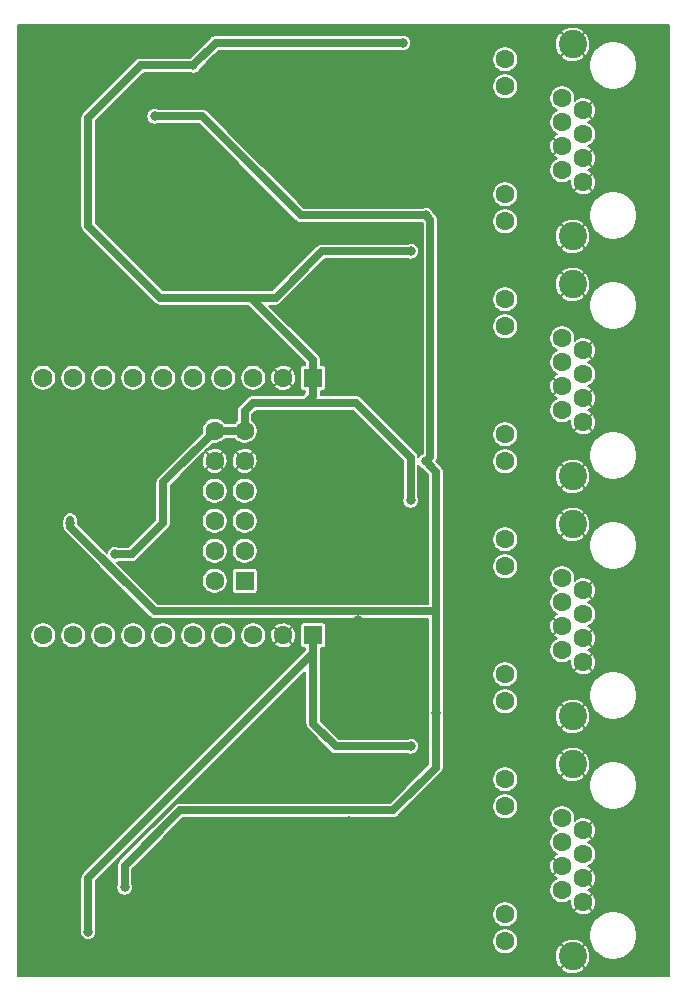
<source format=gbr>
G04 #@! TF.GenerationSoftware,KiCad,Pcbnew,5.0.1+dfsg1-2*
G04 #@! TF.CreationDate,2018-11-18T21:04:06+01:00*
G04 #@! TF.ProjectId,icestick-rj45-shield,696365737469636B2D726A34352D7368,rev?*
G04 #@! TF.SameCoordinates,Original*
G04 #@! TF.FileFunction,Copper,L2,Bot,Signal*
G04 #@! TF.FilePolarity,Positive*
%FSLAX46Y46*%
G04 Gerber Fmt 4.6, Leading zero omitted, Abs format (unit mm)*
G04 Created by KiCad (PCBNEW 5.0.1+dfsg1-2) date So 18 Nov 2018 21:04:06 CET*
%MOMM*%
%LPD*%
G01*
G04 APERTURE LIST*
G04 #@! TA.AperFunction,ComponentPad*
%ADD10C,1.600000*%
G04 #@! TD*
G04 #@! TA.AperFunction,ComponentPad*
%ADD11R,1.600000X1.600000*%
G04 #@! TD*
G04 #@! TA.AperFunction,ComponentPad*
%ADD12C,2.400000*%
G04 #@! TD*
G04 #@! TA.AperFunction,ViaPad*
%ADD13C,0.800000*%
G04 #@! TD*
G04 #@! TA.AperFunction,Conductor*
%ADD14C,0.700000*%
G04 #@! TD*
G04 #@! TA.AperFunction,Conductor*
%ADD15C,0.200000*%
G04 #@! TD*
G04 APERTURE END LIST*
D10*
G04 #@! TO.P,U8,J2_12*
G04 #@! TO.N,+3V3*
X154220000Y-89360000D03*
G04 #@! TO.P,U8,J2_11*
G04 #@! TO.N,GND*
X154220000Y-91900000D03*
G04 #@! TO.P,U8,91*
G04 #@! TO.N,/iCEstick connector/FPGA_91*
X154220000Y-94440000D03*
G04 #@! TO.P,U8,90*
G04 #@! TO.N,/iCEstick connector/FPGA_90*
X154220000Y-96980000D03*
G04 #@! TO.P,U8,88*
G04 #@! TO.N,/iCEstick connector/FPGA_88*
X154220000Y-99520000D03*
G04 #@! TO.P,U8,87*
G04 #@! TO.N,/iCEstick connector/FPGA_87*
X154220000Y-102060000D03*
G04 #@! TO.P,U8,J2_6*
G04 #@! TO.N,+3V3*
X156760000Y-89360000D03*
G04 #@! TO.P,U8,J2_5*
G04 #@! TO.N,GND*
X156760000Y-91900000D03*
G04 #@! TO.P,U8,81*
G04 #@! TO.N,/iCEstick connector/FPGA_81*
X156760000Y-94440000D03*
G04 #@! TO.P,U8,80*
G04 #@! TO.N,/iCEstick connector/FPGA_80*
X156760000Y-96980000D03*
G04 #@! TO.P,U8,79*
G04 #@! TO.N,/iCEstick connector/FPGA_79*
X156760000Y-99520000D03*
D11*
G04 #@! TO.P,U8,78*
G04 #@! TO.N,/iCEstick connector/FPGA_78*
X156760000Y-102060000D03*
D10*
G04 #@! TO.P,U8,44*
G04 #@! TO.N,/iCEstick connector/FPGA_44*
X139700000Y-106680000D03*
G04 #@! TO.P,U8,45*
G04 #@! TO.N,/iCEstick connector/FPGA_45*
X142240000Y-106680000D03*
G04 #@! TO.P,U8,47*
G04 #@! TO.N,/iCEstick connector/FPGA_47*
X144780000Y-106680000D03*
G04 #@! TO.P,U8,48*
G04 #@! TO.N,/iCEstick connector/FPGA_48*
X147320000Y-106680000D03*
G04 #@! TO.P,U8,56*
G04 #@! TO.N,/iCEstick connector/FPGA_56*
X149860000Y-106680000D03*
G04 #@! TO.P,U8,60*
G04 #@! TO.N,/iCEstick connector/FPGA_60*
X152400000Y-106680000D03*
G04 #@! TO.P,U8,61*
G04 #@! TO.N,/iCEstick connector/FPGA_61*
X154940000Y-106680000D03*
G04 #@! TO.P,U8,62*
G04 #@! TO.N,/iCEstick connector/FPGA_62*
X157480000Y-106680000D03*
G04 #@! TO.P,U8,J3_2*
G04 #@! TO.N,GND*
X160020000Y-106680000D03*
D11*
G04 #@! TO.P,U8,J3_1*
G04 #@! TO.N,+3V3*
X162560000Y-106680000D03*
D10*
G04 #@! TO.P,U8,119*
G04 #@! TO.N,/iCEstick connector/FPGA_119*
X139700000Y-84870000D03*
G04 #@! TO.P,U8,118*
G04 #@! TO.N,/iCEstick connector/FPGA_118*
X142240000Y-84870000D03*
G04 #@! TO.P,U8,117*
G04 #@! TO.N,/iCEstick connector/FPGA_117*
X144780000Y-84870000D03*
G04 #@! TO.P,U8,116*
G04 #@! TO.N,/iCEstick connector/FPGA_116*
X147320000Y-84870000D03*
G04 #@! TO.P,U8,115*
G04 #@! TO.N,/iCEstick connector/FPGA_115*
X149860000Y-84870000D03*
G04 #@! TO.P,U8,114*
G04 #@! TO.N,/iCEstick connector/FPGA_114*
X152400000Y-84870000D03*
G04 #@! TO.P,U8,113*
G04 #@! TO.N,/iCEstick connector/FPGA_113*
X154940000Y-84870000D03*
G04 #@! TO.P,U8,112*
G04 #@! TO.N,/iCEstick connector/FPGA_112*
X157480000Y-84870000D03*
G04 #@! TO.P,U8,J1_2*
G04 #@! TO.N,GND*
X160020000Y-84870000D03*
D11*
G04 #@! TO.P,U8,J1_1*
G04 #@! TO.N,+3V3*
X162560000Y-84870000D03*
G04 #@! TD*
D12*
G04 #@! TO.P,J4,SH1*
G04 #@! TO.N,GND*
X184530000Y-133860000D03*
G04 #@! TO.P,J4,SH2*
X184530000Y-117600000D03*
D10*
G04 #@! TO.P,J4,1*
X185420000Y-129275000D03*
G04 #@! TO.P,J4,2*
G04 #@! TO.N,/Isolator 4/Out3*
X183640000Y-128260000D03*
G04 #@! TO.P,J4,3*
G04 #@! TO.N,GND*
X185420000Y-127245000D03*
G04 #@! TO.P,J4,4*
X183640000Y-126230000D03*
G04 #@! TO.P,J4,5*
G04 #@! TO.N,/Isolator 4/Out4*
X185420000Y-125215000D03*
G04 #@! TO.P,J4,6*
G04 #@! TO.N,/Isolator 4/Out2*
X183640000Y-124200000D03*
G04 #@! TO.P,J4,7*
G04 #@! TO.N,GND*
X185420000Y-123185000D03*
G04 #@! TO.P,J4,8*
G04 #@! TO.N,/Isolator 4/Out1*
X183640000Y-122170000D03*
G04 #@! TO.P,J4,9*
G04 #@! TO.N,Net-(J4-Pad9)*
X178820000Y-132590000D03*
G04 #@! TO.P,J4,10*
G04 #@! TO.N,/Connector 4/LED1*
X178820000Y-130300000D03*
G04 #@! TO.P,J4,11*
G04 #@! TO.N,Net-(J4-Pad11)*
X178820000Y-121160000D03*
G04 #@! TO.P,J4,12*
G04 #@! TO.N,/Connector 4/LED2*
X178820000Y-118870000D03*
G04 #@! TD*
D12*
G04 #@! TO.P,J3,SH1*
G04 #@! TO.N,GND*
X184530000Y-113540000D03*
G04 #@! TO.P,J3,SH2*
X184530000Y-97280000D03*
D10*
G04 #@! TO.P,J3,1*
X185420000Y-108955000D03*
G04 #@! TO.P,J3,2*
G04 #@! TO.N,/Isolator 3/Out3*
X183640000Y-107940000D03*
G04 #@! TO.P,J3,3*
G04 #@! TO.N,GND*
X185420000Y-106925000D03*
G04 #@! TO.P,J3,4*
X183640000Y-105910000D03*
G04 #@! TO.P,J3,5*
G04 #@! TO.N,/Isolator 3/Out4*
X185420000Y-104895000D03*
G04 #@! TO.P,J3,6*
G04 #@! TO.N,/Isolator 3/Out2*
X183640000Y-103880000D03*
G04 #@! TO.P,J3,7*
G04 #@! TO.N,GND*
X185420000Y-102865000D03*
G04 #@! TO.P,J3,8*
G04 #@! TO.N,/Isolator 3/Out1*
X183640000Y-101850000D03*
G04 #@! TO.P,J3,9*
G04 #@! TO.N,Net-(J3-Pad9)*
X178820000Y-112270000D03*
G04 #@! TO.P,J3,10*
G04 #@! TO.N,/Connector 3/LED1*
X178820000Y-109980000D03*
G04 #@! TO.P,J3,11*
G04 #@! TO.N,Net-(J3-Pad11)*
X178820000Y-100840000D03*
G04 #@! TO.P,J3,12*
G04 #@! TO.N,/Connector 3/LED2*
X178820000Y-98550000D03*
G04 #@! TD*
D12*
G04 #@! TO.P,J1,SH1*
G04 #@! TO.N,GND*
X184530000Y-72900000D03*
G04 #@! TO.P,J1,SH2*
X184530000Y-56640000D03*
D10*
G04 #@! TO.P,J1,1*
X185420000Y-68315000D03*
G04 #@! TO.P,J1,2*
G04 #@! TO.N,/Isolator 1/Out3*
X183640000Y-67300000D03*
G04 #@! TO.P,J1,3*
G04 #@! TO.N,GND*
X185420000Y-66285000D03*
G04 #@! TO.P,J1,4*
X183640000Y-65270000D03*
G04 #@! TO.P,J1,5*
G04 #@! TO.N,/Isolator 1/Out4*
X185420000Y-64255000D03*
G04 #@! TO.P,J1,6*
G04 #@! TO.N,/Isolator 1/Out2*
X183640000Y-63240000D03*
G04 #@! TO.P,J1,7*
G04 #@! TO.N,GND*
X185420000Y-62225000D03*
G04 #@! TO.P,J1,8*
G04 #@! TO.N,/Isolator 1/Out1*
X183640000Y-61210000D03*
G04 #@! TO.P,J1,9*
G04 #@! TO.N,Net-(J1-Pad9)*
X178820000Y-71630000D03*
G04 #@! TO.P,J1,10*
G04 #@! TO.N,/Connector 1/LED1*
X178820000Y-69340000D03*
G04 #@! TO.P,J1,11*
G04 #@! TO.N,Net-(J1-Pad11)*
X178820000Y-60200000D03*
G04 #@! TO.P,J1,12*
G04 #@! TO.N,/Connector 1/LED2*
X178820000Y-57910000D03*
G04 #@! TD*
D12*
G04 #@! TO.P,J2,SH1*
G04 #@! TO.N,GND*
X184530000Y-93220000D03*
G04 #@! TO.P,J2,SH2*
X184530000Y-76960000D03*
D10*
G04 #@! TO.P,J2,1*
X185420000Y-88635000D03*
G04 #@! TO.P,J2,2*
G04 #@! TO.N,/Isolator 2/Out3*
X183640000Y-87620000D03*
G04 #@! TO.P,J2,3*
G04 #@! TO.N,GND*
X185420000Y-86605000D03*
G04 #@! TO.P,J2,4*
X183640000Y-85590000D03*
G04 #@! TO.P,J2,5*
G04 #@! TO.N,/Isolator 2/Out4*
X185420000Y-84575000D03*
G04 #@! TO.P,J2,6*
G04 #@! TO.N,/Isolator 2/Out2*
X183640000Y-83560000D03*
G04 #@! TO.P,J2,7*
G04 #@! TO.N,GND*
X185420000Y-82545000D03*
G04 #@! TO.P,J2,8*
G04 #@! TO.N,/Isolator 2/Out1*
X183640000Y-81530000D03*
G04 #@! TO.P,J2,9*
G04 #@! TO.N,Net-(J2-Pad9)*
X178820000Y-91950000D03*
G04 #@! TO.P,J2,10*
G04 #@! TO.N,/Connector 2/LED1*
X178820000Y-89660000D03*
G04 #@! TO.P,J2,11*
G04 #@! TO.N,Net-(J2-Pad11)*
X178820000Y-80520000D03*
G04 #@! TO.P,J2,12*
G04 #@! TO.N,/Connector 2/LED2*
X178820000Y-78230000D03*
G04 #@! TD*
D13*
G04 #@! TO.N,+3V3*
X143510000Y-131760000D03*
X170815000Y-116078000D03*
X170815000Y-95250000D03*
X170815000Y-74168000D03*
X145805000Y-99822000D03*
X152400000Y-58418592D03*
X170180000Y-56515000D03*
G04 #@! TO.N,GND*
X159385000Y-89535000D03*
X165354000Y-95504000D03*
X160782000Y-100838000D03*
X152146000Y-98298000D03*
X171450000Y-125730000D03*
X171450000Y-100838000D03*
X171450000Y-80264000D03*
X165100000Y-76454000D03*
X176276000Y-74168000D03*
X171450000Y-59944000D03*
X161036000Y-62738000D03*
X163068000Y-64516000D03*
X164592000Y-65786000D03*
X165862000Y-67056000D03*
X166624000Y-68580000D03*
X151638000Y-83312000D03*
X148590000Y-83058000D03*
X146050000Y-83058000D03*
X143510000Y-83058000D03*
X140970000Y-83058000D03*
X155194000Y-82296000D03*
X157480000Y-83058000D03*
X162814000Y-90678000D03*
X155448000Y-95758000D03*
X152654000Y-87630000D03*
X153162000Y-103378000D03*
X155194000Y-108712000D03*
X151892000Y-108712000D03*
X148844000Y-108712000D03*
X146050000Y-108712000D03*
X143510000Y-108712000D03*
X140716000Y-108712000D03*
X165608000Y-122428000D03*
X164084000Y-123952000D03*
X162306000Y-124968000D03*
X160274000Y-126238000D03*
X158496000Y-127508000D03*
X165354000Y-113792000D03*
X142494000Y-121412000D03*
X163576000Y-133350000D03*
X182880000Y-131572000D03*
X190500000Y-125730000D03*
X176784000Y-115062000D03*
X182245000Y-111506000D03*
X182118000Y-119888000D03*
X190500000Y-115316000D03*
X190500000Y-95250000D03*
X182245000Y-90805000D03*
X182245000Y-99822000D03*
X175768000Y-93980000D03*
X190500000Y-74930000D03*
X182880000Y-70485000D03*
X182245000Y-79375000D03*
X182245000Y-59055000D03*
X190500000Y-64770000D03*
X139700000Y-101854000D03*
X139700000Y-89916000D03*
X139954000Y-71882000D03*
X161544000Y-58166000D03*
X179832000Y-127000000D03*
X181356000Y-125222000D03*
X181356000Y-123190000D03*
X180594000Y-107188000D03*
X181610000Y-105664000D03*
X181610000Y-103632000D03*
X181610000Y-87122000D03*
X181356000Y-85090000D03*
X181610000Y-83566000D03*
X181102000Y-67056000D03*
X181102000Y-64770000D03*
X181102000Y-63500000D03*
X165100000Y-106680000D03*
X166370000Y-105410000D03*
X161290000Y-102870000D03*
X166370000Y-107950000D03*
X190500000Y-105410000D03*
G04 #@! TO.N,+5V*
X146605000Y-128016000D03*
X172965000Y-113284000D03*
X172085000Y-91948000D03*
X172085000Y-71120000D03*
X141986000Y-97155000D03*
X149142918Y-62738000D03*
G04 #@! TD*
D14*
G04 #@! TO.N,+3V3*
X164474002Y-116078000D02*
X170249315Y-116078000D01*
X170249315Y-116078000D02*
X170815000Y-116078000D01*
X143510000Y-131194315D02*
X143510000Y-131760000D01*
X143510000Y-127230000D02*
X143510000Y-131194315D01*
X162560000Y-108180000D02*
X143510000Y-127230000D01*
X162560000Y-106680000D02*
X162560000Y-108180000D01*
X145805000Y-99822000D02*
X147193000Y-99822000D01*
X147193000Y-99822000D02*
X149860000Y-97155000D01*
X149860000Y-93720000D02*
X154220000Y-89360000D01*
X149860000Y-97155000D02*
X149860000Y-93720000D01*
X154220000Y-89360000D02*
X156760000Y-89360000D01*
X156760000Y-89360000D02*
X156760000Y-87715000D01*
X156760000Y-87715000D02*
X157480000Y-86995000D01*
X162560000Y-86370000D02*
X162560000Y-84870000D01*
X161935000Y-86995000D02*
X162560000Y-86370000D01*
X157480000Y-86995000D02*
X161935000Y-86995000D01*
X162560000Y-114163998D02*
X164474002Y-116078000D01*
X162560000Y-108180000D02*
X162560000Y-114163998D01*
X166185000Y-86995000D02*
X161935000Y-86995000D01*
X170815000Y-91625000D02*
X166185000Y-86995000D01*
X170815000Y-95250000D02*
X170815000Y-91625000D01*
X152400000Y-58418592D02*
X147956408Y-58418592D01*
X147956408Y-58418592D02*
X143510000Y-62865000D01*
X143510000Y-72018002D02*
X149596998Y-78105000D01*
X143510000Y-62865000D02*
X143510000Y-72018002D01*
X162560000Y-83370000D02*
X162560000Y-84870000D01*
X157295000Y-78105000D02*
X162560000Y-83370000D01*
X149596998Y-78105000D02*
X157295000Y-78105000D01*
X157295000Y-78105000D02*
X159385000Y-78105000D01*
X163322000Y-74168000D02*
X170815000Y-74168000D01*
X159385000Y-78105000D02*
X163322000Y-74168000D01*
X154303592Y-56515000D02*
X152400000Y-58418592D01*
X170180000Y-56515000D02*
X154303592Y-56515000D01*
G04 #@! TO.N,+5V*
X141986000Y-97475685D02*
X141986000Y-96910000D01*
X149158315Y-104648000D02*
X141986000Y-97475685D01*
X172974000Y-104648000D02*
X149158315Y-104648000D01*
X172965000Y-113284000D02*
X172965000Y-104657000D01*
X172965000Y-104657000D02*
X172974000Y-104648000D01*
X172965000Y-92828000D02*
X172085000Y-91948000D01*
X172965000Y-104657000D02*
X172965000Y-92828000D01*
X172484999Y-91548001D02*
X172085000Y-91948000D01*
X172484999Y-71519999D02*
X172484999Y-91548001D01*
X172085000Y-71120000D02*
X172484999Y-71519999D01*
X149142918Y-62738000D02*
X153162000Y-62738000D01*
X161544000Y-71120000D02*
X172085000Y-71120000D01*
X153162000Y-62738000D02*
X161544000Y-71120000D01*
X172965000Y-115334002D02*
X172965000Y-113284000D01*
X172965000Y-117865000D02*
X172965000Y-115334002D01*
X169352001Y-121477999D02*
X172965000Y-117865000D01*
X146605000Y-128016000D02*
X146605000Y-126191000D01*
X151318001Y-121477999D02*
X169352001Y-121477999D01*
X146605000Y-126191000D02*
X151318001Y-121477999D01*
G04 #@! TD*
D15*
G04 #@! TO.N,GND*
G36*
X192665000Y-135515000D02*
X137535000Y-135515000D01*
X137535000Y-134873113D01*
X183517594Y-134873113D01*
X183644460Y-135079691D01*
X183899426Y-135229015D01*
X184178624Y-135325729D01*
X184471325Y-135366116D01*
X184766281Y-135348622D01*
X185052157Y-135273923D01*
X185317967Y-135144887D01*
X185415540Y-135079691D01*
X185542406Y-134873113D01*
X184530000Y-133860707D01*
X183517594Y-134873113D01*
X137535000Y-134873113D01*
X137535000Y-133801325D01*
X183023884Y-133801325D01*
X183041378Y-134096281D01*
X183116077Y-134382157D01*
X183245113Y-134647967D01*
X183310309Y-134745540D01*
X183516887Y-134872406D01*
X184529293Y-133860000D01*
X184530707Y-133860000D01*
X185543113Y-134872406D01*
X185749691Y-134745540D01*
X185899015Y-134490574D01*
X185995729Y-134211376D01*
X186036116Y-133918675D01*
X186018622Y-133623719D01*
X185943923Y-133337843D01*
X185814887Y-133072033D01*
X185749691Y-132974460D01*
X185543113Y-132847594D01*
X184530707Y-133860000D01*
X184529293Y-133860000D01*
X183516887Y-132847594D01*
X183310309Y-132974460D01*
X183160985Y-133229426D01*
X183064271Y-133508624D01*
X183023884Y-133801325D01*
X137535000Y-133801325D01*
X137535000Y-132481659D01*
X177720000Y-132481659D01*
X177720000Y-132698341D01*
X177762273Y-132910858D01*
X177845193Y-133111045D01*
X177965575Y-133291209D01*
X178118791Y-133444425D01*
X178298955Y-133564807D01*
X178499142Y-133647727D01*
X178711659Y-133690000D01*
X178928341Y-133690000D01*
X179140858Y-133647727D01*
X179341045Y-133564807D01*
X179521209Y-133444425D01*
X179674425Y-133291209D01*
X179794807Y-133111045D01*
X179877727Y-132910858D01*
X179890451Y-132846887D01*
X183517594Y-132846887D01*
X184530000Y-133859293D01*
X185542406Y-132846887D01*
X185415540Y-132640309D01*
X185160574Y-132490985D01*
X184881376Y-132394271D01*
X184588675Y-132353884D01*
X184293719Y-132371378D01*
X184007843Y-132446077D01*
X183742033Y-132575113D01*
X183644460Y-132640309D01*
X183517594Y-132846887D01*
X179890451Y-132846887D01*
X179920000Y-132698341D01*
X179920000Y-132481659D01*
X179877727Y-132269142D01*
X179794807Y-132068955D01*
X179674425Y-131888791D01*
X179663727Y-131878093D01*
X185910000Y-131878093D01*
X185910000Y-132281907D01*
X185988780Y-132677963D01*
X186143314Y-133051039D01*
X186367661Y-133386799D01*
X186653201Y-133672339D01*
X186988961Y-133896686D01*
X187362037Y-134051220D01*
X187758093Y-134130000D01*
X188161907Y-134130000D01*
X188557963Y-134051220D01*
X188931039Y-133896686D01*
X189266799Y-133672339D01*
X189552339Y-133386799D01*
X189776686Y-133051039D01*
X189931220Y-132677963D01*
X190010000Y-132281907D01*
X190010000Y-131878093D01*
X189931220Y-131482037D01*
X189776686Y-131108961D01*
X189552339Y-130773201D01*
X189266799Y-130487661D01*
X188931039Y-130263314D01*
X188557963Y-130108780D01*
X188161907Y-130030000D01*
X187758093Y-130030000D01*
X187362037Y-130108780D01*
X186988961Y-130263314D01*
X186653201Y-130487661D01*
X186367661Y-130773201D01*
X186143314Y-131108961D01*
X185988780Y-131482037D01*
X185910000Y-131878093D01*
X179663727Y-131878093D01*
X179521209Y-131735575D01*
X179341045Y-131615193D01*
X179140858Y-131532273D01*
X178928341Y-131490000D01*
X178711659Y-131490000D01*
X178499142Y-131532273D01*
X178298955Y-131615193D01*
X178118791Y-131735575D01*
X177965575Y-131888791D01*
X177845193Y-132068955D01*
X177762273Y-132269142D01*
X177720000Y-132481659D01*
X137535000Y-132481659D01*
X137535000Y-131691056D01*
X142810000Y-131691056D01*
X142810000Y-131828944D01*
X142836901Y-131964182D01*
X142889668Y-132091574D01*
X142966274Y-132206224D01*
X143063776Y-132303726D01*
X143178426Y-132380332D01*
X143305818Y-132433099D01*
X143441056Y-132460000D01*
X143578944Y-132460000D01*
X143714182Y-132433099D01*
X143841574Y-132380332D01*
X143956224Y-132303726D01*
X144053726Y-132206224D01*
X144130332Y-132091574D01*
X144183099Y-131964182D01*
X144210000Y-131828944D01*
X144210000Y-131691056D01*
X144183099Y-131555818D01*
X144160000Y-131500052D01*
X144160000Y-130191659D01*
X177720000Y-130191659D01*
X177720000Y-130408341D01*
X177762273Y-130620858D01*
X177845193Y-130821045D01*
X177965575Y-131001209D01*
X178118791Y-131154425D01*
X178298955Y-131274807D01*
X178499142Y-131357727D01*
X178711659Y-131400000D01*
X178928341Y-131400000D01*
X179140858Y-131357727D01*
X179341045Y-131274807D01*
X179521209Y-131154425D01*
X179674425Y-131001209D01*
X179794807Y-130821045D01*
X179877727Y-130620858D01*
X179920000Y-130408341D01*
X179920000Y-130191659D01*
X179882652Y-130003901D01*
X184691806Y-130003901D01*
X184770713Y-130169518D01*
X184957701Y-130279000D01*
X185162454Y-130349898D01*
X185377105Y-130379489D01*
X185593405Y-130366635D01*
X185803040Y-130311830D01*
X185997956Y-130217179D01*
X186069287Y-130169518D01*
X186148194Y-130003901D01*
X185420000Y-129275707D01*
X184691806Y-130003901D01*
X179882652Y-130003901D01*
X179877727Y-129979142D01*
X179794807Y-129778955D01*
X179674425Y-129598791D01*
X179521209Y-129445575D01*
X179341045Y-129325193D01*
X179140858Y-129242273D01*
X178928341Y-129200000D01*
X178711659Y-129200000D01*
X178499142Y-129242273D01*
X178298955Y-129325193D01*
X178118791Y-129445575D01*
X177965575Y-129598791D01*
X177845193Y-129778955D01*
X177762273Y-129979142D01*
X177720000Y-130191659D01*
X144160000Y-130191659D01*
X144160000Y-127499238D01*
X161910000Y-109749239D01*
X161910001Y-114132066D01*
X161906856Y-114163998D01*
X161919406Y-114291420D01*
X161956573Y-114413945D01*
X162016930Y-114526866D01*
X162077802Y-114601038D01*
X162077805Y-114601041D01*
X162098158Y-114625841D01*
X162122957Y-114646193D01*
X163991806Y-116515043D01*
X164012159Y-116539843D01*
X164036959Y-116560196D01*
X164036962Y-116560199D01*
X164111134Y-116621070D01*
X164224054Y-116681427D01*
X164346580Y-116718595D01*
X164442070Y-116728000D01*
X164442078Y-116728000D01*
X164474002Y-116731144D01*
X164505926Y-116728000D01*
X170555052Y-116728000D01*
X170610818Y-116751099D01*
X170746056Y-116778000D01*
X170883944Y-116778000D01*
X171019182Y-116751099D01*
X171146574Y-116698332D01*
X171261224Y-116621726D01*
X171358726Y-116524224D01*
X171435332Y-116409574D01*
X171488099Y-116282182D01*
X171515000Y-116146944D01*
X171515000Y-116009056D01*
X171488099Y-115873818D01*
X171435332Y-115746426D01*
X171358726Y-115631776D01*
X171261224Y-115534274D01*
X171146574Y-115457668D01*
X171019182Y-115404901D01*
X170883944Y-115378000D01*
X170746056Y-115378000D01*
X170610818Y-115404901D01*
X170555052Y-115428000D01*
X164743241Y-115428000D01*
X163210000Y-113894760D01*
X163210000Y-108211922D01*
X163213144Y-108180001D01*
X163210000Y-108148080D01*
X163210000Y-107781451D01*
X163360000Y-107781451D01*
X163418810Y-107775659D01*
X163475360Y-107758504D01*
X163527477Y-107730647D01*
X163573158Y-107693158D01*
X163610647Y-107647477D01*
X163638504Y-107595360D01*
X163655659Y-107538810D01*
X163661451Y-107480000D01*
X163661451Y-105880000D01*
X163655659Y-105821190D01*
X163638504Y-105764640D01*
X163610647Y-105712523D01*
X163573158Y-105666842D01*
X163527477Y-105629353D01*
X163475360Y-105601496D01*
X163418810Y-105584341D01*
X163360000Y-105578549D01*
X161760000Y-105578549D01*
X161701190Y-105584341D01*
X161644640Y-105601496D01*
X161592523Y-105629353D01*
X161546842Y-105666842D01*
X161509353Y-105712523D01*
X161481496Y-105764640D01*
X161464341Y-105821190D01*
X161458549Y-105880000D01*
X161458549Y-107480000D01*
X161464341Y-107538810D01*
X161481496Y-107595360D01*
X161509353Y-107647477D01*
X161546842Y-107693158D01*
X161592523Y-107730647D01*
X161644640Y-107758504D01*
X161701190Y-107775659D01*
X161760000Y-107781451D01*
X161910001Y-107781451D01*
X161910001Y-107910760D01*
X143072962Y-126747800D01*
X143048157Y-126768157D01*
X143027802Y-126792960D01*
X142966930Y-126867132D01*
X142918257Y-126958194D01*
X142906573Y-126980053D01*
X142869405Y-127102579D01*
X142860000Y-127198069D01*
X142860000Y-127198079D01*
X142856856Y-127230000D01*
X142860000Y-127261922D01*
X142860001Y-131162374D01*
X142860000Y-131162384D01*
X142860000Y-131500052D01*
X142836901Y-131555818D01*
X142810000Y-131691056D01*
X137535000Y-131691056D01*
X137535000Y-106571659D01*
X138600000Y-106571659D01*
X138600000Y-106788341D01*
X138642273Y-107000858D01*
X138725193Y-107201045D01*
X138845575Y-107381209D01*
X138998791Y-107534425D01*
X139178955Y-107654807D01*
X139379142Y-107737727D01*
X139591659Y-107780000D01*
X139808341Y-107780000D01*
X140020858Y-107737727D01*
X140221045Y-107654807D01*
X140401209Y-107534425D01*
X140554425Y-107381209D01*
X140674807Y-107201045D01*
X140757727Y-107000858D01*
X140800000Y-106788341D01*
X140800000Y-106571659D01*
X141140000Y-106571659D01*
X141140000Y-106788341D01*
X141182273Y-107000858D01*
X141265193Y-107201045D01*
X141385575Y-107381209D01*
X141538791Y-107534425D01*
X141718955Y-107654807D01*
X141919142Y-107737727D01*
X142131659Y-107780000D01*
X142348341Y-107780000D01*
X142560858Y-107737727D01*
X142761045Y-107654807D01*
X142941209Y-107534425D01*
X143094425Y-107381209D01*
X143214807Y-107201045D01*
X143297727Y-107000858D01*
X143340000Y-106788341D01*
X143340000Y-106571659D01*
X143680000Y-106571659D01*
X143680000Y-106788341D01*
X143722273Y-107000858D01*
X143805193Y-107201045D01*
X143925575Y-107381209D01*
X144078791Y-107534425D01*
X144258955Y-107654807D01*
X144459142Y-107737727D01*
X144671659Y-107780000D01*
X144888341Y-107780000D01*
X145100858Y-107737727D01*
X145301045Y-107654807D01*
X145481209Y-107534425D01*
X145634425Y-107381209D01*
X145754807Y-107201045D01*
X145837727Y-107000858D01*
X145880000Y-106788341D01*
X145880000Y-106571659D01*
X146220000Y-106571659D01*
X146220000Y-106788341D01*
X146262273Y-107000858D01*
X146345193Y-107201045D01*
X146465575Y-107381209D01*
X146618791Y-107534425D01*
X146798955Y-107654807D01*
X146999142Y-107737727D01*
X147211659Y-107780000D01*
X147428341Y-107780000D01*
X147640858Y-107737727D01*
X147841045Y-107654807D01*
X148021209Y-107534425D01*
X148174425Y-107381209D01*
X148294807Y-107201045D01*
X148377727Y-107000858D01*
X148420000Y-106788341D01*
X148420000Y-106571659D01*
X148760000Y-106571659D01*
X148760000Y-106788341D01*
X148802273Y-107000858D01*
X148885193Y-107201045D01*
X149005575Y-107381209D01*
X149158791Y-107534425D01*
X149338955Y-107654807D01*
X149539142Y-107737727D01*
X149751659Y-107780000D01*
X149968341Y-107780000D01*
X150180858Y-107737727D01*
X150381045Y-107654807D01*
X150561209Y-107534425D01*
X150714425Y-107381209D01*
X150834807Y-107201045D01*
X150917727Y-107000858D01*
X150960000Y-106788341D01*
X150960000Y-106571659D01*
X151300000Y-106571659D01*
X151300000Y-106788341D01*
X151342273Y-107000858D01*
X151425193Y-107201045D01*
X151545575Y-107381209D01*
X151698791Y-107534425D01*
X151878955Y-107654807D01*
X152079142Y-107737727D01*
X152291659Y-107780000D01*
X152508341Y-107780000D01*
X152720858Y-107737727D01*
X152921045Y-107654807D01*
X153101209Y-107534425D01*
X153254425Y-107381209D01*
X153374807Y-107201045D01*
X153457727Y-107000858D01*
X153500000Y-106788341D01*
X153500000Y-106571659D01*
X153840000Y-106571659D01*
X153840000Y-106788341D01*
X153882273Y-107000858D01*
X153965193Y-107201045D01*
X154085575Y-107381209D01*
X154238791Y-107534425D01*
X154418955Y-107654807D01*
X154619142Y-107737727D01*
X154831659Y-107780000D01*
X155048341Y-107780000D01*
X155260858Y-107737727D01*
X155461045Y-107654807D01*
X155641209Y-107534425D01*
X155794425Y-107381209D01*
X155914807Y-107201045D01*
X155997727Y-107000858D01*
X156040000Y-106788341D01*
X156040000Y-106571659D01*
X156380000Y-106571659D01*
X156380000Y-106788341D01*
X156422273Y-107000858D01*
X156505193Y-107201045D01*
X156625575Y-107381209D01*
X156778791Y-107534425D01*
X156958955Y-107654807D01*
X157159142Y-107737727D01*
X157371659Y-107780000D01*
X157588341Y-107780000D01*
X157800858Y-107737727D01*
X158001045Y-107654807D01*
X158181209Y-107534425D01*
X158306733Y-107408901D01*
X159291806Y-107408901D01*
X159370713Y-107574518D01*
X159557701Y-107684000D01*
X159762454Y-107754898D01*
X159977105Y-107784489D01*
X160193405Y-107771635D01*
X160403040Y-107716830D01*
X160597956Y-107622179D01*
X160669287Y-107574518D01*
X160748194Y-107408901D01*
X160020000Y-106680707D01*
X159291806Y-107408901D01*
X158306733Y-107408901D01*
X158334425Y-107381209D01*
X158454807Y-107201045D01*
X158537727Y-107000858D01*
X158580000Y-106788341D01*
X158580000Y-106637105D01*
X158915511Y-106637105D01*
X158928365Y-106853405D01*
X158983170Y-107063040D01*
X159077821Y-107257956D01*
X159125482Y-107329287D01*
X159291099Y-107408194D01*
X160019293Y-106680000D01*
X160020707Y-106680000D01*
X160748901Y-107408194D01*
X160914518Y-107329287D01*
X161024000Y-107142299D01*
X161094898Y-106937546D01*
X161124489Y-106722895D01*
X161111635Y-106506595D01*
X161056830Y-106296960D01*
X160962179Y-106102044D01*
X160914518Y-106030713D01*
X160748901Y-105951806D01*
X160020707Y-106680000D01*
X160019293Y-106680000D01*
X159291099Y-105951806D01*
X159125482Y-106030713D01*
X159016000Y-106217701D01*
X158945102Y-106422454D01*
X158915511Y-106637105D01*
X158580000Y-106637105D01*
X158580000Y-106571659D01*
X158537727Y-106359142D01*
X158454807Y-106158955D01*
X158334425Y-105978791D01*
X158306733Y-105951099D01*
X159291806Y-105951099D01*
X160020000Y-106679293D01*
X160748194Y-105951099D01*
X160669287Y-105785482D01*
X160482299Y-105676000D01*
X160277546Y-105605102D01*
X160062895Y-105575511D01*
X159846595Y-105588365D01*
X159636960Y-105643170D01*
X159442044Y-105737821D01*
X159370713Y-105785482D01*
X159291806Y-105951099D01*
X158306733Y-105951099D01*
X158181209Y-105825575D01*
X158001045Y-105705193D01*
X157800858Y-105622273D01*
X157588341Y-105580000D01*
X157371659Y-105580000D01*
X157159142Y-105622273D01*
X156958955Y-105705193D01*
X156778791Y-105825575D01*
X156625575Y-105978791D01*
X156505193Y-106158955D01*
X156422273Y-106359142D01*
X156380000Y-106571659D01*
X156040000Y-106571659D01*
X155997727Y-106359142D01*
X155914807Y-106158955D01*
X155794425Y-105978791D01*
X155641209Y-105825575D01*
X155461045Y-105705193D01*
X155260858Y-105622273D01*
X155048341Y-105580000D01*
X154831659Y-105580000D01*
X154619142Y-105622273D01*
X154418955Y-105705193D01*
X154238791Y-105825575D01*
X154085575Y-105978791D01*
X153965193Y-106158955D01*
X153882273Y-106359142D01*
X153840000Y-106571659D01*
X153500000Y-106571659D01*
X153457727Y-106359142D01*
X153374807Y-106158955D01*
X153254425Y-105978791D01*
X153101209Y-105825575D01*
X152921045Y-105705193D01*
X152720858Y-105622273D01*
X152508341Y-105580000D01*
X152291659Y-105580000D01*
X152079142Y-105622273D01*
X151878955Y-105705193D01*
X151698791Y-105825575D01*
X151545575Y-105978791D01*
X151425193Y-106158955D01*
X151342273Y-106359142D01*
X151300000Y-106571659D01*
X150960000Y-106571659D01*
X150917727Y-106359142D01*
X150834807Y-106158955D01*
X150714425Y-105978791D01*
X150561209Y-105825575D01*
X150381045Y-105705193D01*
X150180858Y-105622273D01*
X149968341Y-105580000D01*
X149751659Y-105580000D01*
X149539142Y-105622273D01*
X149338955Y-105705193D01*
X149158791Y-105825575D01*
X149005575Y-105978791D01*
X148885193Y-106158955D01*
X148802273Y-106359142D01*
X148760000Y-106571659D01*
X148420000Y-106571659D01*
X148377727Y-106359142D01*
X148294807Y-106158955D01*
X148174425Y-105978791D01*
X148021209Y-105825575D01*
X147841045Y-105705193D01*
X147640858Y-105622273D01*
X147428341Y-105580000D01*
X147211659Y-105580000D01*
X146999142Y-105622273D01*
X146798955Y-105705193D01*
X146618791Y-105825575D01*
X146465575Y-105978791D01*
X146345193Y-106158955D01*
X146262273Y-106359142D01*
X146220000Y-106571659D01*
X145880000Y-106571659D01*
X145837727Y-106359142D01*
X145754807Y-106158955D01*
X145634425Y-105978791D01*
X145481209Y-105825575D01*
X145301045Y-105705193D01*
X145100858Y-105622273D01*
X144888341Y-105580000D01*
X144671659Y-105580000D01*
X144459142Y-105622273D01*
X144258955Y-105705193D01*
X144078791Y-105825575D01*
X143925575Y-105978791D01*
X143805193Y-106158955D01*
X143722273Y-106359142D01*
X143680000Y-106571659D01*
X143340000Y-106571659D01*
X143297727Y-106359142D01*
X143214807Y-106158955D01*
X143094425Y-105978791D01*
X142941209Y-105825575D01*
X142761045Y-105705193D01*
X142560858Y-105622273D01*
X142348341Y-105580000D01*
X142131659Y-105580000D01*
X141919142Y-105622273D01*
X141718955Y-105705193D01*
X141538791Y-105825575D01*
X141385575Y-105978791D01*
X141265193Y-106158955D01*
X141182273Y-106359142D01*
X141140000Y-106571659D01*
X140800000Y-106571659D01*
X140757727Y-106359142D01*
X140674807Y-106158955D01*
X140554425Y-105978791D01*
X140401209Y-105825575D01*
X140221045Y-105705193D01*
X140020858Y-105622273D01*
X139808341Y-105580000D01*
X139591659Y-105580000D01*
X139379142Y-105622273D01*
X139178955Y-105705193D01*
X138998791Y-105825575D01*
X138845575Y-105978791D01*
X138725193Y-106158955D01*
X138642273Y-106359142D01*
X138600000Y-106571659D01*
X137535000Y-106571659D01*
X137535000Y-97086056D01*
X141286000Y-97086056D01*
X141286000Y-97223944D01*
X141312901Y-97359182D01*
X141336000Y-97414948D01*
X141336000Y-97443764D01*
X141332856Y-97475685D01*
X141336000Y-97507606D01*
X141336000Y-97507616D01*
X141345405Y-97603106D01*
X141373455Y-97695575D01*
X141382573Y-97725632D01*
X141442930Y-97838553D01*
X141456428Y-97855000D01*
X141524157Y-97937528D01*
X141548962Y-97957885D01*
X148676119Y-105085043D01*
X148696472Y-105109843D01*
X148721272Y-105130196D01*
X148721274Y-105130198D01*
X148732241Y-105139198D01*
X148795447Y-105191070D01*
X148908367Y-105251427D01*
X149030893Y-105288595D01*
X149126383Y-105298000D01*
X149126393Y-105298000D01*
X149158314Y-105301144D01*
X149190235Y-105298000D01*
X172315001Y-105298000D01*
X172315000Y-113024051D01*
X172291901Y-113079818D01*
X172265000Y-113215056D01*
X172265000Y-113352944D01*
X172291901Y-113488182D01*
X172315001Y-113543951D01*
X172315000Y-115365933D01*
X172315001Y-115365943D01*
X172315000Y-117595761D01*
X169082763Y-120827999D01*
X151349922Y-120827999D01*
X151318001Y-120824855D01*
X151286079Y-120827999D01*
X151286069Y-120827999D01*
X151190579Y-120837404D01*
X151068053Y-120874572D01*
X150955132Y-120934929D01*
X150880960Y-120995801D01*
X150880958Y-120995803D01*
X150856158Y-121016156D01*
X150835805Y-121040956D01*
X146167957Y-125708805D01*
X146143158Y-125729157D01*
X146122805Y-125753957D01*
X146122802Y-125753960D01*
X146061930Y-125828132D01*
X146001573Y-125941053D01*
X145964406Y-126063578D01*
X145951856Y-126191000D01*
X145955001Y-126222931D01*
X145955000Y-127756051D01*
X145931901Y-127811818D01*
X145905000Y-127947056D01*
X145905000Y-128084944D01*
X145931901Y-128220182D01*
X145984668Y-128347574D01*
X146061274Y-128462224D01*
X146158776Y-128559726D01*
X146273426Y-128636332D01*
X146400818Y-128689099D01*
X146536056Y-128716000D01*
X146673944Y-128716000D01*
X146809182Y-128689099D01*
X146936574Y-128636332D01*
X147051224Y-128559726D01*
X147148726Y-128462224D01*
X147225332Y-128347574D01*
X147278099Y-128220182D01*
X147305000Y-128084944D01*
X147305000Y-127947056D01*
X147278099Y-127811818D01*
X147255000Y-127756052D01*
X147255000Y-126460238D01*
X147528133Y-126187105D01*
X182535511Y-126187105D01*
X182548365Y-126403405D01*
X182603170Y-126613040D01*
X182697821Y-126807956D01*
X182745482Y-126879287D01*
X182911099Y-126958194D01*
X183639293Y-126230000D01*
X182911099Y-125501806D01*
X182745482Y-125580713D01*
X182636000Y-125767701D01*
X182565102Y-125972454D01*
X182535511Y-126187105D01*
X147528133Y-126187105D01*
X151587240Y-122127999D01*
X169320080Y-122127999D01*
X169352001Y-122131143D01*
X169383922Y-122127999D01*
X169383933Y-122127999D01*
X169479423Y-122118594D01*
X169601949Y-122081426D01*
X169714869Y-122021069D01*
X169813844Y-121939842D01*
X169834201Y-121915037D01*
X170697579Y-121051659D01*
X177720000Y-121051659D01*
X177720000Y-121268341D01*
X177762273Y-121480858D01*
X177845193Y-121681045D01*
X177965575Y-121861209D01*
X178118791Y-122014425D01*
X178298955Y-122134807D01*
X178499142Y-122217727D01*
X178711659Y-122260000D01*
X178928341Y-122260000D01*
X179140858Y-122217727D01*
X179341045Y-122134807D01*
X179450518Y-122061659D01*
X182540000Y-122061659D01*
X182540000Y-122278341D01*
X182582273Y-122490858D01*
X182665193Y-122691045D01*
X182785575Y-122871209D01*
X182938791Y-123024425D01*
X183118955Y-123144807D01*
X183215990Y-123185000D01*
X183118955Y-123225193D01*
X182938791Y-123345575D01*
X182785575Y-123498791D01*
X182665193Y-123678955D01*
X182582273Y-123879142D01*
X182540000Y-124091659D01*
X182540000Y-124308341D01*
X182582273Y-124520858D01*
X182665193Y-124721045D01*
X182785575Y-124901209D01*
X182938791Y-125054425D01*
X183118955Y-125174807D01*
X183213839Y-125214109D01*
X183062044Y-125287821D01*
X182990713Y-125335482D01*
X182911806Y-125501099D01*
X183640000Y-126229293D01*
X183654143Y-126215151D01*
X183654850Y-126215858D01*
X183640707Y-126230000D01*
X183654850Y-126244143D01*
X183654143Y-126244850D01*
X183640000Y-126230707D01*
X182911806Y-126958901D01*
X182990713Y-127124518D01*
X183177701Y-127234000D01*
X183213021Y-127246230D01*
X183118955Y-127285193D01*
X182938791Y-127405575D01*
X182785575Y-127558791D01*
X182665193Y-127738955D01*
X182582273Y-127939142D01*
X182540000Y-128151659D01*
X182540000Y-128368341D01*
X182582273Y-128580858D01*
X182665193Y-128781045D01*
X182785575Y-128961209D01*
X182938791Y-129114425D01*
X183118955Y-129234807D01*
X183319142Y-129317727D01*
X183531659Y-129360000D01*
X183748341Y-129360000D01*
X183960858Y-129317727D01*
X184161045Y-129234807D01*
X184330773Y-129121398D01*
X184315511Y-129232105D01*
X184328365Y-129448405D01*
X184383170Y-129658040D01*
X184477821Y-129852956D01*
X184525482Y-129924287D01*
X184691099Y-130003194D01*
X185419293Y-129275000D01*
X185420707Y-129275000D01*
X186148901Y-130003194D01*
X186314518Y-129924287D01*
X186424000Y-129737299D01*
X186494898Y-129532546D01*
X186524489Y-129317895D01*
X186511635Y-129101595D01*
X186456830Y-128891960D01*
X186362179Y-128697044D01*
X186314518Y-128625713D01*
X186148901Y-128546806D01*
X185420707Y-129275000D01*
X185419293Y-129275000D01*
X185405151Y-129260858D01*
X185405858Y-129260151D01*
X185420000Y-129274293D01*
X186148194Y-128546099D01*
X186069287Y-128380482D01*
X185882299Y-128271000D01*
X185849051Y-128259487D01*
X185997956Y-128187179D01*
X186069287Y-128139518D01*
X186148194Y-127973901D01*
X185420000Y-127245707D01*
X185405858Y-127259850D01*
X185405151Y-127259143D01*
X185419293Y-127245000D01*
X185420707Y-127245000D01*
X186148901Y-127973194D01*
X186314518Y-127894287D01*
X186424000Y-127707299D01*
X186494898Y-127502546D01*
X186524489Y-127287895D01*
X186511635Y-127071595D01*
X186456830Y-126861960D01*
X186362179Y-126667044D01*
X186314518Y-126595713D01*
X186148901Y-126516806D01*
X185420707Y-127245000D01*
X185419293Y-127245000D01*
X185405151Y-127230858D01*
X185405858Y-127230151D01*
X185420000Y-127244293D01*
X186148194Y-126516099D01*
X186069287Y-126350482D01*
X185882299Y-126241000D01*
X185846979Y-126228770D01*
X185941045Y-126189807D01*
X186121209Y-126069425D01*
X186274425Y-125916209D01*
X186394807Y-125736045D01*
X186477727Y-125535858D01*
X186520000Y-125323341D01*
X186520000Y-125106659D01*
X186477727Y-124894142D01*
X186394807Y-124693955D01*
X186274425Y-124513791D01*
X186121209Y-124360575D01*
X185941045Y-124240193D01*
X185846161Y-124200891D01*
X185997956Y-124127179D01*
X186069287Y-124079518D01*
X186148194Y-123913901D01*
X185420000Y-123185707D01*
X185405858Y-123199850D01*
X185405151Y-123199143D01*
X185419293Y-123185000D01*
X185420707Y-123185000D01*
X186148901Y-123913194D01*
X186314518Y-123834287D01*
X186424000Y-123647299D01*
X186494898Y-123442546D01*
X186524489Y-123227895D01*
X186511635Y-123011595D01*
X186456830Y-122801960D01*
X186362179Y-122607044D01*
X186314518Y-122535713D01*
X186148901Y-122456806D01*
X185420707Y-123185000D01*
X185419293Y-123185000D01*
X185405151Y-123170858D01*
X185405858Y-123170151D01*
X185420000Y-123184293D01*
X186148194Y-122456099D01*
X186069287Y-122290482D01*
X185882299Y-122181000D01*
X185677546Y-122110102D01*
X185462895Y-122080511D01*
X185246595Y-122093365D01*
X185036960Y-122148170D01*
X184842044Y-122242821D01*
X184770713Y-122290482D01*
X184713841Y-122409851D01*
X184740000Y-122278341D01*
X184740000Y-122061659D01*
X184697727Y-121849142D01*
X184614807Y-121648955D01*
X184494425Y-121468791D01*
X184341209Y-121315575D01*
X184161045Y-121195193D01*
X183960858Y-121112273D01*
X183748341Y-121070000D01*
X183531659Y-121070000D01*
X183319142Y-121112273D01*
X183118955Y-121195193D01*
X182938791Y-121315575D01*
X182785575Y-121468791D01*
X182665193Y-121648955D01*
X182582273Y-121849142D01*
X182540000Y-122061659D01*
X179450518Y-122061659D01*
X179521209Y-122014425D01*
X179674425Y-121861209D01*
X179794807Y-121681045D01*
X179877727Y-121480858D01*
X179920000Y-121268341D01*
X179920000Y-121051659D01*
X179877727Y-120839142D01*
X179794807Y-120638955D01*
X179674425Y-120458791D01*
X179521209Y-120305575D01*
X179341045Y-120185193D01*
X179140858Y-120102273D01*
X178928341Y-120060000D01*
X178711659Y-120060000D01*
X178499142Y-120102273D01*
X178298955Y-120185193D01*
X178118791Y-120305575D01*
X177965575Y-120458791D01*
X177845193Y-120638955D01*
X177762273Y-120839142D01*
X177720000Y-121051659D01*
X170697579Y-121051659D01*
X172987579Y-118761659D01*
X177720000Y-118761659D01*
X177720000Y-118978341D01*
X177762273Y-119190858D01*
X177845193Y-119391045D01*
X177965575Y-119571209D01*
X178118791Y-119724425D01*
X178298955Y-119844807D01*
X178499142Y-119927727D01*
X178711659Y-119970000D01*
X178928341Y-119970000D01*
X179140858Y-119927727D01*
X179341045Y-119844807D01*
X179521209Y-119724425D01*
X179674425Y-119571209D01*
X179794807Y-119391045D01*
X179877727Y-119190858D01*
X179880266Y-119178093D01*
X185910000Y-119178093D01*
X185910000Y-119581907D01*
X185988780Y-119977963D01*
X186143314Y-120351039D01*
X186367661Y-120686799D01*
X186653201Y-120972339D01*
X186988961Y-121196686D01*
X187362037Y-121351220D01*
X187758093Y-121430000D01*
X188161907Y-121430000D01*
X188557963Y-121351220D01*
X188931039Y-121196686D01*
X189266799Y-120972339D01*
X189552339Y-120686799D01*
X189776686Y-120351039D01*
X189931220Y-119977963D01*
X190010000Y-119581907D01*
X190010000Y-119178093D01*
X189931220Y-118782037D01*
X189776686Y-118408961D01*
X189552339Y-118073201D01*
X189266799Y-117787661D01*
X188931039Y-117563314D01*
X188557963Y-117408780D01*
X188161907Y-117330000D01*
X187758093Y-117330000D01*
X187362037Y-117408780D01*
X186988961Y-117563314D01*
X186653201Y-117787661D01*
X186367661Y-118073201D01*
X186143314Y-118408961D01*
X185988780Y-118782037D01*
X185910000Y-119178093D01*
X179880266Y-119178093D01*
X179920000Y-118978341D01*
X179920000Y-118761659D01*
X179890452Y-118613113D01*
X183517594Y-118613113D01*
X183644460Y-118819691D01*
X183899426Y-118969015D01*
X184178624Y-119065729D01*
X184471325Y-119106116D01*
X184766281Y-119088622D01*
X185052157Y-119013923D01*
X185317967Y-118884887D01*
X185415540Y-118819691D01*
X185542406Y-118613113D01*
X184530000Y-117600707D01*
X183517594Y-118613113D01*
X179890452Y-118613113D01*
X179877727Y-118549142D01*
X179794807Y-118348955D01*
X179674425Y-118168791D01*
X179521209Y-118015575D01*
X179341045Y-117895193D01*
X179140858Y-117812273D01*
X178928341Y-117770000D01*
X178711659Y-117770000D01*
X178499142Y-117812273D01*
X178298955Y-117895193D01*
X178118791Y-118015575D01*
X177965575Y-118168791D01*
X177845193Y-118348955D01*
X177762273Y-118549142D01*
X177720000Y-118761659D01*
X172987579Y-118761659D01*
X173402045Y-118347194D01*
X173426843Y-118326843D01*
X173508070Y-118227868D01*
X173568427Y-118114948D01*
X173605595Y-117992422D01*
X173615000Y-117896932D01*
X173615000Y-117896922D01*
X173618144Y-117865001D01*
X173615000Y-117833080D01*
X173615000Y-117541325D01*
X183023884Y-117541325D01*
X183041378Y-117836281D01*
X183116077Y-118122157D01*
X183245113Y-118387967D01*
X183310309Y-118485540D01*
X183516887Y-118612406D01*
X184529293Y-117600000D01*
X184530707Y-117600000D01*
X185543113Y-118612406D01*
X185749691Y-118485540D01*
X185899015Y-118230574D01*
X185995729Y-117951376D01*
X186036116Y-117658675D01*
X186018622Y-117363719D01*
X185943923Y-117077843D01*
X185814887Y-116812033D01*
X185749691Y-116714460D01*
X185543113Y-116587594D01*
X184530707Y-117600000D01*
X184529293Y-117600000D01*
X183516887Y-116587594D01*
X183310309Y-116714460D01*
X183160985Y-116969426D01*
X183064271Y-117248624D01*
X183023884Y-117541325D01*
X173615000Y-117541325D01*
X173615000Y-116586887D01*
X183517594Y-116586887D01*
X184530000Y-117599293D01*
X185542406Y-116586887D01*
X185415540Y-116380309D01*
X185160574Y-116230985D01*
X184881376Y-116134271D01*
X184588675Y-116093884D01*
X184293719Y-116111378D01*
X184007843Y-116186077D01*
X183742033Y-116315113D01*
X183644460Y-116380309D01*
X183517594Y-116586887D01*
X173615000Y-116586887D01*
X173615000Y-114553113D01*
X183517594Y-114553113D01*
X183644460Y-114759691D01*
X183899426Y-114909015D01*
X184178624Y-115005729D01*
X184471325Y-115046116D01*
X184766281Y-115028622D01*
X185052157Y-114953923D01*
X185317967Y-114824887D01*
X185415540Y-114759691D01*
X185542406Y-114553113D01*
X184530000Y-113540707D01*
X183517594Y-114553113D01*
X173615000Y-114553113D01*
X173615000Y-113543948D01*
X173638099Y-113488182D01*
X173639462Y-113481325D01*
X183023884Y-113481325D01*
X183041378Y-113776281D01*
X183116077Y-114062157D01*
X183245113Y-114327967D01*
X183310309Y-114425540D01*
X183516887Y-114552406D01*
X184529293Y-113540000D01*
X184530707Y-113540000D01*
X185543113Y-114552406D01*
X185749691Y-114425540D01*
X185899015Y-114170574D01*
X185995729Y-113891376D01*
X186036116Y-113598675D01*
X186018622Y-113303719D01*
X185943923Y-113017843D01*
X185814887Y-112752033D01*
X185749691Y-112654460D01*
X185543113Y-112527594D01*
X184530707Y-113540000D01*
X184529293Y-113540000D01*
X183516887Y-112527594D01*
X183310309Y-112654460D01*
X183160985Y-112909426D01*
X183064271Y-113188624D01*
X183023884Y-113481325D01*
X173639462Y-113481325D01*
X173665000Y-113352944D01*
X173665000Y-113215056D01*
X173638099Y-113079818D01*
X173615000Y-113024052D01*
X173615000Y-112161659D01*
X177720000Y-112161659D01*
X177720000Y-112378341D01*
X177762273Y-112590858D01*
X177845193Y-112791045D01*
X177965575Y-112971209D01*
X178118791Y-113124425D01*
X178298955Y-113244807D01*
X178499142Y-113327727D01*
X178711659Y-113370000D01*
X178928341Y-113370000D01*
X179140858Y-113327727D01*
X179341045Y-113244807D01*
X179521209Y-113124425D01*
X179674425Y-112971209D01*
X179794807Y-112791045D01*
X179877727Y-112590858D01*
X179890451Y-112526887D01*
X183517594Y-112526887D01*
X184530000Y-113539293D01*
X185542406Y-112526887D01*
X185415540Y-112320309D01*
X185160574Y-112170985D01*
X184881376Y-112074271D01*
X184588675Y-112033884D01*
X184293719Y-112051378D01*
X184007843Y-112126077D01*
X183742033Y-112255113D01*
X183644460Y-112320309D01*
X183517594Y-112526887D01*
X179890451Y-112526887D01*
X179920000Y-112378341D01*
X179920000Y-112161659D01*
X179877727Y-111949142D01*
X179794807Y-111748955D01*
X179674425Y-111568791D01*
X179663727Y-111558093D01*
X185910000Y-111558093D01*
X185910000Y-111961907D01*
X185988780Y-112357963D01*
X186143314Y-112731039D01*
X186367661Y-113066799D01*
X186653201Y-113352339D01*
X186988961Y-113576686D01*
X187362037Y-113731220D01*
X187758093Y-113810000D01*
X188161907Y-113810000D01*
X188557963Y-113731220D01*
X188931039Y-113576686D01*
X189266799Y-113352339D01*
X189552339Y-113066799D01*
X189776686Y-112731039D01*
X189931220Y-112357963D01*
X190010000Y-111961907D01*
X190010000Y-111558093D01*
X189931220Y-111162037D01*
X189776686Y-110788961D01*
X189552339Y-110453201D01*
X189266799Y-110167661D01*
X188931039Y-109943314D01*
X188557963Y-109788780D01*
X188161907Y-109710000D01*
X187758093Y-109710000D01*
X187362037Y-109788780D01*
X186988961Y-109943314D01*
X186653201Y-110167661D01*
X186367661Y-110453201D01*
X186143314Y-110788961D01*
X185988780Y-111162037D01*
X185910000Y-111558093D01*
X179663727Y-111558093D01*
X179521209Y-111415575D01*
X179341045Y-111295193D01*
X179140858Y-111212273D01*
X178928341Y-111170000D01*
X178711659Y-111170000D01*
X178499142Y-111212273D01*
X178298955Y-111295193D01*
X178118791Y-111415575D01*
X177965575Y-111568791D01*
X177845193Y-111748955D01*
X177762273Y-111949142D01*
X177720000Y-112161659D01*
X173615000Y-112161659D01*
X173615000Y-109871659D01*
X177720000Y-109871659D01*
X177720000Y-110088341D01*
X177762273Y-110300858D01*
X177845193Y-110501045D01*
X177965575Y-110681209D01*
X178118791Y-110834425D01*
X178298955Y-110954807D01*
X178499142Y-111037727D01*
X178711659Y-111080000D01*
X178928341Y-111080000D01*
X179140858Y-111037727D01*
X179341045Y-110954807D01*
X179521209Y-110834425D01*
X179674425Y-110681209D01*
X179794807Y-110501045D01*
X179877727Y-110300858D01*
X179920000Y-110088341D01*
X179920000Y-109871659D01*
X179882652Y-109683901D01*
X184691806Y-109683901D01*
X184770713Y-109849518D01*
X184957701Y-109959000D01*
X185162454Y-110029898D01*
X185377105Y-110059489D01*
X185593405Y-110046635D01*
X185803040Y-109991830D01*
X185997956Y-109897179D01*
X186069287Y-109849518D01*
X186148194Y-109683901D01*
X185420000Y-108955707D01*
X184691806Y-109683901D01*
X179882652Y-109683901D01*
X179877727Y-109659142D01*
X179794807Y-109458955D01*
X179674425Y-109278791D01*
X179521209Y-109125575D01*
X179341045Y-109005193D01*
X179140858Y-108922273D01*
X178928341Y-108880000D01*
X178711659Y-108880000D01*
X178499142Y-108922273D01*
X178298955Y-109005193D01*
X178118791Y-109125575D01*
X177965575Y-109278791D01*
X177845193Y-109458955D01*
X177762273Y-109659142D01*
X177720000Y-109871659D01*
X173615000Y-109871659D01*
X173615000Y-105867105D01*
X182535511Y-105867105D01*
X182548365Y-106083405D01*
X182603170Y-106293040D01*
X182697821Y-106487956D01*
X182745482Y-106559287D01*
X182911099Y-106638194D01*
X183639293Y-105910000D01*
X182911099Y-105181806D01*
X182745482Y-105260713D01*
X182636000Y-105447701D01*
X182565102Y-105652454D01*
X182535511Y-105867105D01*
X173615000Y-105867105D01*
X173615000Y-104771310D01*
X173627145Y-104648000D01*
X173615000Y-104524690D01*
X173615000Y-100731659D01*
X177720000Y-100731659D01*
X177720000Y-100948341D01*
X177762273Y-101160858D01*
X177845193Y-101361045D01*
X177965575Y-101541209D01*
X178118791Y-101694425D01*
X178298955Y-101814807D01*
X178499142Y-101897727D01*
X178711659Y-101940000D01*
X178928341Y-101940000D01*
X179140858Y-101897727D01*
X179341045Y-101814807D01*
X179450518Y-101741659D01*
X182540000Y-101741659D01*
X182540000Y-101958341D01*
X182582273Y-102170858D01*
X182665193Y-102371045D01*
X182785575Y-102551209D01*
X182938791Y-102704425D01*
X183118955Y-102824807D01*
X183215990Y-102865000D01*
X183118955Y-102905193D01*
X182938791Y-103025575D01*
X182785575Y-103178791D01*
X182665193Y-103358955D01*
X182582273Y-103559142D01*
X182540000Y-103771659D01*
X182540000Y-103988341D01*
X182582273Y-104200858D01*
X182665193Y-104401045D01*
X182785575Y-104581209D01*
X182938791Y-104734425D01*
X183118955Y-104854807D01*
X183213839Y-104894109D01*
X183062044Y-104967821D01*
X182990713Y-105015482D01*
X182911806Y-105181099D01*
X183640000Y-105909293D01*
X183654143Y-105895151D01*
X183654850Y-105895858D01*
X183640707Y-105910000D01*
X183654850Y-105924143D01*
X183654143Y-105924850D01*
X183640000Y-105910707D01*
X182911806Y-106638901D01*
X182990713Y-106804518D01*
X183177701Y-106914000D01*
X183213021Y-106926230D01*
X183118955Y-106965193D01*
X182938791Y-107085575D01*
X182785575Y-107238791D01*
X182665193Y-107418955D01*
X182582273Y-107619142D01*
X182540000Y-107831659D01*
X182540000Y-108048341D01*
X182582273Y-108260858D01*
X182665193Y-108461045D01*
X182785575Y-108641209D01*
X182938791Y-108794425D01*
X183118955Y-108914807D01*
X183319142Y-108997727D01*
X183531659Y-109040000D01*
X183748341Y-109040000D01*
X183960858Y-108997727D01*
X184161045Y-108914807D01*
X184330773Y-108801398D01*
X184315511Y-108912105D01*
X184328365Y-109128405D01*
X184383170Y-109338040D01*
X184477821Y-109532956D01*
X184525482Y-109604287D01*
X184691099Y-109683194D01*
X185419293Y-108955000D01*
X185420707Y-108955000D01*
X186148901Y-109683194D01*
X186314518Y-109604287D01*
X186424000Y-109417299D01*
X186494898Y-109212546D01*
X186524489Y-108997895D01*
X186511635Y-108781595D01*
X186456830Y-108571960D01*
X186362179Y-108377044D01*
X186314518Y-108305713D01*
X186148901Y-108226806D01*
X185420707Y-108955000D01*
X185419293Y-108955000D01*
X185405151Y-108940858D01*
X185405858Y-108940151D01*
X185420000Y-108954293D01*
X186148194Y-108226099D01*
X186069287Y-108060482D01*
X185882299Y-107951000D01*
X185849051Y-107939487D01*
X185997956Y-107867179D01*
X186069287Y-107819518D01*
X186148194Y-107653901D01*
X185420000Y-106925707D01*
X185405858Y-106939850D01*
X185405151Y-106939143D01*
X185419293Y-106925000D01*
X185420707Y-106925000D01*
X186148901Y-107653194D01*
X186314518Y-107574287D01*
X186424000Y-107387299D01*
X186494898Y-107182546D01*
X186524489Y-106967895D01*
X186511635Y-106751595D01*
X186456830Y-106541960D01*
X186362179Y-106347044D01*
X186314518Y-106275713D01*
X186148901Y-106196806D01*
X185420707Y-106925000D01*
X185419293Y-106925000D01*
X185405151Y-106910858D01*
X185405858Y-106910151D01*
X185420000Y-106924293D01*
X186148194Y-106196099D01*
X186069287Y-106030482D01*
X185882299Y-105921000D01*
X185846979Y-105908770D01*
X185941045Y-105869807D01*
X186121209Y-105749425D01*
X186274425Y-105596209D01*
X186394807Y-105416045D01*
X186477727Y-105215858D01*
X186520000Y-105003341D01*
X186520000Y-104786659D01*
X186477727Y-104574142D01*
X186394807Y-104373955D01*
X186274425Y-104193791D01*
X186121209Y-104040575D01*
X185941045Y-103920193D01*
X185846161Y-103880891D01*
X185997956Y-103807179D01*
X186069287Y-103759518D01*
X186148194Y-103593901D01*
X185420000Y-102865707D01*
X185405858Y-102879850D01*
X185405151Y-102879143D01*
X185419293Y-102865000D01*
X185420707Y-102865000D01*
X186148901Y-103593194D01*
X186314518Y-103514287D01*
X186424000Y-103327299D01*
X186494898Y-103122546D01*
X186524489Y-102907895D01*
X186511635Y-102691595D01*
X186456830Y-102481960D01*
X186362179Y-102287044D01*
X186314518Y-102215713D01*
X186148901Y-102136806D01*
X185420707Y-102865000D01*
X185419293Y-102865000D01*
X185405151Y-102850858D01*
X185405858Y-102850151D01*
X185420000Y-102864293D01*
X186148194Y-102136099D01*
X186069287Y-101970482D01*
X185882299Y-101861000D01*
X185677546Y-101790102D01*
X185462895Y-101760511D01*
X185246595Y-101773365D01*
X185036960Y-101828170D01*
X184842044Y-101922821D01*
X184770713Y-101970482D01*
X184713841Y-102089851D01*
X184740000Y-101958341D01*
X184740000Y-101741659D01*
X184697727Y-101529142D01*
X184614807Y-101328955D01*
X184494425Y-101148791D01*
X184341209Y-100995575D01*
X184161045Y-100875193D01*
X183960858Y-100792273D01*
X183748341Y-100750000D01*
X183531659Y-100750000D01*
X183319142Y-100792273D01*
X183118955Y-100875193D01*
X182938791Y-100995575D01*
X182785575Y-101148791D01*
X182665193Y-101328955D01*
X182582273Y-101529142D01*
X182540000Y-101741659D01*
X179450518Y-101741659D01*
X179521209Y-101694425D01*
X179674425Y-101541209D01*
X179794807Y-101361045D01*
X179877727Y-101160858D01*
X179920000Y-100948341D01*
X179920000Y-100731659D01*
X179877727Y-100519142D01*
X179794807Y-100318955D01*
X179674425Y-100138791D01*
X179521209Y-99985575D01*
X179341045Y-99865193D01*
X179140858Y-99782273D01*
X178928341Y-99740000D01*
X178711659Y-99740000D01*
X178499142Y-99782273D01*
X178298955Y-99865193D01*
X178118791Y-99985575D01*
X177965575Y-100138791D01*
X177845193Y-100318955D01*
X177762273Y-100519142D01*
X177720000Y-100731659D01*
X173615000Y-100731659D01*
X173615000Y-98441659D01*
X177720000Y-98441659D01*
X177720000Y-98658341D01*
X177762273Y-98870858D01*
X177845193Y-99071045D01*
X177965575Y-99251209D01*
X178118791Y-99404425D01*
X178298955Y-99524807D01*
X178499142Y-99607727D01*
X178711659Y-99650000D01*
X178928341Y-99650000D01*
X179140858Y-99607727D01*
X179341045Y-99524807D01*
X179521209Y-99404425D01*
X179674425Y-99251209D01*
X179794807Y-99071045D01*
X179877727Y-98870858D01*
X179880266Y-98858093D01*
X185910000Y-98858093D01*
X185910000Y-99261907D01*
X185988780Y-99657963D01*
X186143314Y-100031039D01*
X186367661Y-100366799D01*
X186653201Y-100652339D01*
X186988961Y-100876686D01*
X187362037Y-101031220D01*
X187758093Y-101110000D01*
X188161907Y-101110000D01*
X188557963Y-101031220D01*
X188931039Y-100876686D01*
X189266799Y-100652339D01*
X189552339Y-100366799D01*
X189776686Y-100031039D01*
X189931220Y-99657963D01*
X190010000Y-99261907D01*
X190010000Y-98858093D01*
X189931220Y-98462037D01*
X189776686Y-98088961D01*
X189552339Y-97753201D01*
X189266799Y-97467661D01*
X188931039Y-97243314D01*
X188557963Y-97088780D01*
X188161907Y-97010000D01*
X187758093Y-97010000D01*
X187362037Y-97088780D01*
X186988961Y-97243314D01*
X186653201Y-97467661D01*
X186367661Y-97753201D01*
X186143314Y-98088961D01*
X185988780Y-98462037D01*
X185910000Y-98858093D01*
X179880266Y-98858093D01*
X179920000Y-98658341D01*
X179920000Y-98441659D01*
X179890452Y-98293113D01*
X183517594Y-98293113D01*
X183644460Y-98499691D01*
X183899426Y-98649015D01*
X184178624Y-98745729D01*
X184471325Y-98786116D01*
X184766281Y-98768622D01*
X185052157Y-98693923D01*
X185317967Y-98564887D01*
X185415540Y-98499691D01*
X185542406Y-98293113D01*
X184530000Y-97280707D01*
X183517594Y-98293113D01*
X179890452Y-98293113D01*
X179877727Y-98229142D01*
X179794807Y-98028955D01*
X179674425Y-97848791D01*
X179521209Y-97695575D01*
X179341045Y-97575193D01*
X179140858Y-97492273D01*
X178928341Y-97450000D01*
X178711659Y-97450000D01*
X178499142Y-97492273D01*
X178298955Y-97575193D01*
X178118791Y-97695575D01*
X177965575Y-97848791D01*
X177845193Y-98028955D01*
X177762273Y-98229142D01*
X177720000Y-98441659D01*
X173615000Y-98441659D01*
X173615000Y-97221325D01*
X183023884Y-97221325D01*
X183041378Y-97516281D01*
X183116077Y-97802157D01*
X183245113Y-98067967D01*
X183310309Y-98165540D01*
X183516887Y-98292406D01*
X184529293Y-97280000D01*
X184530707Y-97280000D01*
X185543113Y-98292406D01*
X185749691Y-98165540D01*
X185899015Y-97910574D01*
X185995729Y-97631376D01*
X186036116Y-97338675D01*
X186018622Y-97043719D01*
X185943923Y-96757843D01*
X185814887Y-96492033D01*
X185749691Y-96394460D01*
X185543113Y-96267594D01*
X184530707Y-97280000D01*
X184529293Y-97280000D01*
X183516887Y-96267594D01*
X183310309Y-96394460D01*
X183160985Y-96649426D01*
X183064271Y-96928624D01*
X183023884Y-97221325D01*
X173615000Y-97221325D01*
X173615000Y-96266887D01*
X183517594Y-96266887D01*
X184530000Y-97279293D01*
X185542406Y-96266887D01*
X185415540Y-96060309D01*
X185160574Y-95910985D01*
X184881376Y-95814271D01*
X184588675Y-95773884D01*
X184293719Y-95791378D01*
X184007843Y-95866077D01*
X183742033Y-95995113D01*
X183644460Y-96060309D01*
X183517594Y-96266887D01*
X173615000Y-96266887D01*
X173615000Y-94233113D01*
X183517594Y-94233113D01*
X183644460Y-94439691D01*
X183899426Y-94589015D01*
X184178624Y-94685729D01*
X184471325Y-94726116D01*
X184766281Y-94708622D01*
X185052157Y-94633923D01*
X185317967Y-94504887D01*
X185415540Y-94439691D01*
X185542406Y-94233113D01*
X184530000Y-93220707D01*
X183517594Y-94233113D01*
X173615000Y-94233113D01*
X173615000Y-93161325D01*
X183023884Y-93161325D01*
X183041378Y-93456281D01*
X183116077Y-93742157D01*
X183245113Y-94007967D01*
X183310309Y-94105540D01*
X183516887Y-94232406D01*
X184529293Y-93220000D01*
X184530707Y-93220000D01*
X185543113Y-94232406D01*
X185749691Y-94105540D01*
X185899015Y-93850574D01*
X185995729Y-93571376D01*
X186036116Y-93278675D01*
X186018622Y-92983719D01*
X185943923Y-92697843D01*
X185814887Y-92432033D01*
X185749691Y-92334460D01*
X185543113Y-92207594D01*
X184530707Y-93220000D01*
X184529293Y-93220000D01*
X183516887Y-92207594D01*
X183310309Y-92334460D01*
X183160985Y-92589426D01*
X183064271Y-92868624D01*
X183023884Y-93161325D01*
X173615000Y-93161325D01*
X173615000Y-92859921D01*
X173618144Y-92828000D01*
X173615000Y-92796078D01*
X173615000Y-92796068D01*
X173605595Y-92700578D01*
X173568427Y-92578052D01*
X173522285Y-92491726D01*
X173508070Y-92465131D01*
X173447198Y-92390959D01*
X173447196Y-92390957D01*
X173426843Y-92366157D01*
X173402043Y-92345804D01*
X173000590Y-91944352D01*
X173001786Y-91942895D01*
X173028069Y-91910870D01*
X173065062Y-91841659D01*
X177720000Y-91841659D01*
X177720000Y-92058341D01*
X177762273Y-92270858D01*
X177845193Y-92471045D01*
X177965575Y-92651209D01*
X178118791Y-92804425D01*
X178298955Y-92924807D01*
X178499142Y-93007727D01*
X178711659Y-93050000D01*
X178928341Y-93050000D01*
X179140858Y-93007727D01*
X179341045Y-92924807D01*
X179521209Y-92804425D01*
X179674425Y-92651209D01*
X179794807Y-92471045D01*
X179877727Y-92270858D01*
X179890451Y-92206887D01*
X183517594Y-92206887D01*
X184530000Y-93219293D01*
X185542406Y-92206887D01*
X185415540Y-92000309D01*
X185160574Y-91850985D01*
X184881376Y-91754271D01*
X184588675Y-91713884D01*
X184293719Y-91731378D01*
X184007843Y-91806077D01*
X183742033Y-91935113D01*
X183644460Y-92000309D01*
X183517594Y-92206887D01*
X179890451Y-92206887D01*
X179920000Y-92058341D01*
X179920000Y-91841659D01*
X179877727Y-91629142D01*
X179794807Y-91428955D01*
X179674425Y-91248791D01*
X179663727Y-91238093D01*
X185910000Y-91238093D01*
X185910000Y-91641907D01*
X185988780Y-92037963D01*
X186143314Y-92411039D01*
X186367661Y-92746799D01*
X186653201Y-93032339D01*
X186988961Y-93256686D01*
X187362037Y-93411220D01*
X187758093Y-93490000D01*
X188161907Y-93490000D01*
X188557963Y-93411220D01*
X188931039Y-93256686D01*
X189266799Y-93032339D01*
X189552339Y-92746799D01*
X189776686Y-92411039D01*
X189931220Y-92037963D01*
X190010000Y-91641907D01*
X190010000Y-91238093D01*
X189931220Y-90842037D01*
X189776686Y-90468961D01*
X189552339Y-90133201D01*
X189266799Y-89847661D01*
X188931039Y-89623314D01*
X188557963Y-89468780D01*
X188161907Y-89390000D01*
X187758093Y-89390000D01*
X187362037Y-89468780D01*
X186988961Y-89623314D01*
X186653201Y-89847661D01*
X186367661Y-90133201D01*
X186143314Y-90468961D01*
X185988780Y-90842037D01*
X185910000Y-91238093D01*
X179663727Y-91238093D01*
X179521209Y-91095575D01*
X179341045Y-90975193D01*
X179140858Y-90892273D01*
X178928341Y-90850000D01*
X178711659Y-90850000D01*
X178499142Y-90892273D01*
X178298955Y-90975193D01*
X178118791Y-91095575D01*
X177965575Y-91248791D01*
X177845193Y-91428955D01*
X177762273Y-91629142D01*
X177720000Y-91841659D01*
X173065062Y-91841659D01*
X173088426Y-91797949D01*
X173125594Y-91675423D01*
X173134999Y-91579933D01*
X173134999Y-91579923D01*
X173138143Y-91548002D01*
X173134999Y-91516080D01*
X173134999Y-89551659D01*
X177720000Y-89551659D01*
X177720000Y-89768341D01*
X177762273Y-89980858D01*
X177845193Y-90181045D01*
X177965575Y-90361209D01*
X178118791Y-90514425D01*
X178298955Y-90634807D01*
X178499142Y-90717727D01*
X178711659Y-90760000D01*
X178928341Y-90760000D01*
X179140858Y-90717727D01*
X179341045Y-90634807D01*
X179521209Y-90514425D01*
X179674425Y-90361209D01*
X179794807Y-90181045D01*
X179877727Y-89980858D01*
X179920000Y-89768341D01*
X179920000Y-89551659D01*
X179882652Y-89363901D01*
X184691806Y-89363901D01*
X184770713Y-89529518D01*
X184957701Y-89639000D01*
X185162454Y-89709898D01*
X185377105Y-89739489D01*
X185593405Y-89726635D01*
X185803040Y-89671830D01*
X185997956Y-89577179D01*
X186069287Y-89529518D01*
X186148194Y-89363901D01*
X185420000Y-88635707D01*
X184691806Y-89363901D01*
X179882652Y-89363901D01*
X179877727Y-89339142D01*
X179794807Y-89138955D01*
X179674425Y-88958791D01*
X179521209Y-88805575D01*
X179341045Y-88685193D01*
X179140858Y-88602273D01*
X178928341Y-88560000D01*
X178711659Y-88560000D01*
X178499142Y-88602273D01*
X178298955Y-88685193D01*
X178118791Y-88805575D01*
X177965575Y-88958791D01*
X177845193Y-89138955D01*
X177762273Y-89339142D01*
X177720000Y-89551659D01*
X173134999Y-89551659D01*
X173134999Y-85547105D01*
X182535511Y-85547105D01*
X182548365Y-85763405D01*
X182603170Y-85973040D01*
X182697821Y-86167956D01*
X182745482Y-86239287D01*
X182911099Y-86318194D01*
X183639293Y-85590000D01*
X182911099Y-84861806D01*
X182745482Y-84940713D01*
X182636000Y-85127701D01*
X182565102Y-85332454D01*
X182535511Y-85547105D01*
X173134999Y-85547105D01*
X173134999Y-80411659D01*
X177720000Y-80411659D01*
X177720000Y-80628341D01*
X177762273Y-80840858D01*
X177845193Y-81041045D01*
X177965575Y-81221209D01*
X178118791Y-81374425D01*
X178298955Y-81494807D01*
X178499142Y-81577727D01*
X178711659Y-81620000D01*
X178928341Y-81620000D01*
X179140858Y-81577727D01*
X179341045Y-81494807D01*
X179450518Y-81421659D01*
X182540000Y-81421659D01*
X182540000Y-81638341D01*
X182582273Y-81850858D01*
X182665193Y-82051045D01*
X182785575Y-82231209D01*
X182938791Y-82384425D01*
X183118955Y-82504807D01*
X183215990Y-82545000D01*
X183118955Y-82585193D01*
X182938791Y-82705575D01*
X182785575Y-82858791D01*
X182665193Y-83038955D01*
X182582273Y-83239142D01*
X182540000Y-83451659D01*
X182540000Y-83668341D01*
X182582273Y-83880858D01*
X182665193Y-84081045D01*
X182785575Y-84261209D01*
X182938791Y-84414425D01*
X183118955Y-84534807D01*
X183213839Y-84574109D01*
X183062044Y-84647821D01*
X182990713Y-84695482D01*
X182911806Y-84861099D01*
X183640000Y-85589293D01*
X183654143Y-85575151D01*
X183654850Y-85575858D01*
X183640707Y-85590000D01*
X183654850Y-85604143D01*
X183654143Y-85604850D01*
X183640000Y-85590707D01*
X182911806Y-86318901D01*
X182990713Y-86484518D01*
X183177701Y-86594000D01*
X183213021Y-86606230D01*
X183118955Y-86645193D01*
X182938791Y-86765575D01*
X182785575Y-86918791D01*
X182665193Y-87098955D01*
X182582273Y-87299142D01*
X182540000Y-87511659D01*
X182540000Y-87728341D01*
X182582273Y-87940858D01*
X182665193Y-88141045D01*
X182785575Y-88321209D01*
X182938791Y-88474425D01*
X183118955Y-88594807D01*
X183319142Y-88677727D01*
X183531659Y-88720000D01*
X183748341Y-88720000D01*
X183960858Y-88677727D01*
X184161045Y-88594807D01*
X184330773Y-88481398D01*
X184315511Y-88592105D01*
X184328365Y-88808405D01*
X184383170Y-89018040D01*
X184477821Y-89212956D01*
X184525482Y-89284287D01*
X184691099Y-89363194D01*
X185419293Y-88635000D01*
X185420707Y-88635000D01*
X186148901Y-89363194D01*
X186314518Y-89284287D01*
X186424000Y-89097299D01*
X186494898Y-88892546D01*
X186524489Y-88677895D01*
X186511635Y-88461595D01*
X186456830Y-88251960D01*
X186362179Y-88057044D01*
X186314518Y-87985713D01*
X186148901Y-87906806D01*
X185420707Y-88635000D01*
X185419293Y-88635000D01*
X185405151Y-88620858D01*
X185405858Y-88620151D01*
X185420000Y-88634293D01*
X186148194Y-87906099D01*
X186069287Y-87740482D01*
X185882299Y-87631000D01*
X185849051Y-87619487D01*
X185997956Y-87547179D01*
X186069287Y-87499518D01*
X186148194Y-87333901D01*
X185420000Y-86605707D01*
X185405858Y-86619850D01*
X185405151Y-86619143D01*
X185419293Y-86605000D01*
X185420707Y-86605000D01*
X186148901Y-87333194D01*
X186314518Y-87254287D01*
X186424000Y-87067299D01*
X186494898Y-86862546D01*
X186524489Y-86647895D01*
X186511635Y-86431595D01*
X186456830Y-86221960D01*
X186362179Y-86027044D01*
X186314518Y-85955713D01*
X186148901Y-85876806D01*
X185420707Y-86605000D01*
X185419293Y-86605000D01*
X185405151Y-86590858D01*
X185405858Y-86590151D01*
X185420000Y-86604293D01*
X186148194Y-85876099D01*
X186069287Y-85710482D01*
X185882299Y-85601000D01*
X185846979Y-85588770D01*
X185941045Y-85549807D01*
X186121209Y-85429425D01*
X186274425Y-85276209D01*
X186394807Y-85096045D01*
X186477727Y-84895858D01*
X186520000Y-84683341D01*
X186520000Y-84466659D01*
X186477727Y-84254142D01*
X186394807Y-84053955D01*
X186274425Y-83873791D01*
X186121209Y-83720575D01*
X185941045Y-83600193D01*
X185846161Y-83560891D01*
X185997956Y-83487179D01*
X186069287Y-83439518D01*
X186148194Y-83273901D01*
X185420000Y-82545707D01*
X185405858Y-82559850D01*
X185405151Y-82559143D01*
X185419293Y-82545000D01*
X185420707Y-82545000D01*
X186148901Y-83273194D01*
X186314518Y-83194287D01*
X186424000Y-83007299D01*
X186494898Y-82802546D01*
X186524489Y-82587895D01*
X186511635Y-82371595D01*
X186456830Y-82161960D01*
X186362179Y-81967044D01*
X186314518Y-81895713D01*
X186148901Y-81816806D01*
X185420707Y-82545000D01*
X185419293Y-82545000D01*
X185405151Y-82530858D01*
X185405858Y-82530151D01*
X185420000Y-82544293D01*
X186148194Y-81816099D01*
X186069287Y-81650482D01*
X185882299Y-81541000D01*
X185677546Y-81470102D01*
X185462895Y-81440511D01*
X185246595Y-81453365D01*
X185036960Y-81508170D01*
X184842044Y-81602821D01*
X184770713Y-81650482D01*
X184713841Y-81769851D01*
X184740000Y-81638341D01*
X184740000Y-81421659D01*
X184697727Y-81209142D01*
X184614807Y-81008955D01*
X184494425Y-80828791D01*
X184341209Y-80675575D01*
X184161045Y-80555193D01*
X183960858Y-80472273D01*
X183748341Y-80430000D01*
X183531659Y-80430000D01*
X183319142Y-80472273D01*
X183118955Y-80555193D01*
X182938791Y-80675575D01*
X182785575Y-80828791D01*
X182665193Y-81008955D01*
X182582273Y-81209142D01*
X182540000Y-81421659D01*
X179450518Y-81421659D01*
X179521209Y-81374425D01*
X179674425Y-81221209D01*
X179794807Y-81041045D01*
X179877727Y-80840858D01*
X179920000Y-80628341D01*
X179920000Y-80411659D01*
X179877727Y-80199142D01*
X179794807Y-79998955D01*
X179674425Y-79818791D01*
X179521209Y-79665575D01*
X179341045Y-79545193D01*
X179140858Y-79462273D01*
X178928341Y-79420000D01*
X178711659Y-79420000D01*
X178499142Y-79462273D01*
X178298955Y-79545193D01*
X178118791Y-79665575D01*
X177965575Y-79818791D01*
X177845193Y-79998955D01*
X177762273Y-80199142D01*
X177720000Y-80411659D01*
X173134999Y-80411659D01*
X173134999Y-78121659D01*
X177720000Y-78121659D01*
X177720000Y-78338341D01*
X177762273Y-78550858D01*
X177845193Y-78751045D01*
X177965575Y-78931209D01*
X178118791Y-79084425D01*
X178298955Y-79204807D01*
X178499142Y-79287727D01*
X178711659Y-79330000D01*
X178928341Y-79330000D01*
X179140858Y-79287727D01*
X179341045Y-79204807D01*
X179521209Y-79084425D01*
X179674425Y-78931209D01*
X179794807Y-78751045D01*
X179877727Y-78550858D01*
X179880266Y-78538093D01*
X185910000Y-78538093D01*
X185910000Y-78941907D01*
X185988780Y-79337963D01*
X186143314Y-79711039D01*
X186367661Y-80046799D01*
X186653201Y-80332339D01*
X186988961Y-80556686D01*
X187362037Y-80711220D01*
X187758093Y-80790000D01*
X188161907Y-80790000D01*
X188557963Y-80711220D01*
X188931039Y-80556686D01*
X189266799Y-80332339D01*
X189552339Y-80046799D01*
X189776686Y-79711039D01*
X189931220Y-79337963D01*
X190010000Y-78941907D01*
X190010000Y-78538093D01*
X189931220Y-78142037D01*
X189776686Y-77768961D01*
X189552339Y-77433201D01*
X189266799Y-77147661D01*
X188931039Y-76923314D01*
X188557963Y-76768780D01*
X188161907Y-76690000D01*
X187758093Y-76690000D01*
X187362037Y-76768780D01*
X186988961Y-76923314D01*
X186653201Y-77147661D01*
X186367661Y-77433201D01*
X186143314Y-77768961D01*
X185988780Y-78142037D01*
X185910000Y-78538093D01*
X179880266Y-78538093D01*
X179920000Y-78338341D01*
X179920000Y-78121659D01*
X179890452Y-77973113D01*
X183517594Y-77973113D01*
X183644460Y-78179691D01*
X183899426Y-78329015D01*
X184178624Y-78425729D01*
X184471325Y-78466116D01*
X184766281Y-78448622D01*
X185052157Y-78373923D01*
X185317967Y-78244887D01*
X185415540Y-78179691D01*
X185542406Y-77973113D01*
X184530000Y-76960707D01*
X183517594Y-77973113D01*
X179890452Y-77973113D01*
X179877727Y-77909142D01*
X179794807Y-77708955D01*
X179674425Y-77528791D01*
X179521209Y-77375575D01*
X179341045Y-77255193D01*
X179140858Y-77172273D01*
X178928341Y-77130000D01*
X178711659Y-77130000D01*
X178499142Y-77172273D01*
X178298955Y-77255193D01*
X178118791Y-77375575D01*
X177965575Y-77528791D01*
X177845193Y-77708955D01*
X177762273Y-77909142D01*
X177720000Y-78121659D01*
X173134999Y-78121659D01*
X173134999Y-76901325D01*
X183023884Y-76901325D01*
X183041378Y-77196281D01*
X183116077Y-77482157D01*
X183245113Y-77747967D01*
X183310309Y-77845540D01*
X183516887Y-77972406D01*
X184529293Y-76960000D01*
X184530707Y-76960000D01*
X185543113Y-77972406D01*
X185749691Y-77845540D01*
X185899015Y-77590574D01*
X185995729Y-77311376D01*
X186036116Y-77018675D01*
X186018622Y-76723719D01*
X185943923Y-76437843D01*
X185814887Y-76172033D01*
X185749691Y-76074460D01*
X185543113Y-75947594D01*
X184530707Y-76960000D01*
X184529293Y-76960000D01*
X183516887Y-75947594D01*
X183310309Y-76074460D01*
X183160985Y-76329426D01*
X183064271Y-76608624D01*
X183023884Y-76901325D01*
X173134999Y-76901325D01*
X173134999Y-75946887D01*
X183517594Y-75946887D01*
X184530000Y-76959293D01*
X185542406Y-75946887D01*
X185415540Y-75740309D01*
X185160574Y-75590985D01*
X184881376Y-75494271D01*
X184588675Y-75453884D01*
X184293719Y-75471378D01*
X184007843Y-75546077D01*
X183742033Y-75675113D01*
X183644460Y-75740309D01*
X183517594Y-75946887D01*
X173134999Y-75946887D01*
X173134999Y-73913113D01*
X183517594Y-73913113D01*
X183644460Y-74119691D01*
X183899426Y-74269015D01*
X184178624Y-74365729D01*
X184471325Y-74406116D01*
X184766281Y-74388622D01*
X185052157Y-74313923D01*
X185317967Y-74184887D01*
X185415540Y-74119691D01*
X185542406Y-73913113D01*
X184530000Y-72900707D01*
X183517594Y-73913113D01*
X173134999Y-73913113D01*
X173134999Y-72841325D01*
X183023884Y-72841325D01*
X183041378Y-73136281D01*
X183116077Y-73422157D01*
X183245113Y-73687967D01*
X183310309Y-73785540D01*
X183516887Y-73912406D01*
X184529293Y-72900000D01*
X184530707Y-72900000D01*
X185543113Y-73912406D01*
X185749691Y-73785540D01*
X185899015Y-73530574D01*
X185995729Y-73251376D01*
X186036116Y-72958675D01*
X186018622Y-72663719D01*
X185943923Y-72377843D01*
X185814887Y-72112033D01*
X185749691Y-72014460D01*
X185543113Y-71887594D01*
X184530707Y-72900000D01*
X184529293Y-72900000D01*
X183516887Y-71887594D01*
X183310309Y-72014460D01*
X183160985Y-72269426D01*
X183064271Y-72548624D01*
X183023884Y-72841325D01*
X173134999Y-72841325D01*
X173134999Y-71551920D01*
X173137979Y-71521659D01*
X177720000Y-71521659D01*
X177720000Y-71738341D01*
X177762273Y-71950858D01*
X177845193Y-72151045D01*
X177965575Y-72331209D01*
X178118791Y-72484425D01*
X178298955Y-72604807D01*
X178499142Y-72687727D01*
X178711659Y-72730000D01*
X178928341Y-72730000D01*
X179140858Y-72687727D01*
X179341045Y-72604807D01*
X179521209Y-72484425D01*
X179674425Y-72331209D01*
X179794807Y-72151045D01*
X179877727Y-71950858D01*
X179890451Y-71886887D01*
X183517594Y-71886887D01*
X184530000Y-72899293D01*
X185542406Y-71886887D01*
X185415540Y-71680309D01*
X185160574Y-71530985D01*
X184881376Y-71434271D01*
X184588675Y-71393884D01*
X184293719Y-71411378D01*
X184007843Y-71486077D01*
X183742033Y-71615113D01*
X183644460Y-71680309D01*
X183517594Y-71886887D01*
X179890451Y-71886887D01*
X179920000Y-71738341D01*
X179920000Y-71521659D01*
X179877727Y-71309142D01*
X179794807Y-71108955D01*
X179674425Y-70928791D01*
X179663727Y-70918093D01*
X185910000Y-70918093D01*
X185910000Y-71321907D01*
X185988780Y-71717963D01*
X186143314Y-72091039D01*
X186367661Y-72426799D01*
X186653201Y-72712339D01*
X186988961Y-72936686D01*
X187362037Y-73091220D01*
X187758093Y-73170000D01*
X188161907Y-73170000D01*
X188557963Y-73091220D01*
X188931039Y-72936686D01*
X189266799Y-72712339D01*
X189552339Y-72426799D01*
X189776686Y-72091039D01*
X189931220Y-71717963D01*
X190010000Y-71321907D01*
X190010000Y-70918093D01*
X189931220Y-70522037D01*
X189776686Y-70148961D01*
X189552339Y-69813201D01*
X189266799Y-69527661D01*
X188931039Y-69303314D01*
X188557963Y-69148780D01*
X188161907Y-69070000D01*
X187758093Y-69070000D01*
X187362037Y-69148780D01*
X186988961Y-69303314D01*
X186653201Y-69527661D01*
X186367661Y-69813201D01*
X186143314Y-70148961D01*
X185988780Y-70522037D01*
X185910000Y-70918093D01*
X179663727Y-70918093D01*
X179521209Y-70775575D01*
X179341045Y-70655193D01*
X179140858Y-70572273D01*
X178928341Y-70530000D01*
X178711659Y-70530000D01*
X178499142Y-70572273D01*
X178298955Y-70655193D01*
X178118791Y-70775575D01*
X177965575Y-70928791D01*
X177845193Y-71108955D01*
X177762273Y-71309142D01*
X177720000Y-71521659D01*
X173137979Y-71521659D01*
X173138143Y-71519998D01*
X173134999Y-71488077D01*
X173134999Y-71488067D01*
X173125594Y-71392577D01*
X173088426Y-71270051D01*
X173076330Y-71247421D01*
X173028069Y-71157130D01*
X172967197Y-71082959D01*
X172946842Y-71058156D01*
X172922038Y-71037800D01*
X172728431Y-70844193D01*
X172705332Y-70788426D01*
X172628726Y-70673776D01*
X172531224Y-70576274D01*
X172416574Y-70499668D01*
X172289182Y-70446901D01*
X172153944Y-70420000D01*
X172016056Y-70420000D01*
X171880818Y-70446901D01*
X171825052Y-70470000D01*
X161813239Y-70470000D01*
X160574898Y-69231659D01*
X177720000Y-69231659D01*
X177720000Y-69448341D01*
X177762273Y-69660858D01*
X177845193Y-69861045D01*
X177965575Y-70041209D01*
X178118791Y-70194425D01*
X178298955Y-70314807D01*
X178499142Y-70397727D01*
X178711659Y-70440000D01*
X178928341Y-70440000D01*
X179140858Y-70397727D01*
X179341045Y-70314807D01*
X179521209Y-70194425D01*
X179674425Y-70041209D01*
X179794807Y-69861045D01*
X179877727Y-69660858D01*
X179920000Y-69448341D01*
X179920000Y-69231659D01*
X179882652Y-69043901D01*
X184691806Y-69043901D01*
X184770713Y-69209518D01*
X184957701Y-69319000D01*
X185162454Y-69389898D01*
X185377105Y-69419489D01*
X185593405Y-69406635D01*
X185803040Y-69351830D01*
X185997956Y-69257179D01*
X186069287Y-69209518D01*
X186148194Y-69043901D01*
X185420000Y-68315707D01*
X184691806Y-69043901D01*
X179882652Y-69043901D01*
X179877727Y-69019142D01*
X179794807Y-68818955D01*
X179674425Y-68638791D01*
X179521209Y-68485575D01*
X179341045Y-68365193D01*
X179140858Y-68282273D01*
X178928341Y-68240000D01*
X178711659Y-68240000D01*
X178499142Y-68282273D01*
X178298955Y-68365193D01*
X178118791Y-68485575D01*
X177965575Y-68638791D01*
X177845193Y-68818955D01*
X177762273Y-69019142D01*
X177720000Y-69231659D01*
X160574898Y-69231659D01*
X156570344Y-65227105D01*
X182535511Y-65227105D01*
X182548365Y-65443405D01*
X182603170Y-65653040D01*
X182697821Y-65847956D01*
X182745482Y-65919287D01*
X182911099Y-65998194D01*
X183639293Y-65270000D01*
X182911099Y-64541806D01*
X182745482Y-64620713D01*
X182636000Y-64807701D01*
X182565102Y-65012454D01*
X182535511Y-65227105D01*
X156570344Y-65227105D01*
X153644200Y-62300962D01*
X153623843Y-62276157D01*
X153524868Y-62194930D01*
X153411948Y-62134573D01*
X153289422Y-62097405D01*
X153193932Y-62088000D01*
X153193921Y-62088000D01*
X153162000Y-62084856D01*
X153130079Y-62088000D01*
X149402866Y-62088000D01*
X149347100Y-62064901D01*
X149211862Y-62038000D01*
X149073974Y-62038000D01*
X148938736Y-62064901D01*
X148811344Y-62117668D01*
X148696694Y-62194274D01*
X148599192Y-62291776D01*
X148522586Y-62406426D01*
X148469819Y-62533818D01*
X148442918Y-62669056D01*
X148442918Y-62806944D01*
X148469819Y-62942182D01*
X148522586Y-63069574D01*
X148599192Y-63184224D01*
X148696694Y-63281726D01*
X148811344Y-63358332D01*
X148938736Y-63411099D01*
X149073974Y-63438000D01*
X149211862Y-63438000D01*
X149347100Y-63411099D01*
X149402866Y-63388000D01*
X152892762Y-63388000D01*
X161061804Y-71557043D01*
X161082157Y-71581843D01*
X161106957Y-71602196D01*
X161106959Y-71602198D01*
X161122696Y-71615113D01*
X161181132Y-71663070D01*
X161294052Y-71723427D01*
X161416578Y-71760595D01*
X161512068Y-71770000D01*
X161512078Y-71770000D01*
X161543999Y-71773144D01*
X161575920Y-71770000D01*
X171815762Y-71770000D01*
X171834999Y-71789237D01*
X171835000Y-91278762D01*
X171809193Y-91304569D01*
X171753426Y-91327668D01*
X171638776Y-91404274D01*
X171541274Y-91501776D01*
X171466962Y-91612993D01*
X171465000Y-91593076D01*
X171465000Y-91593068D01*
X171455595Y-91497578D01*
X171418427Y-91375052D01*
X171358070Y-91262132D01*
X171276843Y-91163157D01*
X171252038Y-91142800D01*
X166667198Y-86557960D01*
X166646843Y-86533157D01*
X166547868Y-86451930D01*
X166434948Y-86391573D01*
X166312422Y-86354405D01*
X166216932Y-86345000D01*
X166216921Y-86345000D01*
X166185000Y-86341856D01*
X166153079Y-86345000D01*
X163210682Y-86345000D01*
X163210000Y-86338080D01*
X163210000Y-85971451D01*
X163360000Y-85971451D01*
X163418810Y-85965659D01*
X163475360Y-85948504D01*
X163527477Y-85920647D01*
X163573158Y-85883158D01*
X163610647Y-85837477D01*
X163638504Y-85785360D01*
X163655659Y-85728810D01*
X163661451Y-85670000D01*
X163661451Y-84070000D01*
X163655659Y-84011190D01*
X163638504Y-83954640D01*
X163610647Y-83902523D01*
X163573158Y-83856842D01*
X163527477Y-83819353D01*
X163475360Y-83791496D01*
X163418810Y-83774341D01*
X163360000Y-83768549D01*
X163210000Y-83768549D01*
X163210000Y-83401920D01*
X163213144Y-83369999D01*
X163210000Y-83338078D01*
X163210000Y-83338068D01*
X163200595Y-83242578D01*
X163163427Y-83120052D01*
X163103070Y-83007132D01*
X163021843Y-82908157D01*
X162997045Y-82887806D01*
X158864238Y-78755000D01*
X159353079Y-78755000D01*
X159385000Y-78758144D01*
X159416921Y-78755000D01*
X159416932Y-78755000D01*
X159512422Y-78745595D01*
X159634948Y-78708427D01*
X159747868Y-78648070D01*
X159846843Y-78566843D01*
X159867200Y-78542038D01*
X163591238Y-74818000D01*
X170555052Y-74818000D01*
X170610818Y-74841099D01*
X170746056Y-74868000D01*
X170883944Y-74868000D01*
X171019182Y-74841099D01*
X171146574Y-74788332D01*
X171261224Y-74711726D01*
X171358726Y-74614224D01*
X171435332Y-74499574D01*
X171488099Y-74372182D01*
X171515000Y-74236944D01*
X171515000Y-74099056D01*
X171488099Y-73963818D01*
X171435332Y-73836426D01*
X171358726Y-73721776D01*
X171261224Y-73624274D01*
X171146574Y-73547668D01*
X171019182Y-73494901D01*
X170883944Y-73468000D01*
X170746056Y-73468000D01*
X170610818Y-73494901D01*
X170555052Y-73518000D01*
X163353924Y-73518000D01*
X163322000Y-73514856D01*
X163290076Y-73518000D01*
X163290068Y-73518000D01*
X163194578Y-73527405D01*
X163072052Y-73564573D01*
X162959132Y-73624930D01*
X162860157Y-73706157D01*
X162839800Y-73730962D01*
X159115762Y-77455000D01*
X157326921Y-77455000D01*
X157295000Y-77451856D01*
X157263079Y-77455000D01*
X149866237Y-77455000D01*
X144160000Y-71748764D01*
X144160000Y-63134238D01*
X147202579Y-60091659D01*
X177720000Y-60091659D01*
X177720000Y-60308341D01*
X177762273Y-60520858D01*
X177845193Y-60721045D01*
X177965575Y-60901209D01*
X178118791Y-61054425D01*
X178298955Y-61174807D01*
X178499142Y-61257727D01*
X178711659Y-61300000D01*
X178928341Y-61300000D01*
X179140858Y-61257727D01*
X179341045Y-61174807D01*
X179450518Y-61101659D01*
X182540000Y-61101659D01*
X182540000Y-61318341D01*
X182582273Y-61530858D01*
X182665193Y-61731045D01*
X182785575Y-61911209D01*
X182938791Y-62064425D01*
X183118955Y-62184807D01*
X183215990Y-62225000D01*
X183118955Y-62265193D01*
X182938791Y-62385575D01*
X182785575Y-62538791D01*
X182665193Y-62718955D01*
X182582273Y-62919142D01*
X182540000Y-63131659D01*
X182540000Y-63348341D01*
X182582273Y-63560858D01*
X182665193Y-63761045D01*
X182785575Y-63941209D01*
X182938791Y-64094425D01*
X183118955Y-64214807D01*
X183213839Y-64254109D01*
X183062044Y-64327821D01*
X182990713Y-64375482D01*
X182911806Y-64541099D01*
X183640000Y-65269293D01*
X183654143Y-65255151D01*
X183654850Y-65255858D01*
X183640707Y-65270000D01*
X183654850Y-65284143D01*
X183654143Y-65284850D01*
X183640000Y-65270707D01*
X182911806Y-65998901D01*
X182990713Y-66164518D01*
X183177701Y-66274000D01*
X183213021Y-66286230D01*
X183118955Y-66325193D01*
X182938791Y-66445575D01*
X182785575Y-66598791D01*
X182665193Y-66778955D01*
X182582273Y-66979142D01*
X182540000Y-67191659D01*
X182540000Y-67408341D01*
X182582273Y-67620858D01*
X182665193Y-67821045D01*
X182785575Y-68001209D01*
X182938791Y-68154425D01*
X183118955Y-68274807D01*
X183319142Y-68357727D01*
X183531659Y-68400000D01*
X183748341Y-68400000D01*
X183960858Y-68357727D01*
X184161045Y-68274807D01*
X184330773Y-68161398D01*
X184315511Y-68272105D01*
X184328365Y-68488405D01*
X184383170Y-68698040D01*
X184477821Y-68892956D01*
X184525482Y-68964287D01*
X184691099Y-69043194D01*
X185419293Y-68315000D01*
X185420707Y-68315000D01*
X186148901Y-69043194D01*
X186314518Y-68964287D01*
X186424000Y-68777299D01*
X186494898Y-68572546D01*
X186524489Y-68357895D01*
X186511635Y-68141595D01*
X186456830Y-67931960D01*
X186362179Y-67737044D01*
X186314518Y-67665713D01*
X186148901Y-67586806D01*
X185420707Y-68315000D01*
X185419293Y-68315000D01*
X185405151Y-68300858D01*
X185405858Y-68300151D01*
X185420000Y-68314293D01*
X186148194Y-67586099D01*
X186069287Y-67420482D01*
X185882299Y-67311000D01*
X185849051Y-67299487D01*
X185997956Y-67227179D01*
X186069287Y-67179518D01*
X186148194Y-67013901D01*
X185420000Y-66285707D01*
X185405858Y-66299850D01*
X185405151Y-66299143D01*
X185419293Y-66285000D01*
X185420707Y-66285000D01*
X186148901Y-67013194D01*
X186314518Y-66934287D01*
X186424000Y-66747299D01*
X186494898Y-66542546D01*
X186524489Y-66327895D01*
X186511635Y-66111595D01*
X186456830Y-65901960D01*
X186362179Y-65707044D01*
X186314518Y-65635713D01*
X186148901Y-65556806D01*
X185420707Y-66285000D01*
X185419293Y-66285000D01*
X185405151Y-66270858D01*
X185405858Y-66270151D01*
X185420000Y-66284293D01*
X186148194Y-65556099D01*
X186069287Y-65390482D01*
X185882299Y-65281000D01*
X185846979Y-65268770D01*
X185941045Y-65229807D01*
X186121209Y-65109425D01*
X186274425Y-64956209D01*
X186394807Y-64776045D01*
X186477727Y-64575858D01*
X186520000Y-64363341D01*
X186520000Y-64146659D01*
X186477727Y-63934142D01*
X186394807Y-63733955D01*
X186274425Y-63553791D01*
X186121209Y-63400575D01*
X185941045Y-63280193D01*
X185846161Y-63240891D01*
X185997956Y-63167179D01*
X186069287Y-63119518D01*
X186148194Y-62953901D01*
X185420000Y-62225707D01*
X185405858Y-62239850D01*
X185405151Y-62239143D01*
X185419293Y-62225000D01*
X185420707Y-62225000D01*
X186148901Y-62953194D01*
X186314518Y-62874287D01*
X186424000Y-62687299D01*
X186494898Y-62482546D01*
X186524489Y-62267895D01*
X186511635Y-62051595D01*
X186456830Y-61841960D01*
X186362179Y-61647044D01*
X186314518Y-61575713D01*
X186148901Y-61496806D01*
X185420707Y-62225000D01*
X185419293Y-62225000D01*
X185405151Y-62210858D01*
X185405858Y-62210151D01*
X185420000Y-62224293D01*
X186148194Y-61496099D01*
X186069287Y-61330482D01*
X185882299Y-61221000D01*
X185677546Y-61150102D01*
X185462895Y-61120511D01*
X185246595Y-61133365D01*
X185036960Y-61188170D01*
X184842044Y-61282821D01*
X184770713Y-61330482D01*
X184713841Y-61449851D01*
X184740000Y-61318341D01*
X184740000Y-61101659D01*
X184697727Y-60889142D01*
X184614807Y-60688955D01*
X184494425Y-60508791D01*
X184341209Y-60355575D01*
X184161045Y-60235193D01*
X183960858Y-60152273D01*
X183748341Y-60110000D01*
X183531659Y-60110000D01*
X183319142Y-60152273D01*
X183118955Y-60235193D01*
X182938791Y-60355575D01*
X182785575Y-60508791D01*
X182665193Y-60688955D01*
X182582273Y-60889142D01*
X182540000Y-61101659D01*
X179450518Y-61101659D01*
X179521209Y-61054425D01*
X179674425Y-60901209D01*
X179794807Y-60721045D01*
X179877727Y-60520858D01*
X179920000Y-60308341D01*
X179920000Y-60091659D01*
X179877727Y-59879142D01*
X179794807Y-59678955D01*
X179674425Y-59498791D01*
X179521209Y-59345575D01*
X179341045Y-59225193D01*
X179140858Y-59142273D01*
X178928341Y-59100000D01*
X178711659Y-59100000D01*
X178499142Y-59142273D01*
X178298955Y-59225193D01*
X178118791Y-59345575D01*
X177965575Y-59498791D01*
X177845193Y-59678955D01*
X177762273Y-59879142D01*
X177720000Y-60091659D01*
X147202579Y-60091659D01*
X148225647Y-59068592D01*
X152140052Y-59068592D01*
X152195818Y-59091691D01*
X152331056Y-59118592D01*
X152468944Y-59118592D01*
X152604182Y-59091691D01*
X152731574Y-59038924D01*
X152846224Y-58962318D01*
X152943726Y-58864816D01*
X153020332Y-58750166D01*
X153043431Y-58694399D01*
X153936171Y-57801659D01*
X177720000Y-57801659D01*
X177720000Y-58018341D01*
X177762273Y-58230858D01*
X177845193Y-58431045D01*
X177965575Y-58611209D01*
X178118791Y-58764425D01*
X178298955Y-58884807D01*
X178499142Y-58967727D01*
X178711659Y-59010000D01*
X178928341Y-59010000D01*
X179140858Y-58967727D01*
X179341045Y-58884807D01*
X179521209Y-58764425D01*
X179674425Y-58611209D01*
X179794807Y-58431045D01*
X179877727Y-58230858D01*
X179880266Y-58218093D01*
X185910000Y-58218093D01*
X185910000Y-58621907D01*
X185988780Y-59017963D01*
X186143314Y-59391039D01*
X186367661Y-59726799D01*
X186653201Y-60012339D01*
X186988961Y-60236686D01*
X187362037Y-60391220D01*
X187758093Y-60470000D01*
X188161907Y-60470000D01*
X188557963Y-60391220D01*
X188931039Y-60236686D01*
X189266799Y-60012339D01*
X189552339Y-59726799D01*
X189776686Y-59391039D01*
X189931220Y-59017963D01*
X190010000Y-58621907D01*
X190010000Y-58218093D01*
X189931220Y-57822037D01*
X189776686Y-57448961D01*
X189552339Y-57113201D01*
X189266799Y-56827661D01*
X188931039Y-56603314D01*
X188557963Y-56448780D01*
X188161907Y-56370000D01*
X187758093Y-56370000D01*
X187362037Y-56448780D01*
X186988961Y-56603314D01*
X186653201Y-56827661D01*
X186367661Y-57113201D01*
X186143314Y-57448961D01*
X185988780Y-57822037D01*
X185910000Y-58218093D01*
X179880266Y-58218093D01*
X179920000Y-58018341D01*
X179920000Y-57801659D01*
X179890452Y-57653113D01*
X183517594Y-57653113D01*
X183644460Y-57859691D01*
X183899426Y-58009015D01*
X184178624Y-58105729D01*
X184471325Y-58146116D01*
X184766281Y-58128622D01*
X185052157Y-58053923D01*
X185317967Y-57924887D01*
X185415540Y-57859691D01*
X185542406Y-57653113D01*
X184530000Y-56640707D01*
X183517594Y-57653113D01*
X179890452Y-57653113D01*
X179877727Y-57589142D01*
X179794807Y-57388955D01*
X179674425Y-57208791D01*
X179521209Y-57055575D01*
X179341045Y-56935193D01*
X179140858Y-56852273D01*
X178928341Y-56810000D01*
X178711659Y-56810000D01*
X178499142Y-56852273D01*
X178298955Y-56935193D01*
X178118791Y-57055575D01*
X177965575Y-57208791D01*
X177845193Y-57388955D01*
X177762273Y-57589142D01*
X177720000Y-57801659D01*
X153936171Y-57801659D01*
X154572831Y-57165000D01*
X169920052Y-57165000D01*
X169975818Y-57188099D01*
X170111056Y-57215000D01*
X170248944Y-57215000D01*
X170384182Y-57188099D01*
X170511574Y-57135332D01*
X170626224Y-57058726D01*
X170723726Y-56961224D01*
X170800332Y-56846574D01*
X170853099Y-56719182D01*
X170880000Y-56583944D01*
X170880000Y-56581325D01*
X183023884Y-56581325D01*
X183041378Y-56876281D01*
X183116077Y-57162157D01*
X183245113Y-57427967D01*
X183310309Y-57525540D01*
X183516887Y-57652406D01*
X184529293Y-56640000D01*
X184530707Y-56640000D01*
X185543113Y-57652406D01*
X185749691Y-57525540D01*
X185899015Y-57270574D01*
X185995729Y-56991376D01*
X186036116Y-56698675D01*
X186018622Y-56403719D01*
X185943923Y-56117843D01*
X185814887Y-55852033D01*
X185749691Y-55754460D01*
X185543113Y-55627594D01*
X184530707Y-56640000D01*
X184529293Y-56640000D01*
X183516887Y-55627594D01*
X183310309Y-55754460D01*
X183160985Y-56009426D01*
X183064271Y-56288624D01*
X183023884Y-56581325D01*
X170880000Y-56581325D01*
X170880000Y-56446056D01*
X170853099Y-56310818D01*
X170800332Y-56183426D01*
X170723726Y-56068776D01*
X170626224Y-55971274D01*
X170511574Y-55894668D01*
X170384182Y-55841901D01*
X170248944Y-55815000D01*
X170111056Y-55815000D01*
X169975818Y-55841901D01*
X169920052Y-55865000D01*
X154335516Y-55865000D01*
X154303592Y-55861856D01*
X154271668Y-55865000D01*
X154271660Y-55865000D01*
X154176170Y-55874405D01*
X154053644Y-55911573D01*
X153940724Y-55971930D01*
X153866552Y-56032801D01*
X153866549Y-56032804D01*
X153841749Y-56053157D01*
X153821396Y-56077957D01*
X152130762Y-57768592D01*
X147988328Y-57768592D01*
X147956407Y-57765448D01*
X147924486Y-57768592D01*
X147924476Y-57768592D01*
X147828986Y-57777997D01*
X147706460Y-57815165D01*
X147593540Y-57875522D01*
X147593538Y-57875523D01*
X147593539Y-57875523D01*
X147519367Y-57936394D01*
X147519365Y-57936396D01*
X147494565Y-57956749D01*
X147474212Y-57981549D01*
X143072962Y-62382800D01*
X143048157Y-62403157D01*
X143027802Y-62427960D01*
X142966930Y-62502132D01*
X142908965Y-62610578D01*
X142906573Y-62615053D01*
X142869405Y-62737579D01*
X142860000Y-62833069D01*
X142860000Y-62833079D01*
X142856856Y-62865000D01*
X142860000Y-62896922D01*
X142860001Y-71986070D01*
X142856856Y-72018002D01*
X142869406Y-72145424D01*
X142906573Y-72267949D01*
X142966930Y-72380870D01*
X143027802Y-72455042D01*
X143027805Y-72455045D01*
X143048158Y-72479845D01*
X143072957Y-72500197D01*
X149114802Y-78542043D01*
X149135155Y-78566843D01*
X149159955Y-78587196D01*
X149159957Y-78587198D01*
X149212834Y-78630593D01*
X149234130Y-78648070D01*
X149347050Y-78708427D01*
X149469576Y-78745595D01*
X149565066Y-78755000D01*
X149565076Y-78755000D01*
X149596997Y-78758144D01*
X149628918Y-78755000D01*
X157025762Y-78755000D01*
X161910000Y-83639239D01*
X161910000Y-83768549D01*
X161760000Y-83768549D01*
X161701190Y-83774341D01*
X161644640Y-83791496D01*
X161592523Y-83819353D01*
X161546842Y-83856842D01*
X161509353Y-83902523D01*
X161481496Y-83954640D01*
X161464341Y-84011190D01*
X161458549Y-84070000D01*
X161458549Y-85670000D01*
X161464341Y-85728810D01*
X161481496Y-85785360D01*
X161509353Y-85837477D01*
X161546842Y-85883158D01*
X161592523Y-85920647D01*
X161644640Y-85948504D01*
X161701190Y-85965659D01*
X161760000Y-85971451D01*
X161910000Y-85971451D01*
X161910000Y-86100761D01*
X161665762Y-86345000D01*
X157511924Y-86345000D01*
X157480000Y-86341856D01*
X157448076Y-86345000D01*
X157448068Y-86345000D01*
X157352578Y-86354405D01*
X157230052Y-86391573D01*
X157117132Y-86451930D01*
X157018157Y-86533157D01*
X156997802Y-86557960D01*
X156322958Y-87232804D01*
X156298158Y-87253157D01*
X156277805Y-87277957D01*
X156277802Y-87277960D01*
X156216930Y-87352132D01*
X156156573Y-87465053D01*
X156119406Y-87587578D01*
X156106856Y-87715000D01*
X156110001Y-87746931D01*
X156110001Y-88471358D01*
X156058791Y-88505575D01*
X155905575Y-88658791D01*
X155871358Y-88710000D01*
X155108642Y-88710000D01*
X155074425Y-88658791D01*
X154921209Y-88505575D01*
X154741045Y-88385193D01*
X154540858Y-88302273D01*
X154328341Y-88260000D01*
X154111659Y-88260000D01*
X153899142Y-88302273D01*
X153698955Y-88385193D01*
X153518791Y-88505575D01*
X153365575Y-88658791D01*
X153245193Y-88838955D01*
X153162273Y-89039142D01*
X153120000Y-89251659D01*
X153120000Y-89468341D01*
X153132015Y-89528746D01*
X149422957Y-93237805D01*
X149398158Y-93258157D01*
X149377805Y-93282957D01*
X149377802Y-93282960D01*
X149316930Y-93357132D01*
X149256573Y-93470053D01*
X149219406Y-93592578D01*
X149206856Y-93720000D01*
X149210001Y-93751931D01*
X149210000Y-96885761D01*
X146923762Y-99172000D01*
X146064948Y-99172000D01*
X146009182Y-99148901D01*
X145873944Y-99122000D01*
X145736056Y-99122000D01*
X145600818Y-99148901D01*
X145473426Y-99201668D01*
X145358776Y-99278274D01*
X145261274Y-99375776D01*
X145184668Y-99490426D01*
X145131901Y-99617818D01*
X145117876Y-99688323D01*
X142680607Y-97251054D01*
X142686000Y-97223944D01*
X142686000Y-97086056D01*
X142659099Y-96950818D01*
X142636000Y-96895052D01*
X142636000Y-96878068D01*
X142626595Y-96782578D01*
X142589427Y-96660052D01*
X142529070Y-96547132D01*
X142447843Y-96448157D01*
X142348868Y-96366930D01*
X142235948Y-96306573D01*
X142113422Y-96269405D01*
X141986000Y-96256855D01*
X141858579Y-96269405D01*
X141736053Y-96306573D01*
X141623133Y-96366930D01*
X141524158Y-96448157D01*
X141442930Y-96547132D01*
X141382573Y-96660052D01*
X141345405Y-96782578D01*
X141336000Y-96878068D01*
X141336000Y-96895052D01*
X141312901Y-96950818D01*
X141286000Y-97086056D01*
X137535000Y-97086056D01*
X137535000Y-84761659D01*
X138600000Y-84761659D01*
X138600000Y-84978341D01*
X138642273Y-85190858D01*
X138725193Y-85391045D01*
X138845575Y-85571209D01*
X138998791Y-85724425D01*
X139178955Y-85844807D01*
X139379142Y-85927727D01*
X139591659Y-85970000D01*
X139808341Y-85970000D01*
X140020858Y-85927727D01*
X140221045Y-85844807D01*
X140401209Y-85724425D01*
X140554425Y-85571209D01*
X140674807Y-85391045D01*
X140757727Y-85190858D01*
X140800000Y-84978341D01*
X140800000Y-84761659D01*
X141140000Y-84761659D01*
X141140000Y-84978341D01*
X141182273Y-85190858D01*
X141265193Y-85391045D01*
X141385575Y-85571209D01*
X141538791Y-85724425D01*
X141718955Y-85844807D01*
X141919142Y-85927727D01*
X142131659Y-85970000D01*
X142348341Y-85970000D01*
X142560858Y-85927727D01*
X142761045Y-85844807D01*
X142941209Y-85724425D01*
X143094425Y-85571209D01*
X143214807Y-85391045D01*
X143297727Y-85190858D01*
X143340000Y-84978341D01*
X143340000Y-84761659D01*
X143680000Y-84761659D01*
X143680000Y-84978341D01*
X143722273Y-85190858D01*
X143805193Y-85391045D01*
X143925575Y-85571209D01*
X144078791Y-85724425D01*
X144258955Y-85844807D01*
X144459142Y-85927727D01*
X144671659Y-85970000D01*
X144888341Y-85970000D01*
X145100858Y-85927727D01*
X145301045Y-85844807D01*
X145481209Y-85724425D01*
X145634425Y-85571209D01*
X145754807Y-85391045D01*
X145837727Y-85190858D01*
X145880000Y-84978341D01*
X145880000Y-84761659D01*
X146220000Y-84761659D01*
X146220000Y-84978341D01*
X146262273Y-85190858D01*
X146345193Y-85391045D01*
X146465575Y-85571209D01*
X146618791Y-85724425D01*
X146798955Y-85844807D01*
X146999142Y-85927727D01*
X147211659Y-85970000D01*
X147428341Y-85970000D01*
X147640858Y-85927727D01*
X147841045Y-85844807D01*
X148021209Y-85724425D01*
X148174425Y-85571209D01*
X148294807Y-85391045D01*
X148377727Y-85190858D01*
X148420000Y-84978341D01*
X148420000Y-84761659D01*
X148760000Y-84761659D01*
X148760000Y-84978341D01*
X148802273Y-85190858D01*
X148885193Y-85391045D01*
X149005575Y-85571209D01*
X149158791Y-85724425D01*
X149338955Y-85844807D01*
X149539142Y-85927727D01*
X149751659Y-85970000D01*
X149968341Y-85970000D01*
X150180858Y-85927727D01*
X150381045Y-85844807D01*
X150561209Y-85724425D01*
X150714425Y-85571209D01*
X150834807Y-85391045D01*
X150917727Y-85190858D01*
X150960000Y-84978341D01*
X150960000Y-84761659D01*
X151300000Y-84761659D01*
X151300000Y-84978341D01*
X151342273Y-85190858D01*
X151425193Y-85391045D01*
X151545575Y-85571209D01*
X151698791Y-85724425D01*
X151878955Y-85844807D01*
X152079142Y-85927727D01*
X152291659Y-85970000D01*
X152508341Y-85970000D01*
X152720858Y-85927727D01*
X152921045Y-85844807D01*
X153101209Y-85724425D01*
X153254425Y-85571209D01*
X153374807Y-85391045D01*
X153457727Y-85190858D01*
X153500000Y-84978341D01*
X153500000Y-84761659D01*
X153840000Y-84761659D01*
X153840000Y-84978341D01*
X153882273Y-85190858D01*
X153965193Y-85391045D01*
X154085575Y-85571209D01*
X154238791Y-85724425D01*
X154418955Y-85844807D01*
X154619142Y-85927727D01*
X154831659Y-85970000D01*
X155048341Y-85970000D01*
X155260858Y-85927727D01*
X155461045Y-85844807D01*
X155641209Y-85724425D01*
X155794425Y-85571209D01*
X155914807Y-85391045D01*
X155997727Y-85190858D01*
X156040000Y-84978341D01*
X156040000Y-84761659D01*
X156380000Y-84761659D01*
X156380000Y-84978341D01*
X156422273Y-85190858D01*
X156505193Y-85391045D01*
X156625575Y-85571209D01*
X156778791Y-85724425D01*
X156958955Y-85844807D01*
X157159142Y-85927727D01*
X157371659Y-85970000D01*
X157588341Y-85970000D01*
X157800858Y-85927727D01*
X158001045Y-85844807D01*
X158181209Y-85724425D01*
X158306733Y-85598901D01*
X159291806Y-85598901D01*
X159370713Y-85764518D01*
X159557701Y-85874000D01*
X159762454Y-85944898D01*
X159977105Y-85974489D01*
X160193405Y-85961635D01*
X160403040Y-85906830D01*
X160597956Y-85812179D01*
X160669287Y-85764518D01*
X160748194Y-85598901D01*
X160020000Y-84870707D01*
X159291806Y-85598901D01*
X158306733Y-85598901D01*
X158334425Y-85571209D01*
X158454807Y-85391045D01*
X158537727Y-85190858D01*
X158580000Y-84978341D01*
X158580000Y-84827105D01*
X158915511Y-84827105D01*
X158928365Y-85043405D01*
X158983170Y-85253040D01*
X159077821Y-85447956D01*
X159125482Y-85519287D01*
X159291099Y-85598194D01*
X160019293Y-84870000D01*
X160020707Y-84870000D01*
X160748901Y-85598194D01*
X160914518Y-85519287D01*
X161024000Y-85332299D01*
X161094898Y-85127546D01*
X161124489Y-84912895D01*
X161111635Y-84696595D01*
X161056830Y-84486960D01*
X160962179Y-84292044D01*
X160914518Y-84220713D01*
X160748901Y-84141806D01*
X160020707Y-84870000D01*
X160019293Y-84870000D01*
X159291099Y-84141806D01*
X159125482Y-84220713D01*
X159016000Y-84407701D01*
X158945102Y-84612454D01*
X158915511Y-84827105D01*
X158580000Y-84827105D01*
X158580000Y-84761659D01*
X158537727Y-84549142D01*
X158454807Y-84348955D01*
X158334425Y-84168791D01*
X158306733Y-84141099D01*
X159291806Y-84141099D01*
X160020000Y-84869293D01*
X160748194Y-84141099D01*
X160669287Y-83975482D01*
X160482299Y-83866000D01*
X160277546Y-83795102D01*
X160062895Y-83765511D01*
X159846595Y-83778365D01*
X159636960Y-83833170D01*
X159442044Y-83927821D01*
X159370713Y-83975482D01*
X159291806Y-84141099D01*
X158306733Y-84141099D01*
X158181209Y-84015575D01*
X158001045Y-83895193D01*
X157800858Y-83812273D01*
X157588341Y-83770000D01*
X157371659Y-83770000D01*
X157159142Y-83812273D01*
X156958955Y-83895193D01*
X156778791Y-84015575D01*
X156625575Y-84168791D01*
X156505193Y-84348955D01*
X156422273Y-84549142D01*
X156380000Y-84761659D01*
X156040000Y-84761659D01*
X155997727Y-84549142D01*
X155914807Y-84348955D01*
X155794425Y-84168791D01*
X155641209Y-84015575D01*
X155461045Y-83895193D01*
X155260858Y-83812273D01*
X155048341Y-83770000D01*
X154831659Y-83770000D01*
X154619142Y-83812273D01*
X154418955Y-83895193D01*
X154238791Y-84015575D01*
X154085575Y-84168791D01*
X153965193Y-84348955D01*
X153882273Y-84549142D01*
X153840000Y-84761659D01*
X153500000Y-84761659D01*
X153457727Y-84549142D01*
X153374807Y-84348955D01*
X153254425Y-84168791D01*
X153101209Y-84015575D01*
X152921045Y-83895193D01*
X152720858Y-83812273D01*
X152508341Y-83770000D01*
X152291659Y-83770000D01*
X152079142Y-83812273D01*
X151878955Y-83895193D01*
X151698791Y-84015575D01*
X151545575Y-84168791D01*
X151425193Y-84348955D01*
X151342273Y-84549142D01*
X151300000Y-84761659D01*
X150960000Y-84761659D01*
X150917727Y-84549142D01*
X150834807Y-84348955D01*
X150714425Y-84168791D01*
X150561209Y-84015575D01*
X150381045Y-83895193D01*
X150180858Y-83812273D01*
X149968341Y-83770000D01*
X149751659Y-83770000D01*
X149539142Y-83812273D01*
X149338955Y-83895193D01*
X149158791Y-84015575D01*
X149005575Y-84168791D01*
X148885193Y-84348955D01*
X148802273Y-84549142D01*
X148760000Y-84761659D01*
X148420000Y-84761659D01*
X148377727Y-84549142D01*
X148294807Y-84348955D01*
X148174425Y-84168791D01*
X148021209Y-84015575D01*
X147841045Y-83895193D01*
X147640858Y-83812273D01*
X147428341Y-83770000D01*
X147211659Y-83770000D01*
X146999142Y-83812273D01*
X146798955Y-83895193D01*
X146618791Y-84015575D01*
X146465575Y-84168791D01*
X146345193Y-84348955D01*
X146262273Y-84549142D01*
X146220000Y-84761659D01*
X145880000Y-84761659D01*
X145837727Y-84549142D01*
X145754807Y-84348955D01*
X145634425Y-84168791D01*
X145481209Y-84015575D01*
X145301045Y-83895193D01*
X145100858Y-83812273D01*
X144888341Y-83770000D01*
X144671659Y-83770000D01*
X144459142Y-83812273D01*
X144258955Y-83895193D01*
X144078791Y-84015575D01*
X143925575Y-84168791D01*
X143805193Y-84348955D01*
X143722273Y-84549142D01*
X143680000Y-84761659D01*
X143340000Y-84761659D01*
X143297727Y-84549142D01*
X143214807Y-84348955D01*
X143094425Y-84168791D01*
X142941209Y-84015575D01*
X142761045Y-83895193D01*
X142560858Y-83812273D01*
X142348341Y-83770000D01*
X142131659Y-83770000D01*
X141919142Y-83812273D01*
X141718955Y-83895193D01*
X141538791Y-84015575D01*
X141385575Y-84168791D01*
X141265193Y-84348955D01*
X141182273Y-84549142D01*
X141140000Y-84761659D01*
X140800000Y-84761659D01*
X140757727Y-84549142D01*
X140674807Y-84348955D01*
X140554425Y-84168791D01*
X140401209Y-84015575D01*
X140221045Y-83895193D01*
X140020858Y-83812273D01*
X139808341Y-83770000D01*
X139591659Y-83770000D01*
X139379142Y-83812273D01*
X139178955Y-83895193D01*
X138998791Y-84015575D01*
X138845575Y-84168791D01*
X138725193Y-84348955D01*
X138642273Y-84549142D01*
X138600000Y-84761659D01*
X137535000Y-84761659D01*
X137535000Y-55626887D01*
X183517594Y-55626887D01*
X184530000Y-56639293D01*
X185542406Y-55626887D01*
X185415540Y-55420309D01*
X185160574Y-55270985D01*
X184881376Y-55174271D01*
X184588675Y-55133884D01*
X184293719Y-55151378D01*
X184007843Y-55226077D01*
X183742033Y-55355113D01*
X183644460Y-55420309D01*
X183517594Y-55626887D01*
X137535000Y-55626887D01*
X137535000Y-54985000D01*
X192665001Y-54985000D01*
X192665000Y-135515000D01*
X192665000Y-135515000D01*
G37*
X192665000Y-135515000D02*
X137535000Y-135515000D01*
X137535000Y-134873113D01*
X183517594Y-134873113D01*
X183644460Y-135079691D01*
X183899426Y-135229015D01*
X184178624Y-135325729D01*
X184471325Y-135366116D01*
X184766281Y-135348622D01*
X185052157Y-135273923D01*
X185317967Y-135144887D01*
X185415540Y-135079691D01*
X185542406Y-134873113D01*
X184530000Y-133860707D01*
X183517594Y-134873113D01*
X137535000Y-134873113D01*
X137535000Y-133801325D01*
X183023884Y-133801325D01*
X183041378Y-134096281D01*
X183116077Y-134382157D01*
X183245113Y-134647967D01*
X183310309Y-134745540D01*
X183516887Y-134872406D01*
X184529293Y-133860000D01*
X184530707Y-133860000D01*
X185543113Y-134872406D01*
X185749691Y-134745540D01*
X185899015Y-134490574D01*
X185995729Y-134211376D01*
X186036116Y-133918675D01*
X186018622Y-133623719D01*
X185943923Y-133337843D01*
X185814887Y-133072033D01*
X185749691Y-132974460D01*
X185543113Y-132847594D01*
X184530707Y-133860000D01*
X184529293Y-133860000D01*
X183516887Y-132847594D01*
X183310309Y-132974460D01*
X183160985Y-133229426D01*
X183064271Y-133508624D01*
X183023884Y-133801325D01*
X137535000Y-133801325D01*
X137535000Y-132481659D01*
X177720000Y-132481659D01*
X177720000Y-132698341D01*
X177762273Y-132910858D01*
X177845193Y-133111045D01*
X177965575Y-133291209D01*
X178118791Y-133444425D01*
X178298955Y-133564807D01*
X178499142Y-133647727D01*
X178711659Y-133690000D01*
X178928341Y-133690000D01*
X179140858Y-133647727D01*
X179341045Y-133564807D01*
X179521209Y-133444425D01*
X179674425Y-133291209D01*
X179794807Y-133111045D01*
X179877727Y-132910858D01*
X179890451Y-132846887D01*
X183517594Y-132846887D01*
X184530000Y-133859293D01*
X185542406Y-132846887D01*
X185415540Y-132640309D01*
X185160574Y-132490985D01*
X184881376Y-132394271D01*
X184588675Y-132353884D01*
X184293719Y-132371378D01*
X184007843Y-132446077D01*
X183742033Y-132575113D01*
X183644460Y-132640309D01*
X183517594Y-132846887D01*
X179890451Y-132846887D01*
X179920000Y-132698341D01*
X179920000Y-132481659D01*
X179877727Y-132269142D01*
X179794807Y-132068955D01*
X179674425Y-131888791D01*
X179663727Y-131878093D01*
X185910000Y-131878093D01*
X185910000Y-132281907D01*
X185988780Y-132677963D01*
X186143314Y-133051039D01*
X186367661Y-133386799D01*
X186653201Y-133672339D01*
X186988961Y-133896686D01*
X187362037Y-134051220D01*
X187758093Y-134130000D01*
X188161907Y-134130000D01*
X188557963Y-134051220D01*
X188931039Y-133896686D01*
X189266799Y-133672339D01*
X189552339Y-133386799D01*
X189776686Y-133051039D01*
X189931220Y-132677963D01*
X190010000Y-132281907D01*
X190010000Y-131878093D01*
X189931220Y-131482037D01*
X189776686Y-131108961D01*
X189552339Y-130773201D01*
X189266799Y-130487661D01*
X188931039Y-130263314D01*
X188557963Y-130108780D01*
X188161907Y-130030000D01*
X187758093Y-130030000D01*
X187362037Y-130108780D01*
X186988961Y-130263314D01*
X186653201Y-130487661D01*
X186367661Y-130773201D01*
X186143314Y-131108961D01*
X185988780Y-131482037D01*
X185910000Y-131878093D01*
X179663727Y-131878093D01*
X179521209Y-131735575D01*
X179341045Y-131615193D01*
X179140858Y-131532273D01*
X178928341Y-131490000D01*
X178711659Y-131490000D01*
X178499142Y-131532273D01*
X178298955Y-131615193D01*
X178118791Y-131735575D01*
X177965575Y-131888791D01*
X177845193Y-132068955D01*
X177762273Y-132269142D01*
X177720000Y-132481659D01*
X137535000Y-132481659D01*
X137535000Y-131691056D01*
X142810000Y-131691056D01*
X142810000Y-131828944D01*
X142836901Y-131964182D01*
X142889668Y-132091574D01*
X142966274Y-132206224D01*
X143063776Y-132303726D01*
X143178426Y-132380332D01*
X143305818Y-132433099D01*
X143441056Y-132460000D01*
X143578944Y-132460000D01*
X143714182Y-132433099D01*
X143841574Y-132380332D01*
X143956224Y-132303726D01*
X144053726Y-132206224D01*
X144130332Y-132091574D01*
X144183099Y-131964182D01*
X144210000Y-131828944D01*
X144210000Y-131691056D01*
X144183099Y-131555818D01*
X144160000Y-131500052D01*
X144160000Y-130191659D01*
X177720000Y-130191659D01*
X177720000Y-130408341D01*
X177762273Y-130620858D01*
X177845193Y-130821045D01*
X177965575Y-131001209D01*
X178118791Y-131154425D01*
X178298955Y-131274807D01*
X178499142Y-131357727D01*
X178711659Y-131400000D01*
X178928341Y-131400000D01*
X179140858Y-131357727D01*
X179341045Y-131274807D01*
X179521209Y-131154425D01*
X179674425Y-131001209D01*
X179794807Y-130821045D01*
X179877727Y-130620858D01*
X179920000Y-130408341D01*
X179920000Y-130191659D01*
X179882652Y-130003901D01*
X184691806Y-130003901D01*
X184770713Y-130169518D01*
X184957701Y-130279000D01*
X185162454Y-130349898D01*
X185377105Y-130379489D01*
X185593405Y-130366635D01*
X185803040Y-130311830D01*
X185997956Y-130217179D01*
X186069287Y-130169518D01*
X186148194Y-130003901D01*
X185420000Y-129275707D01*
X184691806Y-130003901D01*
X179882652Y-130003901D01*
X179877727Y-129979142D01*
X179794807Y-129778955D01*
X179674425Y-129598791D01*
X179521209Y-129445575D01*
X179341045Y-129325193D01*
X179140858Y-129242273D01*
X178928341Y-129200000D01*
X178711659Y-129200000D01*
X178499142Y-129242273D01*
X178298955Y-129325193D01*
X178118791Y-129445575D01*
X177965575Y-129598791D01*
X177845193Y-129778955D01*
X177762273Y-129979142D01*
X177720000Y-130191659D01*
X144160000Y-130191659D01*
X144160000Y-127499238D01*
X161910000Y-109749239D01*
X161910001Y-114132066D01*
X161906856Y-114163998D01*
X161919406Y-114291420D01*
X161956573Y-114413945D01*
X162016930Y-114526866D01*
X162077802Y-114601038D01*
X162077805Y-114601041D01*
X162098158Y-114625841D01*
X162122957Y-114646193D01*
X163991806Y-116515043D01*
X164012159Y-116539843D01*
X164036959Y-116560196D01*
X164036962Y-116560199D01*
X164111134Y-116621070D01*
X164224054Y-116681427D01*
X164346580Y-116718595D01*
X164442070Y-116728000D01*
X164442078Y-116728000D01*
X164474002Y-116731144D01*
X164505926Y-116728000D01*
X170555052Y-116728000D01*
X170610818Y-116751099D01*
X170746056Y-116778000D01*
X170883944Y-116778000D01*
X171019182Y-116751099D01*
X171146574Y-116698332D01*
X171261224Y-116621726D01*
X171358726Y-116524224D01*
X171435332Y-116409574D01*
X171488099Y-116282182D01*
X171515000Y-116146944D01*
X171515000Y-116009056D01*
X171488099Y-115873818D01*
X171435332Y-115746426D01*
X171358726Y-115631776D01*
X171261224Y-115534274D01*
X171146574Y-115457668D01*
X171019182Y-115404901D01*
X170883944Y-115378000D01*
X170746056Y-115378000D01*
X170610818Y-115404901D01*
X170555052Y-115428000D01*
X164743241Y-115428000D01*
X163210000Y-113894760D01*
X163210000Y-108211922D01*
X163213144Y-108180001D01*
X163210000Y-108148080D01*
X163210000Y-107781451D01*
X163360000Y-107781451D01*
X163418810Y-107775659D01*
X163475360Y-107758504D01*
X163527477Y-107730647D01*
X163573158Y-107693158D01*
X163610647Y-107647477D01*
X163638504Y-107595360D01*
X163655659Y-107538810D01*
X163661451Y-107480000D01*
X163661451Y-105880000D01*
X163655659Y-105821190D01*
X163638504Y-105764640D01*
X163610647Y-105712523D01*
X163573158Y-105666842D01*
X163527477Y-105629353D01*
X163475360Y-105601496D01*
X163418810Y-105584341D01*
X163360000Y-105578549D01*
X161760000Y-105578549D01*
X161701190Y-105584341D01*
X161644640Y-105601496D01*
X161592523Y-105629353D01*
X161546842Y-105666842D01*
X161509353Y-105712523D01*
X161481496Y-105764640D01*
X161464341Y-105821190D01*
X161458549Y-105880000D01*
X161458549Y-107480000D01*
X161464341Y-107538810D01*
X161481496Y-107595360D01*
X161509353Y-107647477D01*
X161546842Y-107693158D01*
X161592523Y-107730647D01*
X161644640Y-107758504D01*
X161701190Y-107775659D01*
X161760000Y-107781451D01*
X161910001Y-107781451D01*
X161910001Y-107910760D01*
X143072962Y-126747800D01*
X143048157Y-126768157D01*
X143027802Y-126792960D01*
X142966930Y-126867132D01*
X142918257Y-126958194D01*
X142906573Y-126980053D01*
X142869405Y-127102579D01*
X142860000Y-127198069D01*
X142860000Y-127198079D01*
X142856856Y-127230000D01*
X142860000Y-127261922D01*
X142860001Y-131162374D01*
X142860000Y-131162384D01*
X142860000Y-131500052D01*
X142836901Y-131555818D01*
X142810000Y-131691056D01*
X137535000Y-131691056D01*
X137535000Y-106571659D01*
X138600000Y-106571659D01*
X138600000Y-106788341D01*
X138642273Y-107000858D01*
X138725193Y-107201045D01*
X138845575Y-107381209D01*
X138998791Y-107534425D01*
X139178955Y-107654807D01*
X139379142Y-107737727D01*
X139591659Y-107780000D01*
X139808341Y-107780000D01*
X140020858Y-107737727D01*
X140221045Y-107654807D01*
X140401209Y-107534425D01*
X140554425Y-107381209D01*
X140674807Y-107201045D01*
X140757727Y-107000858D01*
X140800000Y-106788341D01*
X140800000Y-106571659D01*
X141140000Y-106571659D01*
X141140000Y-106788341D01*
X141182273Y-107000858D01*
X141265193Y-107201045D01*
X141385575Y-107381209D01*
X141538791Y-107534425D01*
X141718955Y-107654807D01*
X141919142Y-107737727D01*
X142131659Y-107780000D01*
X142348341Y-107780000D01*
X142560858Y-107737727D01*
X142761045Y-107654807D01*
X142941209Y-107534425D01*
X143094425Y-107381209D01*
X143214807Y-107201045D01*
X143297727Y-107000858D01*
X143340000Y-106788341D01*
X143340000Y-106571659D01*
X143680000Y-106571659D01*
X143680000Y-106788341D01*
X143722273Y-107000858D01*
X143805193Y-107201045D01*
X143925575Y-107381209D01*
X144078791Y-107534425D01*
X144258955Y-107654807D01*
X144459142Y-107737727D01*
X144671659Y-107780000D01*
X144888341Y-107780000D01*
X145100858Y-107737727D01*
X145301045Y-107654807D01*
X145481209Y-107534425D01*
X145634425Y-107381209D01*
X145754807Y-107201045D01*
X145837727Y-107000858D01*
X145880000Y-106788341D01*
X145880000Y-106571659D01*
X146220000Y-106571659D01*
X146220000Y-106788341D01*
X146262273Y-107000858D01*
X146345193Y-107201045D01*
X146465575Y-107381209D01*
X146618791Y-107534425D01*
X146798955Y-107654807D01*
X146999142Y-107737727D01*
X147211659Y-107780000D01*
X147428341Y-107780000D01*
X147640858Y-107737727D01*
X147841045Y-107654807D01*
X148021209Y-107534425D01*
X148174425Y-107381209D01*
X148294807Y-107201045D01*
X148377727Y-107000858D01*
X148420000Y-106788341D01*
X148420000Y-106571659D01*
X148760000Y-106571659D01*
X148760000Y-106788341D01*
X148802273Y-107000858D01*
X148885193Y-107201045D01*
X149005575Y-107381209D01*
X149158791Y-107534425D01*
X149338955Y-107654807D01*
X149539142Y-107737727D01*
X149751659Y-107780000D01*
X149968341Y-107780000D01*
X150180858Y-107737727D01*
X150381045Y-107654807D01*
X150561209Y-107534425D01*
X150714425Y-107381209D01*
X150834807Y-107201045D01*
X150917727Y-107000858D01*
X150960000Y-106788341D01*
X150960000Y-106571659D01*
X151300000Y-106571659D01*
X151300000Y-106788341D01*
X151342273Y-107000858D01*
X151425193Y-107201045D01*
X151545575Y-107381209D01*
X151698791Y-107534425D01*
X151878955Y-107654807D01*
X152079142Y-107737727D01*
X152291659Y-107780000D01*
X152508341Y-107780000D01*
X152720858Y-107737727D01*
X152921045Y-107654807D01*
X153101209Y-107534425D01*
X153254425Y-107381209D01*
X153374807Y-107201045D01*
X153457727Y-107000858D01*
X153500000Y-106788341D01*
X153500000Y-106571659D01*
X153840000Y-106571659D01*
X153840000Y-106788341D01*
X153882273Y-107000858D01*
X153965193Y-107201045D01*
X154085575Y-107381209D01*
X154238791Y-107534425D01*
X154418955Y-107654807D01*
X154619142Y-107737727D01*
X154831659Y-107780000D01*
X155048341Y-107780000D01*
X155260858Y-107737727D01*
X155461045Y-107654807D01*
X155641209Y-107534425D01*
X155794425Y-107381209D01*
X155914807Y-107201045D01*
X155997727Y-107000858D01*
X156040000Y-106788341D01*
X156040000Y-106571659D01*
X156380000Y-106571659D01*
X156380000Y-106788341D01*
X156422273Y-107000858D01*
X156505193Y-107201045D01*
X156625575Y-107381209D01*
X156778791Y-107534425D01*
X156958955Y-107654807D01*
X157159142Y-107737727D01*
X157371659Y-107780000D01*
X157588341Y-107780000D01*
X157800858Y-107737727D01*
X158001045Y-107654807D01*
X158181209Y-107534425D01*
X158306733Y-107408901D01*
X159291806Y-107408901D01*
X159370713Y-107574518D01*
X159557701Y-107684000D01*
X159762454Y-107754898D01*
X159977105Y-107784489D01*
X160193405Y-107771635D01*
X160403040Y-107716830D01*
X160597956Y-107622179D01*
X160669287Y-107574518D01*
X160748194Y-107408901D01*
X160020000Y-106680707D01*
X159291806Y-107408901D01*
X158306733Y-107408901D01*
X158334425Y-107381209D01*
X158454807Y-107201045D01*
X158537727Y-107000858D01*
X158580000Y-106788341D01*
X158580000Y-106637105D01*
X158915511Y-106637105D01*
X158928365Y-106853405D01*
X158983170Y-107063040D01*
X159077821Y-107257956D01*
X159125482Y-107329287D01*
X159291099Y-107408194D01*
X160019293Y-106680000D01*
X160020707Y-106680000D01*
X160748901Y-107408194D01*
X160914518Y-107329287D01*
X161024000Y-107142299D01*
X161094898Y-106937546D01*
X161124489Y-106722895D01*
X161111635Y-106506595D01*
X161056830Y-106296960D01*
X160962179Y-106102044D01*
X160914518Y-106030713D01*
X160748901Y-105951806D01*
X160020707Y-106680000D01*
X160019293Y-106680000D01*
X159291099Y-105951806D01*
X159125482Y-106030713D01*
X159016000Y-106217701D01*
X158945102Y-106422454D01*
X158915511Y-106637105D01*
X158580000Y-106637105D01*
X158580000Y-106571659D01*
X158537727Y-106359142D01*
X158454807Y-106158955D01*
X158334425Y-105978791D01*
X158306733Y-105951099D01*
X159291806Y-105951099D01*
X160020000Y-106679293D01*
X160748194Y-105951099D01*
X160669287Y-105785482D01*
X160482299Y-105676000D01*
X160277546Y-105605102D01*
X160062895Y-105575511D01*
X159846595Y-105588365D01*
X159636960Y-105643170D01*
X159442044Y-105737821D01*
X159370713Y-105785482D01*
X159291806Y-105951099D01*
X158306733Y-105951099D01*
X158181209Y-105825575D01*
X158001045Y-105705193D01*
X157800858Y-105622273D01*
X157588341Y-105580000D01*
X157371659Y-105580000D01*
X157159142Y-105622273D01*
X156958955Y-105705193D01*
X156778791Y-105825575D01*
X156625575Y-105978791D01*
X156505193Y-106158955D01*
X156422273Y-106359142D01*
X156380000Y-106571659D01*
X156040000Y-106571659D01*
X155997727Y-106359142D01*
X155914807Y-106158955D01*
X155794425Y-105978791D01*
X155641209Y-105825575D01*
X155461045Y-105705193D01*
X155260858Y-105622273D01*
X155048341Y-105580000D01*
X154831659Y-105580000D01*
X154619142Y-105622273D01*
X154418955Y-105705193D01*
X154238791Y-105825575D01*
X154085575Y-105978791D01*
X153965193Y-106158955D01*
X153882273Y-106359142D01*
X153840000Y-106571659D01*
X153500000Y-106571659D01*
X153457727Y-106359142D01*
X153374807Y-106158955D01*
X153254425Y-105978791D01*
X153101209Y-105825575D01*
X152921045Y-105705193D01*
X152720858Y-105622273D01*
X152508341Y-105580000D01*
X152291659Y-105580000D01*
X152079142Y-105622273D01*
X151878955Y-105705193D01*
X151698791Y-105825575D01*
X151545575Y-105978791D01*
X151425193Y-106158955D01*
X151342273Y-106359142D01*
X151300000Y-106571659D01*
X150960000Y-106571659D01*
X150917727Y-106359142D01*
X150834807Y-106158955D01*
X150714425Y-105978791D01*
X150561209Y-105825575D01*
X150381045Y-105705193D01*
X150180858Y-105622273D01*
X149968341Y-105580000D01*
X149751659Y-105580000D01*
X149539142Y-105622273D01*
X149338955Y-105705193D01*
X149158791Y-105825575D01*
X149005575Y-105978791D01*
X148885193Y-106158955D01*
X148802273Y-106359142D01*
X148760000Y-106571659D01*
X148420000Y-106571659D01*
X148377727Y-106359142D01*
X148294807Y-106158955D01*
X148174425Y-105978791D01*
X148021209Y-105825575D01*
X147841045Y-105705193D01*
X147640858Y-105622273D01*
X147428341Y-105580000D01*
X147211659Y-105580000D01*
X146999142Y-105622273D01*
X146798955Y-105705193D01*
X146618791Y-105825575D01*
X146465575Y-105978791D01*
X146345193Y-106158955D01*
X146262273Y-106359142D01*
X146220000Y-106571659D01*
X145880000Y-106571659D01*
X145837727Y-106359142D01*
X145754807Y-106158955D01*
X145634425Y-105978791D01*
X145481209Y-105825575D01*
X145301045Y-105705193D01*
X145100858Y-105622273D01*
X144888341Y-105580000D01*
X144671659Y-105580000D01*
X144459142Y-105622273D01*
X144258955Y-105705193D01*
X144078791Y-105825575D01*
X143925575Y-105978791D01*
X143805193Y-106158955D01*
X143722273Y-106359142D01*
X143680000Y-106571659D01*
X143340000Y-106571659D01*
X143297727Y-106359142D01*
X143214807Y-106158955D01*
X143094425Y-105978791D01*
X142941209Y-105825575D01*
X142761045Y-105705193D01*
X142560858Y-105622273D01*
X142348341Y-105580000D01*
X142131659Y-105580000D01*
X141919142Y-105622273D01*
X141718955Y-105705193D01*
X141538791Y-105825575D01*
X141385575Y-105978791D01*
X141265193Y-106158955D01*
X141182273Y-106359142D01*
X141140000Y-106571659D01*
X140800000Y-106571659D01*
X140757727Y-106359142D01*
X140674807Y-106158955D01*
X140554425Y-105978791D01*
X140401209Y-105825575D01*
X140221045Y-105705193D01*
X140020858Y-105622273D01*
X139808341Y-105580000D01*
X139591659Y-105580000D01*
X139379142Y-105622273D01*
X139178955Y-105705193D01*
X138998791Y-105825575D01*
X138845575Y-105978791D01*
X138725193Y-106158955D01*
X138642273Y-106359142D01*
X138600000Y-106571659D01*
X137535000Y-106571659D01*
X137535000Y-97086056D01*
X141286000Y-97086056D01*
X141286000Y-97223944D01*
X141312901Y-97359182D01*
X141336000Y-97414948D01*
X141336000Y-97443764D01*
X141332856Y-97475685D01*
X141336000Y-97507606D01*
X141336000Y-97507616D01*
X141345405Y-97603106D01*
X141373455Y-97695575D01*
X141382573Y-97725632D01*
X141442930Y-97838553D01*
X141456428Y-97855000D01*
X141524157Y-97937528D01*
X141548962Y-97957885D01*
X148676119Y-105085043D01*
X148696472Y-105109843D01*
X148721272Y-105130196D01*
X148721274Y-105130198D01*
X148732241Y-105139198D01*
X148795447Y-105191070D01*
X148908367Y-105251427D01*
X149030893Y-105288595D01*
X149126383Y-105298000D01*
X149126393Y-105298000D01*
X149158314Y-105301144D01*
X149190235Y-105298000D01*
X172315001Y-105298000D01*
X172315000Y-113024051D01*
X172291901Y-113079818D01*
X172265000Y-113215056D01*
X172265000Y-113352944D01*
X172291901Y-113488182D01*
X172315001Y-113543951D01*
X172315000Y-115365933D01*
X172315001Y-115365943D01*
X172315000Y-117595761D01*
X169082763Y-120827999D01*
X151349922Y-120827999D01*
X151318001Y-120824855D01*
X151286079Y-120827999D01*
X151286069Y-120827999D01*
X151190579Y-120837404D01*
X151068053Y-120874572D01*
X150955132Y-120934929D01*
X150880960Y-120995801D01*
X150880958Y-120995803D01*
X150856158Y-121016156D01*
X150835805Y-121040956D01*
X146167957Y-125708805D01*
X146143158Y-125729157D01*
X146122805Y-125753957D01*
X146122802Y-125753960D01*
X146061930Y-125828132D01*
X146001573Y-125941053D01*
X145964406Y-126063578D01*
X145951856Y-126191000D01*
X145955001Y-126222931D01*
X145955000Y-127756051D01*
X145931901Y-127811818D01*
X145905000Y-127947056D01*
X145905000Y-128084944D01*
X145931901Y-128220182D01*
X145984668Y-128347574D01*
X146061274Y-128462224D01*
X146158776Y-128559726D01*
X146273426Y-128636332D01*
X146400818Y-128689099D01*
X146536056Y-128716000D01*
X146673944Y-128716000D01*
X146809182Y-128689099D01*
X146936574Y-128636332D01*
X147051224Y-128559726D01*
X147148726Y-128462224D01*
X147225332Y-128347574D01*
X147278099Y-128220182D01*
X147305000Y-128084944D01*
X147305000Y-127947056D01*
X147278099Y-127811818D01*
X147255000Y-127756052D01*
X147255000Y-126460238D01*
X147528133Y-126187105D01*
X182535511Y-126187105D01*
X182548365Y-126403405D01*
X182603170Y-126613040D01*
X182697821Y-126807956D01*
X182745482Y-126879287D01*
X182911099Y-126958194D01*
X183639293Y-126230000D01*
X182911099Y-125501806D01*
X182745482Y-125580713D01*
X182636000Y-125767701D01*
X182565102Y-125972454D01*
X182535511Y-126187105D01*
X147528133Y-126187105D01*
X151587240Y-122127999D01*
X169320080Y-122127999D01*
X169352001Y-122131143D01*
X169383922Y-122127999D01*
X169383933Y-122127999D01*
X169479423Y-122118594D01*
X169601949Y-122081426D01*
X169714869Y-122021069D01*
X169813844Y-121939842D01*
X169834201Y-121915037D01*
X170697579Y-121051659D01*
X177720000Y-121051659D01*
X177720000Y-121268341D01*
X177762273Y-121480858D01*
X177845193Y-121681045D01*
X177965575Y-121861209D01*
X178118791Y-122014425D01*
X178298955Y-122134807D01*
X178499142Y-122217727D01*
X178711659Y-122260000D01*
X178928341Y-122260000D01*
X179140858Y-122217727D01*
X179341045Y-122134807D01*
X179450518Y-122061659D01*
X182540000Y-122061659D01*
X182540000Y-122278341D01*
X182582273Y-122490858D01*
X182665193Y-122691045D01*
X182785575Y-122871209D01*
X182938791Y-123024425D01*
X183118955Y-123144807D01*
X183215990Y-123185000D01*
X183118955Y-123225193D01*
X182938791Y-123345575D01*
X182785575Y-123498791D01*
X182665193Y-123678955D01*
X182582273Y-123879142D01*
X182540000Y-124091659D01*
X182540000Y-124308341D01*
X182582273Y-124520858D01*
X182665193Y-124721045D01*
X182785575Y-124901209D01*
X182938791Y-125054425D01*
X183118955Y-125174807D01*
X183213839Y-125214109D01*
X183062044Y-125287821D01*
X182990713Y-125335482D01*
X182911806Y-125501099D01*
X183640000Y-126229293D01*
X183654143Y-126215151D01*
X183654850Y-126215858D01*
X183640707Y-126230000D01*
X183654850Y-126244143D01*
X183654143Y-126244850D01*
X183640000Y-126230707D01*
X182911806Y-126958901D01*
X182990713Y-127124518D01*
X183177701Y-127234000D01*
X183213021Y-127246230D01*
X183118955Y-127285193D01*
X182938791Y-127405575D01*
X182785575Y-127558791D01*
X182665193Y-127738955D01*
X182582273Y-127939142D01*
X182540000Y-128151659D01*
X182540000Y-128368341D01*
X182582273Y-128580858D01*
X182665193Y-128781045D01*
X182785575Y-128961209D01*
X182938791Y-129114425D01*
X183118955Y-129234807D01*
X183319142Y-129317727D01*
X183531659Y-129360000D01*
X183748341Y-129360000D01*
X183960858Y-129317727D01*
X184161045Y-129234807D01*
X184330773Y-129121398D01*
X184315511Y-129232105D01*
X184328365Y-129448405D01*
X184383170Y-129658040D01*
X184477821Y-129852956D01*
X184525482Y-129924287D01*
X184691099Y-130003194D01*
X185419293Y-129275000D01*
X185420707Y-129275000D01*
X186148901Y-130003194D01*
X186314518Y-129924287D01*
X186424000Y-129737299D01*
X186494898Y-129532546D01*
X186524489Y-129317895D01*
X186511635Y-129101595D01*
X186456830Y-128891960D01*
X186362179Y-128697044D01*
X186314518Y-128625713D01*
X186148901Y-128546806D01*
X185420707Y-129275000D01*
X185419293Y-129275000D01*
X185405151Y-129260858D01*
X185405858Y-129260151D01*
X185420000Y-129274293D01*
X186148194Y-128546099D01*
X186069287Y-128380482D01*
X185882299Y-128271000D01*
X185849051Y-128259487D01*
X185997956Y-128187179D01*
X186069287Y-128139518D01*
X186148194Y-127973901D01*
X185420000Y-127245707D01*
X185405858Y-127259850D01*
X185405151Y-127259143D01*
X185419293Y-127245000D01*
X185420707Y-127245000D01*
X186148901Y-127973194D01*
X186314518Y-127894287D01*
X186424000Y-127707299D01*
X186494898Y-127502546D01*
X186524489Y-127287895D01*
X186511635Y-127071595D01*
X186456830Y-126861960D01*
X186362179Y-126667044D01*
X186314518Y-126595713D01*
X186148901Y-126516806D01*
X185420707Y-127245000D01*
X185419293Y-127245000D01*
X185405151Y-127230858D01*
X185405858Y-127230151D01*
X185420000Y-127244293D01*
X186148194Y-126516099D01*
X186069287Y-126350482D01*
X185882299Y-126241000D01*
X185846979Y-126228770D01*
X185941045Y-126189807D01*
X186121209Y-126069425D01*
X186274425Y-125916209D01*
X186394807Y-125736045D01*
X186477727Y-125535858D01*
X186520000Y-125323341D01*
X186520000Y-125106659D01*
X186477727Y-124894142D01*
X186394807Y-124693955D01*
X186274425Y-124513791D01*
X186121209Y-124360575D01*
X185941045Y-124240193D01*
X185846161Y-124200891D01*
X185997956Y-124127179D01*
X186069287Y-124079518D01*
X186148194Y-123913901D01*
X185420000Y-123185707D01*
X185405858Y-123199850D01*
X185405151Y-123199143D01*
X185419293Y-123185000D01*
X185420707Y-123185000D01*
X186148901Y-123913194D01*
X186314518Y-123834287D01*
X186424000Y-123647299D01*
X186494898Y-123442546D01*
X186524489Y-123227895D01*
X186511635Y-123011595D01*
X186456830Y-122801960D01*
X186362179Y-122607044D01*
X186314518Y-122535713D01*
X186148901Y-122456806D01*
X185420707Y-123185000D01*
X185419293Y-123185000D01*
X185405151Y-123170858D01*
X185405858Y-123170151D01*
X185420000Y-123184293D01*
X186148194Y-122456099D01*
X186069287Y-122290482D01*
X185882299Y-122181000D01*
X185677546Y-122110102D01*
X185462895Y-122080511D01*
X185246595Y-122093365D01*
X185036960Y-122148170D01*
X184842044Y-122242821D01*
X184770713Y-122290482D01*
X184713841Y-122409851D01*
X184740000Y-122278341D01*
X184740000Y-122061659D01*
X184697727Y-121849142D01*
X184614807Y-121648955D01*
X184494425Y-121468791D01*
X184341209Y-121315575D01*
X184161045Y-121195193D01*
X183960858Y-121112273D01*
X183748341Y-121070000D01*
X183531659Y-121070000D01*
X183319142Y-121112273D01*
X183118955Y-121195193D01*
X182938791Y-121315575D01*
X182785575Y-121468791D01*
X182665193Y-121648955D01*
X182582273Y-121849142D01*
X182540000Y-122061659D01*
X179450518Y-122061659D01*
X179521209Y-122014425D01*
X179674425Y-121861209D01*
X179794807Y-121681045D01*
X179877727Y-121480858D01*
X179920000Y-121268341D01*
X179920000Y-121051659D01*
X179877727Y-120839142D01*
X179794807Y-120638955D01*
X179674425Y-120458791D01*
X179521209Y-120305575D01*
X179341045Y-120185193D01*
X179140858Y-120102273D01*
X178928341Y-120060000D01*
X178711659Y-120060000D01*
X178499142Y-120102273D01*
X178298955Y-120185193D01*
X178118791Y-120305575D01*
X177965575Y-120458791D01*
X177845193Y-120638955D01*
X177762273Y-120839142D01*
X177720000Y-121051659D01*
X170697579Y-121051659D01*
X172987579Y-118761659D01*
X177720000Y-118761659D01*
X177720000Y-118978341D01*
X177762273Y-119190858D01*
X177845193Y-119391045D01*
X177965575Y-119571209D01*
X178118791Y-119724425D01*
X178298955Y-119844807D01*
X178499142Y-119927727D01*
X178711659Y-119970000D01*
X178928341Y-119970000D01*
X179140858Y-119927727D01*
X179341045Y-119844807D01*
X179521209Y-119724425D01*
X179674425Y-119571209D01*
X179794807Y-119391045D01*
X179877727Y-119190858D01*
X179880266Y-119178093D01*
X185910000Y-119178093D01*
X185910000Y-119581907D01*
X185988780Y-119977963D01*
X186143314Y-120351039D01*
X186367661Y-120686799D01*
X186653201Y-120972339D01*
X186988961Y-121196686D01*
X187362037Y-121351220D01*
X187758093Y-121430000D01*
X188161907Y-121430000D01*
X188557963Y-121351220D01*
X188931039Y-121196686D01*
X189266799Y-120972339D01*
X189552339Y-120686799D01*
X189776686Y-120351039D01*
X189931220Y-119977963D01*
X190010000Y-119581907D01*
X190010000Y-119178093D01*
X189931220Y-118782037D01*
X189776686Y-118408961D01*
X189552339Y-118073201D01*
X189266799Y-117787661D01*
X188931039Y-117563314D01*
X188557963Y-117408780D01*
X188161907Y-117330000D01*
X187758093Y-117330000D01*
X187362037Y-117408780D01*
X186988961Y-117563314D01*
X186653201Y-117787661D01*
X186367661Y-118073201D01*
X186143314Y-118408961D01*
X185988780Y-118782037D01*
X185910000Y-119178093D01*
X179880266Y-119178093D01*
X179920000Y-118978341D01*
X179920000Y-118761659D01*
X179890452Y-118613113D01*
X183517594Y-118613113D01*
X183644460Y-118819691D01*
X183899426Y-118969015D01*
X184178624Y-119065729D01*
X184471325Y-119106116D01*
X184766281Y-119088622D01*
X185052157Y-119013923D01*
X185317967Y-118884887D01*
X185415540Y-118819691D01*
X185542406Y-118613113D01*
X184530000Y-117600707D01*
X183517594Y-118613113D01*
X179890452Y-118613113D01*
X179877727Y-118549142D01*
X179794807Y-118348955D01*
X179674425Y-118168791D01*
X179521209Y-118015575D01*
X179341045Y-117895193D01*
X179140858Y-117812273D01*
X178928341Y-117770000D01*
X178711659Y-117770000D01*
X178499142Y-117812273D01*
X178298955Y-117895193D01*
X178118791Y-118015575D01*
X177965575Y-118168791D01*
X177845193Y-118348955D01*
X177762273Y-118549142D01*
X177720000Y-118761659D01*
X172987579Y-118761659D01*
X173402045Y-118347194D01*
X173426843Y-118326843D01*
X173508070Y-118227868D01*
X173568427Y-118114948D01*
X173605595Y-117992422D01*
X173615000Y-117896932D01*
X173615000Y-117896922D01*
X173618144Y-117865001D01*
X173615000Y-117833080D01*
X173615000Y-117541325D01*
X183023884Y-117541325D01*
X183041378Y-117836281D01*
X183116077Y-118122157D01*
X183245113Y-118387967D01*
X183310309Y-118485540D01*
X183516887Y-118612406D01*
X184529293Y-117600000D01*
X184530707Y-117600000D01*
X185543113Y-118612406D01*
X185749691Y-118485540D01*
X185899015Y-118230574D01*
X185995729Y-117951376D01*
X186036116Y-117658675D01*
X186018622Y-117363719D01*
X185943923Y-117077843D01*
X185814887Y-116812033D01*
X185749691Y-116714460D01*
X185543113Y-116587594D01*
X184530707Y-117600000D01*
X184529293Y-117600000D01*
X183516887Y-116587594D01*
X183310309Y-116714460D01*
X183160985Y-116969426D01*
X183064271Y-117248624D01*
X183023884Y-117541325D01*
X173615000Y-117541325D01*
X173615000Y-116586887D01*
X183517594Y-116586887D01*
X184530000Y-117599293D01*
X185542406Y-116586887D01*
X185415540Y-116380309D01*
X185160574Y-116230985D01*
X184881376Y-116134271D01*
X184588675Y-116093884D01*
X184293719Y-116111378D01*
X184007843Y-116186077D01*
X183742033Y-116315113D01*
X183644460Y-116380309D01*
X183517594Y-116586887D01*
X173615000Y-116586887D01*
X173615000Y-114553113D01*
X183517594Y-114553113D01*
X183644460Y-114759691D01*
X183899426Y-114909015D01*
X184178624Y-115005729D01*
X184471325Y-115046116D01*
X184766281Y-115028622D01*
X185052157Y-114953923D01*
X185317967Y-114824887D01*
X185415540Y-114759691D01*
X185542406Y-114553113D01*
X184530000Y-113540707D01*
X183517594Y-114553113D01*
X173615000Y-114553113D01*
X173615000Y-113543948D01*
X173638099Y-113488182D01*
X173639462Y-113481325D01*
X183023884Y-113481325D01*
X183041378Y-113776281D01*
X183116077Y-114062157D01*
X183245113Y-114327967D01*
X183310309Y-114425540D01*
X183516887Y-114552406D01*
X184529293Y-113540000D01*
X184530707Y-113540000D01*
X185543113Y-114552406D01*
X185749691Y-114425540D01*
X185899015Y-114170574D01*
X185995729Y-113891376D01*
X186036116Y-113598675D01*
X186018622Y-113303719D01*
X185943923Y-113017843D01*
X185814887Y-112752033D01*
X185749691Y-112654460D01*
X185543113Y-112527594D01*
X184530707Y-113540000D01*
X184529293Y-113540000D01*
X183516887Y-112527594D01*
X183310309Y-112654460D01*
X183160985Y-112909426D01*
X183064271Y-113188624D01*
X183023884Y-113481325D01*
X173639462Y-113481325D01*
X173665000Y-113352944D01*
X173665000Y-113215056D01*
X173638099Y-113079818D01*
X173615000Y-113024052D01*
X173615000Y-112161659D01*
X177720000Y-112161659D01*
X177720000Y-112378341D01*
X177762273Y-112590858D01*
X177845193Y-112791045D01*
X177965575Y-112971209D01*
X178118791Y-113124425D01*
X178298955Y-113244807D01*
X178499142Y-113327727D01*
X178711659Y-113370000D01*
X178928341Y-113370000D01*
X179140858Y-113327727D01*
X179341045Y-113244807D01*
X179521209Y-113124425D01*
X179674425Y-112971209D01*
X179794807Y-112791045D01*
X179877727Y-112590858D01*
X179890451Y-112526887D01*
X183517594Y-112526887D01*
X184530000Y-113539293D01*
X185542406Y-112526887D01*
X185415540Y-112320309D01*
X185160574Y-112170985D01*
X184881376Y-112074271D01*
X184588675Y-112033884D01*
X184293719Y-112051378D01*
X184007843Y-112126077D01*
X183742033Y-112255113D01*
X183644460Y-112320309D01*
X183517594Y-112526887D01*
X179890451Y-112526887D01*
X179920000Y-112378341D01*
X179920000Y-112161659D01*
X179877727Y-111949142D01*
X179794807Y-111748955D01*
X179674425Y-111568791D01*
X179663727Y-111558093D01*
X185910000Y-111558093D01*
X185910000Y-111961907D01*
X185988780Y-112357963D01*
X186143314Y-112731039D01*
X186367661Y-113066799D01*
X186653201Y-113352339D01*
X186988961Y-113576686D01*
X187362037Y-113731220D01*
X187758093Y-113810000D01*
X188161907Y-113810000D01*
X188557963Y-113731220D01*
X188931039Y-113576686D01*
X189266799Y-113352339D01*
X189552339Y-113066799D01*
X189776686Y-112731039D01*
X189931220Y-112357963D01*
X190010000Y-111961907D01*
X190010000Y-111558093D01*
X189931220Y-111162037D01*
X189776686Y-110788961D01*
X189552339Y-110453201D01*
X189266799Y-110167661D01*
X188931039Y-109943314D01*
X188557963Y-109788780D01*
X188161907Y-109710000D01*
X187758093Y-109710000D01*
X187362037Y-109788780D01*
X186988961Y-109943314D01*
X186653201Y-110167661D01*
X186367661Y-110453201D01*
X186143314Y-110788961D01*
X185988780Y-111162037D01*
X185910000Y-111558093D01*
X179663727Y-111558093D01*
X179521209Y-111415575D01*
X179341045Y-111295193D01*
X179140858Y-111212273D01*
X178928341Y-111170000D01*
X178711659Y-111170000D01*
X178499142Y-111212273D01*
X178298955Y-111295193D01*
X178118791Y-111415575D01*
X177965575Y-111568791D01*
X177845193Y-111748955D01*
X177762273Y-111949142D01*
X177720000Y-112161659D01*
X173615000Y-112161659D01*
X173615000Y-109871659D01*
X177720000Y-109871659D01*
X177720000Y-110088341D01*
X177762273Y-110300858D01*
X177845193Y-110501045D01*
X177965575Y-110681209D01*
X178118791Y-110834425D01*
X178298955Y-110954807D01*
X178499142Y-111037727D01*
X178711659Y-111080000D01*
X178928341Y-111080000D01*
X179140858Y-111037727D01*
X179341045Y-110954807D01*
X179521209Y-110834425D01*
X179674425Y-110681209D01*
X179794807Y-110501045D01*
X179877727Y-110300858D01*
X179920000Y-110088341D01*
X179920000Y-109871659D01*
X179882652Y-109683901D01*
X184691806Y-109683901D01*
X184770713Y-109849518D01*
X184957701Y-109959000D01*
X185162454Y-110029898D01*
X185377105Y-110059489D01*
X185593405Y-110046635D01*
X185803040Y-109991830D01*
X185997956Y-109897179D01*
X186069287Y-109849518D01*
X186148194Y-109683901D01*
X185420000Y-108955707D01*
X184691806Y-109683901D01*
X179882652Y-109683901D01*
X179877727Y-109659142D01*
X179794807Y-109458955D01*
X179674425Y-109278791D01*
X179521209Y-109125575D01*
X179341045Y-109005193D01*
X179140858Y-108922273D01*
X178928341Y-108880000D01*
X178711659Y-108880000D01*
X178499142Y-108922273D01*
X178298955Y-109005193D01*
X178118791Y-109125575D01*
X177965575Y-109278791D01*
X177845193Y-109458955D01*
X177762273Y-109659142D01*
X177720000Y-109871659D01*
X173615000Y-109871659D01*
X173615000Y-105867105D01*
X182535511Y-105867105D01*
X182548365Y-106083405D01*
X182603170Y-106293040D01*
X182697821Y-106487956D01*
X182745482Y-106559287D01*
X182911099Y-106638194D01*
X183639293Y-105910000D01*
X182911099Y-105181806D01*
X182745482Y-105260713D01*
X182636000Y-105447701D01*
X182565102Y-105652454D01*
X182535511Y-105867105D01*
X173615000Y-105867105D01*
X173615000Y-104771310D01*
X173627145Y-104648000D01*
X173615000Y-104524690D01*
X173615000Y-100731659D01*
X177720000Y-100731659D01*
X177720000Y-100948341D01*
X177762273Y-101160858D01*
X177845193Y-101361045D01*
X177965575Y-101541209D01*
X178118791Y-101694425D01*
X178298955Y-101814807D01*
X178499142Y-101897727D01*
X178711659Y-101940000D01*
X178928341Y-101940000D01*
X179140858Y-101897727D01*
X179341045Y-101814807D01*
X179450518Y-101741659D01*
X182540000Y-101741659D01*
X182540000Y-101958341D01*
X182582273Y-102170858D01*
X182665193Y-102371045D01*
X182785575Y-102551209D01*
X182938791Y-102704425D01*
X183118955Y-102824807D01*
X183215990Y-102865000D01*
X183118955Y-102905193D01*
X182938791Y-103025575D01*
X182785575Y-103178791D01*
X182665193Y-103358955D01*
X182582273Y-103559142D01*
X182540000Y-103771659D01*
X182540000Y-103988341D01*
X182582273Y-104200858D01*
X182665193Y-104401045D01*
X182785575Y-104581209D01*
X182938791Y-104734425D01*
X183118955Y-104854807D01*
X183213839Y-104894109D01*
X183062044Y-104967821D01*
X182990713Y-105015482D01*
X182911806Y-105181099D01*
X183640000Y-105909293D01*
X183654143Y-105895151D01*
X183654850Y-105895858D01*
X183640707Y-105910000D01*
X183654850Y-105924143D01*
X183654143Y-105924850D01*
X183640000Y-105910707D01*
X182911806Y-106638901D01*
X182990713Y-106804518D01*
X183177701Y-106914000D01*
X183213021Y-106926230D01*
X183118955Y-106965193D01*
X182938791Y-107085575D01*
X182785575Y-107238791D01*
X182665193Y-107418955D01*
X182582273Y-107619142D01*
X182540000Y-107831659D01*
X182540000Y-108048341D01*
X182582273Y-108260858D01*
X182665193Y-108461045D01*
X182785575Y-108641209D01*
X182938791Y-108794425D01*
X183118955Y-108914807D01*
X183319142Y-108997727D01*
X183531659Y-109040000D01*
X183748341Y-109040000D01*
X183960858Y-108997727D01*
X184161045Y-108914807D01*
X184330773Y-108801398D01*
X184315511Y-108912105D01*
X184328365Y-109128405D01*
X184383170Y-109338040D01*
X184477821Y-109532956D01*
X184525482Y-109604287D01*
X184691099Y-109683194D01*
X185419293Y-108955000D01*
X185420707Y-108955000D01*
X186148901Y-109683194D01*
X186314518Y-109604287D01*
X186424000Y-109417299D01*
X186494898Y-109212546D01*
X186524489Y-108997895D01*
X186511635Y-108781595D01*
X186456830Y-108571960D01*
X186362179Y-108377044D01*
X186314518Y-108305713D01*
X186148901Y-108226806D01*
X185420707Y-108955000D01*
X185419293Y-108955000D01*
X185405151Y-108940858D01*
X185405858Y-108940151D01*
X185420000Y-108954293D01*
X186148194Y-108226099D01*
X186069287Y-108060482D01*
X185882299Y-107951000D01*
X185849051Y-107939487D01*
X185997956Y-107867179D01*
X186069287Y-107819518D01*
X186148194Y-107653901D01*
X185420000Y-106925707D01*
X185405858Y-106939850D01*
X185405151Y-106939143D01*
X185419293Y-106925000D01*
X185420707Y-106925000D01*
X186148901Y-107653194D01*
X186314518Y-107574287D01*
X186424000Y-107387299D01*
X186494898Y-107182546D01*
X186524489Y-106967895D01*
X186511635Y-106751595D01*
X186456830Y-106541960D01*
X186362179Y-106347044D01*
X186314518Y-106275713D01*
X186148901Y-106196806D01*
X185420707Y-106925000D01*
X185419293Y-106925000D01*
X185405151Y-106910858D01*
X185405858Y-106910151D01*
X185420000Y-106924293D01*
X186148194Y-106196099D01*
X186069287Y-106030482D01*
X185882299Y-105921000D01*
X185846979Y-105908770D01*
X185941045Y-105869807D01*
X186121209Y-105749425D01*
X186274425Y-105596209D01*
X186394807Y-105416045D01*
X186477727Y-105215858D01*
X186520000Y-105003341D01*
X186520000Y-104786659D01*
X186477727Y-104574142D01*
X186394807Y-104373955D01*
X186274425Y-104193791D01*
X186121209Y-104040575D01*
X185941045Y-103920193D01*
X185846161Y-103880891D01*
X185997956Y-103807179D01*
X186069287Y-103759518D01*
X186148194Y-103593901D01*
X185420000Y-102865707D01*
X185405858Y-102879850D01*
X185405151Y-102879143D01*
X185419293Y-102865000D01*
X185420707Y-102865000D01*
X186148901Y-103593194D01*
X186314518Y-103514287D01*
X186424000Y-103327299D01*
X186494898Y-103122546D01*
X186524489Y-102907895D01*
X186511635Y-102691595D01*
X186456830Y-102481960D01*
X186362179Y-102287044D01*
X186314518Y-102215713D01*
X186148901Y-102136806D01*
X185420707Y-102865000D01*
X185419293Y-102865000D01*
X185405151Y-102850858D01*
X185405858Y-102850151D01*
X185420000Y-102864293D01*
X186148194Y-102136099D01*
X186069287Y-101970482D01*
X185882299Y-101861000D01*
X185677546Y-101790102D01*
X185462895Y-101760511D01*
X185246595Y-101773365D01*
X185036960Y-101828170D01*
X184842044Y-101922821D01*
X184770713Y-101970482D01*
X184713841Y-102089851D01*
X184740000Y-101958341D01*
X184740000Y-101741659D01*
X184697727Y-101529142D01*
X184614807Y-101328955D01*
X184494425Y-101148791D01*
X184341209Y-100995575D01*
X184161045Y-100875193D01*
X183960858Y-100792273D01*
X183748341Y-100750000D01*
X183531659Y-100750000D01*
X183319142Y-100792273D01*
X183118955Y-100875193D01*
X182938791Y-100995575D01*
X182785575Y-101148791D01*
X182665193Y-101328955D01*
X182582273Y-101529142D01*
X182540000Y-101741659D01*
X179450518Y-101741659D01*
X179521209Y-101694425D01*
X179674425Y-101541209D01*
X179794807Y-101361045D01*
X179877727Y-101160858D01*
X179920000Y-100948341D01*
X179920000Y-100731659D01*
X179877727Y-100519142D01*
X179794807Y-100318955D01*
X179674425Y-100138791D01*
X179521209Y-99985575D01*
X179341045Y-99865193D01*
X179140858Y-99782273D01*
X178928341Y-99740000D01*
X178711659Y-99740000D01*
X178499142Y-99782273D01*
X178298955Y-99865193D01*
X178118791Y-99985575D01*
X177965575Y-100138791D01*
X177845193Y-100318955D01*
X177762273Y-100519142D01*
X177720000Y-100731659D01*
X173615000Y-100731659D01*
X173615000Y-98441659D01*
X177720000Y-98441659D01*
X177720000Y-98658341D01*
X177762273Y-98870858D01*
X177845193Y-99071045D01*
X177965575Y-99251209D01*
X178118791Y-99404425D01*
X178298955Y-99524807D01*
X178499142Y-99607727D01*
X178711659Y-99650000D01*
X178928341Y-99650000D01*
X179140858Y-99607727D01*
X179341045Y-99524807D01*
X179521209Y-99404425D01*
X179674425Y-99251209D01*
X179794807Y-99071045D01*
X179877727Y-98870858D01*
X179880266Y-98858093D01*
X185910000Y-98858093D01*
X185910000Y-99261907D01*
X185988780Y-99657963D01*
X186143314Y-100031039D01*
X186367661Y-100366799D01*
X186653201Y-100652339D01*
X186988961Y-100876686D01*
X187362037Y-101031220D01*
X187758093Y-101110000D01*
X188161907Y-101110000D01*
X188557963Y-101031220D01*
X188931039Y-100876686D01*
X189266799Y-100652339D01*
X189552339Y-100366799D01*
X189776686Y-100031039D01*
X189931220Y-99657963D01*
X190010000Y-99261907D01*
X190010000Y-98858093D01*
X189931220Y-98462037D01*
X189776686Y-98088961D01*
X189552339Y-97753201D01*
X189266799Y-97467661D01*
X188931039Y-97243314D01*
X188557963Y-97088780D01*
X188161907Y-97010000D01*
X187758093Y-97010000D01*
X187362037Y-97088780D01*
X186988961Y-97243314D01*
X186653201Y-97467661D01*
X186367661Y-97753201D01*
X186143314Y-98088961D01*
X185988780Y-98462037D01*
X185910000Y-98858093D01*
X179880266Y-98858093D01*
X179920000Y-98658341D01*
X179920000Y-98441659D01*
X179890452Y-98293113D01*
X183517594Y-98293113D01*
X183644460Y-98499691D01*
X183899426Y-98649015D01*
X184178624Y-98745729D01*
X184471325Y-98786116D01*
X184766281Y-98768622D01*
X185052157Y-98693923D01*
X185317967Y-98564887D01*
X185415540Y-98499691D01*
X185542406Y-98293113D01*
X184530000Y-97280707D01*
X183517594Y-98293113D01*
X179890452Y-98293113D01*
X179877727Y-98229142D01*
X179794807Y-98028955D01*
X179674425Y-97848791D01*
X179521209Y-97695575D01*
X179341045Y-97575193D01*
X179140858Y-97492273D01*
X178928341Y-97450000D01*
X178711659Y-97450000D01*
X178499142Y-97492273D01*
X178298955Y-97575193D01*
X178118791Y-97695575D01*
X177965575Y-97848791D01*
X177845193Y-98028955D01*
X177762273Y-98229142D01*
X177720000Y-98441659D01*
X173615000Y-98441659D01*
X173615000Y-97221325D01*
X183023884Y-97221325D01*
X183041378Y-97516281D01*
X183116077Y-97802157D01*
X183245113Y-98067967D01*
X183310309Y-98165540D01*
X183516887Y-98292406D01*
X184529293Y-97280000D01*
X184530707Y-97280000D01*
X185543113Y-98292406D01*
X185749691Y-98165540D01*
X185899015Y-97910574D01*
X185995729Y-97631376D01*
X186036116Y-97338675D01*
X186018622Y-97043719D01*
X185943923Y-96757843D01*
X185814887Y-96492033D01*
X185749691Y-96394460D01*
X185543113Y-96267594D01*
X184530707Y-97280000D01*
X184529293Y-97280000D01*
X183516887Y-96267594D01*
X183310309Y-96394460D01*
X183160985Y-96649426D01*
X183064271Y-96928624D01*
X183023884Y-97221325D01*
X173615000Y-97221325D01*
X173615000Y-96266887D01*
X183517594Y-96266887D01*
X184530000Y-97279293D01*
X185542406Y-96266887D01*
X185415540Y-96060309D01*
X185160574Y-95910985D01*
X184881376Y-95814271D01*
X184588675Y-95773884D01*
X184293719Y-95791378D01*
X184007843Y-95866077D01*
X183742033Y-95995113D01*
X183644460Y-96060309D01*
X183517594Y-96266887D01*
X173615000Y-96266887D01*
X173615000Y-94233113D01*
X183517594Y-94233113D01*
X183644460Y-94439691D01*
X183899426Y-94589015D01*
X184178624Y-94685729D01*
X184471325Y-94726116D01*
X184766281Y-94708622D01*
X185052157Y-94633923D01*
X185317967Y-94504887D01*
X185415540Y-94439691D01*
X185542406Y-94233113D01*
X184530000Y-93220707D01*
X183517594Y-94233113D01*
X173615000Y-94233113D01*
X173615000Y-93161325D01*
X183023884Y-93161325D01*
X183041378Y-93456281D01*
X183116077Y-93742157D01*
X183245113Y-94007967D01*
X183310309Y-94105540D01*
X183516887Y-94232406D01*
X184529293Y-93220000D01*
X184530707Y-93220000D01*
X185543113Y-94232406D01*
X185749691Y-94105540D01*
X185899015Y-93850574D01*
X185995729Y-93571376D01*
X186036116Y-93278675D01*
X186018622Y-92983719D01*
X185943923Y-92697843D01*
X185814887Y-92432033D01*
X185749691Y-92334460D01*
X185543113Y-92207594D01*
X184530707Y-93220000D01*
X184529293Y-93220000D01*
X183516887Y-92207594D01*
X183310309Y-92334460D01*
X183160985Y-92589426D01*
X183064271Y-92868624D01*
X183023884Y-93161325D01*
X173615000Y-93161325D01*
X173615000Y-92859921D01*
X173618144Y-92828000D01*
X173615000Y-92796078D01*
X173615000Y-92796068D01*
X173605595Y-92700578D01*
X173568427Y-92578052D01*
X173522285Y-92491726D01*
X173508070Y-92465131D01*
X173447198Y-92390959D01*
X173447196Y-92390957D01*
X173426843Y-92366157D01*
X173402043Y-92345804D01*
X173000590Y-91944352D01*
X173001786Y-91942895D01*
X173028069Y-91910870D01*
X173065062Y-91841659D01*
X177720000Y-91841659D01*
X177720000Y-92058341D01*
X177762273Y-92270858D01*
X177845193Y-92471045D01*
X177965575Y-92651209D01*
X178118791Y-92804425D01*
X178298955Y-92924807D01*
X178499142Y-93007727D01*
X178711659Y-93050000D01*
X178928341Y-93050000D01*
X179140858Y-93007727D01*
X179341045Y-92924807D01*
X179521209Y-92804425D01*
X179674425Y-92651209D01*
X179794807Y-92471045D01*
X179877727Y-92270858D01*
X179890451Y-92206887D01*
X183517594Y-92206887D01*
X184530000Y-93219293D01*
X185542406Y-92206887D01*
X185415540Y-92000309D01*
X185160574Y-91850985D01*
X184881376Y-91754271D01*
X184588675Y-91713884D01*
X184293719Y-91731378D01*
X184007843Y-91806077D01*
X183742033Y-91935113D01*
X183644460Y-92000309D01*
X183517594Y-92206887D01*
X179890451Y-92206887D01*
X179920000Y-92058341D01*
X179920000Y-91841659D01*
X179877727Y-91629142D01*
X179794807Y-91428955D01*
X179674425Y-91248791D01*
X179663727Y-91238093D01*
X185910000Y-91238093D01*
X185910000Y-91641907D01*
X185988780Y-92037963D01*
X186143314Y-92411039D01*
X186367661Y-92746799D01*
X186653201Y-93032339D01*
X186988961Y-93256686D01*
X187362037Y-93411220D01*
X187758093Y-93490000D01*
X188161907Y-93490000D01*
X188557963Y-93411220D01*
X188931039Y-93256686D01*
X189266799Y-93032339D01*
X189552339Y-92746799D01*
X189776686Y-92411039D01*
X189931220Y-92037963D01*
X190010000Y-91641907D01*
X190010000Y-91238093D01*
X189931220Y-90842037D01*
X189776686Y-90468961D01*
X189552339Y-90133201D01*
X189266799Y-89847661D01*
X188931039Y-89623314D01*
X188557963Y-89468780D01*
X188161907Y-89390000D01*
X187758093Y-89390000D01*
X187362037Y-89468780D01*
X186988961Y-89623314D01*
X186653201Y-89847661D01*
X186367661Y-90133201D01*
X186143314Y-90468961D01*
X185988780Y-90842037D01*
X185910000Y-91238093D01*
X179663727Y-91238093D01*
X179521209Y-91095575D01*
X179341045Y-90975193D01*
X179140858Y-90892273D01*
X178928341Y-90850000D01*
X178711659Y-90850000D01*
X178499142Y-90892273D01*
X178298955Y-90975193D01*
X178118791Y-91095575D01*
X177965575Y-91248791D01*
X177845193Y-91428955D01*
X177762273Y-91629142D01*
X177720000Y-91841659D01*
X173065062Y-91841659D01*
X173088426Y-91797949D01*
X173125594Y-91675423D01*
X173134999Y-91579933D01*
X173134999Y-91579923D01*
X173138143Y-91548002D01*
X173134999Y-91516080D01*
X173134999Y-89551659D01*
X177720000Y-89551659D01*
X177720000Y-89768341D01*
X177762273Y-89980858D01*
X177845193Y-90181045D01*
X177965575Y-90361209D01*
X178118791Y-90514425D01*
X178298955Y-90634807D01*
X178499142Y-90717727D01*
X178711659Y-90760000D01*
X178928341Y-90760000D01*
X179140858Y-90717727D01*
X179341045Y-90634807D01*
X179521209Y-90514425D01*
X179674425Y-90361209D01*
X179794807Y-90181045D01*
X179877727Y-89980858D01*
X179920000Y-89768341D01*
X179920000Y-89551659D01*
X179882652Y-89363901D01*
X184691806Y-89363901D01*
X184770713Y-89529518D01*
X184957701Y-89639000D01*
X185162454Y-89709898D01*
X185377105Y-89739489D01*
X185593405Y-89726635D01*
X185803040Y-89671830D01*
X185997956Y-89577179D01*
X186069287Y-89529518D01*
X186148194Y-89363901D01*
X185420000Y-88635707D01*
X184691806Y-89363901D01*
X179882652Y-89363901D01*
X179877727Y-89339142D01*
X179794807Y-89138955D01*
X179674425Y-88958791D01*
X179521209Y-88805575D01*
X179341045Y-88685193D01*
X179140858Y-88602273D01*
X178928341Y-88560000D01*
X178711659Y-88560000D01*
X178499142Y-88602273D01*
X178298955Y-88685193D01*
X178118791Y-88805575D01*
X177965575Y-88958791D01*
X177845193Y-89138955D01*
X177762273Y-89339142D01*
X177720000Y-89551659D01*
X173134999Y-89551659D01*
X173134999Y-85547105D01*
X182535511Y-85547105D01*
X182548365Y-85763405D01*
X182603170Y-85973040D01*
X182697821Y-86167956D01*
X182745482Y-86239287D01*
X182911099Y-86318194D01*
X183639293Y-85590000D01*
X182911099Y-84861806D01*
X182745482Y-84940713D01*
X182636000Y-85127701D01*
X182565102Y-85332454D01*
X182535511Y-85547105D01*
X173134999Y-85547105D01*
X173134999Y-80411659D01*
X177720000Y-80411659D01*
X177720000Y-80628341D01*
X177762273Y-80840858D01*
X177845193Y-81041045D01*
X177965575Y-81221209D01*
X178118791Y-81374425D01*
X178298955Y-81494807D01*
X178499142Y-81577727D01*
X178711659Y-81620000D01*
X178928341Y-81620000D01*
X179140858Y-81577727D01*
X179341045Y-81494807D01*
X179450518Y-81421659D01*
X182540000Y-81421659D01*
X182540000Y-81638341D01*
X182582273Y-81850858D01*
X182665193Y-82051045D01*
X182785575Y-82231209D01*
X182938791Y-82384425D01*
X183118955Y-82504807D01*
X183215990Y-82545000D01*
X183118955Y-82585193D01*
X182938791Y-82705575D01*
X182785575Y-82858791D01*
X182665193Y-83038955D01*
X182582273Y-83239142D01*
X182540000Y-83451659D01*
X182540000Y-83668341D01*
X182582273Y-83880858D01*
X182665193Y-84081045D01*
X182785575Y-84261209D01*
X182938791Y-84414425D01*
X183118955Y-84534807D01*
X183213839Y-84574109D01*
X183062044Y-84647821D01*
X182990713Y-84695482D01*
X182911806Y-84861099D01*
X183640000Y-85589293D01*
X183654143Y-85575151D01*
X183654850Y-85575858D01*
X183640707Y-85590000D01*
X183654850Y-85604143D01*
X183654143Y-85604850D01*
X183640000Y-85590707D01*
X182911806Y-86318901D01*
X182990713Y-86484518D01*
X183177701Y-86594000D01*
X183213021Y-86606230D01*
X183118955Y-86645193D01*
X182938791Y-86765575D01*
X182785575Y-86918791D01*
X182665193Y-87098955D01*
X182582273Y-87299142D01*
X182540000Y-87511659D01*
X182540000Y-87728341D01*
X182582273Y-87940858D01*
X182665193Y-88141045D01*
X182785575Y-88321209D01*
X182938791Y-88474425D01*
X183118955Y-88594807D01*
X183319142Y-88677727D01*
X183531659Y-88720000D01*
X183748341Y-88720000D01*
X183960858Y-88677727D01*
X184161045Y-88594807D01*
X184330773Y-88481398D01*
X184315511Y-88592105D01*
X184328365Y-88808405D01*
X184383170Y-89018040D01*
X184477821Y-89212956D01*
X184525482Y-89284287D01*
X184691099Y-89363194D01*
X185419293Y-88635000D01*
X185420707Y-88635000D01*
X186148901Y-89363194D01*
X186314518Y-89284287D01*
X186424000Y-89097299D01*
X186494898Y-88892546D01*
X186524489Y-88677895D01*
X186511635Y-88461595D01*
X186456830Y-88251960D01*
X186362179Y-88057044D01*
X186314518Y-87985713D01*
X186148901Y-87906806D01*
X185420707Y-88635000D01*
X185419293Y-88635000D01*
X185405151Y-88620858D01*
X185405858Y-88620151D01*
X185420000Y-88634293D01*
X186148194Y-87906099D01*
X186069287Y-87740482D01*
X185882299Y-87631000D01*
X185849051Y-87619487D01*
X185997956Y-87547179D01*
X186069287Y-87499518D01*
X186148194Y-87333901D01*
X185420000Y-86605707D01*
X185405858Y-86619850D01*
X185405151Y-86619143D01*
X185419293Y-86605000D01*
X185420707Y-86605000D01*
X186148901Y-87333194D01*
X186314518Y-87254287D01*
X186424000Y-87067299D01*
X186494898Y-86862546D01*
X186524489Y-86647895D01*
X186511635Y-86431595D01*
X186456830Y-86221960D01*
X186362179Y-86027044D01*
X186314518Y-85955713D01*
X186148901Y-85876806D01*
X185420707Y-86605000D01*
X185419293Y-86605000D01*
X185405151Y-86590858D01*
X185405858Y-86590151D01*
X185420000Y-86604293D01*
X186148194Y-85876099D01*
X186069287Y-85710482D01*
X185882299Y-85601000D01*
X185846979Y-85588770D01*
X185941045Y-85549807D01*
X186121209Y-85429425D01*
X186274425Y-85276209D01*
X186394807Y-85096045D01*
X186477727Y-84895858D01*
X186520000Y-84683341D01*
X186520000Y-84466659D01*
X186477727Y-84254142D01*
X186394807Y-84053955D01*
X186274425Y-83873791D01*
X186121209Y-83720575D01*
X185941045Y-83600193D01*
X185846161Y-83560891D01*
X185997956Y-83487179D01*
X186069287Y-83439518D01*
X186148194Y-83273901D01*
X185420000Y-82545707D01*
X185405858Y-82559850D01*
X185405151Y-82559143D01*
X185419293Y-82545000D01*
X185420707Y-82545000D01*
X186148901Y-83273194D01*
X186314518Y-83194287D01*
X186424000Y-83007299D01*
X186494898Y-82802546D01*
X186524489Y-82587895D01*
X186511635Y-82371595D01*
X186456830Y-82161960D01*
X186362179Y-81967044D01*
X186314518Y-81895713D01*
X186148901Y-81816806D01*
X185420707Y-82545000D01*
X185419293Y-82545000D01*
X185405151Y-82530858D01*
X185405858Y-82530151D01*
X185420000Y-82544293D01*
X186148194Y-81816099D01*
X186069287Y-81650482D01*
X185882299Y-81541000D01*
X185677546Y-81470102D01*
X185462895Y-81440511D01*
X185246595Y-81453365D01*
X185036960Y-81508170D01*
X184842044Y-81602821D01*
X184770713Y-81650482D01*
X184713841Y-81769851D01*
X184740000Y-81638341D01*
X184740000Y-81421659D01*
X184697727Y-81209142D01*
X184614807Y-81008955D01*
X184494425Y-80828791D01*
X184341209Y-80675575D01*
X184161045Y-80555193D01*
X183960858Y-80472273D01*
X183748341Y-80430000D01*
X183531659Y-80430000D01*
X183319142Y-80472273D01*
X183118955Y-80555193D01*
X182938791Y-80675575D01*
X182785575Y-80828791D01*
X182665193Y-81008955D01*
X182582273Y-81209142D01*
X182540000Y-81421659D01*
X179450518Y-81421659D01*
X179521209Y-81374425D01*
X179674425Y-81221209D01*
X179794807Y-81041045D01*
X179877727Y-80840858D01*
X179920000Y-80628341D01*
X179920000Y-80411659D01*
X179877727Y-80199142D01*
X179794807Y-79998955D01*
X179674425Y-79818791D01*
X179521209Y-79665575D01*
X179341045Y-79545193D01*
X179140858Y-79462273D01*
X178928341Y-79420000D01*
X178711659Y-79420000D01*
X178499142Y-79462273D01*
X178298955Y-79545193D01*
X178118791Y-79665575D01*
X177965575Y-79818791D01*
X177845193Y-79998955D01*
X177762273Y-80199142D01*
X177720000Y-80411659D01*
X173134999Y-80411659D01*
X173134999Y-78121659D01*
X177720000Y-78121659D01*
X177720000Y-78338341D01*
X177762273Y-78550858D01*
X177845193Y-78751045D01*
X177965575Y-78931209D01*
X178118791Y-79084425D01*
X178298955Y-79204807D01*
X178499142Y-79287727D01*
X178711659Y-79330000D01*
X178928341Y-79330000D01*
X179140858Y-79287727D01*
X179341045Y-79204807D01*
X179521209Y-79084425D01*
X179674425Y-78931209D01*
X179794807Y-78751045D01*
X179877727Y-78550858D01*
X179880266Y-78538093D01*
X185910000Y-78538093D01*
X185910000Y-78941907D01*
X185988780Y-79337963D01*
X186143314Y-79711039D01*
X186367661Y-80046799D01*
X186653201Y-80332339D01*
X186988961Y-80556686D01*
X187362037Y-80711220D01*
X187758093Y-80790000D01*
X188161907Y-80790000D01*
X188557963Y-80711220D01*
X188931039Y-80556686D01*
X189266799Y-80332339D01*
X189552339Y-80046799D01*
X189776686Y-79711039D01*
X189931220Y-79337963D01*
X190010000Y-78941907D01*
X190010000Y-78538093D01*
X189931220Y-78142037D01*
X189776686Y-77768961D01*
X189552339Y-77433201D01*
X189266799Y-77147661D01*
X188931039Y-76923314D01*
X188557963Y-76768780D01*
X188161907Y-76690000D01*
X187758093Y-76690000D01*
X187362037Y-76768780D01*
X186988961Y-76923314D01*
X186653201Y-77147661D01*
X186367661Y-77433201D01*
X186143314Y-77768961D01*
X185988780Y-78142037D01*
X185910000Y-78538093D01*
X179880266Y-78538093D01*
X179920000Y-78338341D01*
X179920000Y-78121659D01*
X179890452Y-77973113D01*
X183517594Y-77973113D01*
X183644460Y-78179691D01*
X183899426Y-78329015D01*
X184178624Y-78425729D01*
X184471325Y-78466116D01*
X184766281Y-78448622D01*
X185052157Y-78373923D01*
X185317967Y-78244887D01*
X185415540Y-78179691D01*
X185542406Y-77973113D01*
X184530000Y-76960707D01*
X183517594Y-77973113D01*
X179890452Y-77973113D01*
X179877727Y-77909142D01*
X179794807Y-77708955D01*
X179674425Y-77528791D01*
X179521209Y-77375575D01*
X179341045Y-77255193D01*
X179140858Y-77172273D01*
X178928341Y-77130000D01*
X178711659Y-77130000D01*
X178499142Y-77172273D01*
X178298955Y-77255193D01*
X178118791Y-77375575D01*
X177965575Y-77528791D01*
X177845193Y-77708955D01*
X177762273Y-77909142D01*
X177720000Y-78121659D01*
X173134999Y-78121659D01*
X173134999Y-76901325D01*
X183023884Y-76901325D01*
X183041378Y-77196281D01*
X183116077Y-77482157D01*
X183245113Y-77747967D01*
X183310309Y-77845540D01*
X183516887Y-77972406D01*
X184529293Y-76960000D01*
X184530707Y-76960000D01*
X185543113Y-77972406D01*
X185749691Y-77845540D01*
X185899015Y-77590574D01*
X185995729Y-77311376D01*
X186036116Y-77018675D01*
X186018622Y-76723719D01*
X185943923Y-76437843D01*
X185814887Y-76172033D01*
X185749691Y-76074460D01*
X185543113Y-75947594D01*
X184530707Y-76960000D01*
X184529293Y-76960000D01*
X183516887Y-75947594D01*
X183310309Y-76074460D01*
X183160985Y-76329426D01*
X183064271Y-76608624D01*
X183023884Y-76901325D01*
X173134999Y-76901325D01*
X173134999Y-75946887D01*
X183517594Y-75946887D01*
X184530000Y-76959293D01*
X185542406Y-75946887D01*
X185415540Y-75740309D01*
X185160574Y-75590985D01*
X184881376Y-75494271D01*
X184588675Y-75453884D01*
X184293719Y-75471378D01*
X184007843Y-75546077D01*
X183742033Y-75675113D01*
X183644460Y-75740309D01*
X183517594Y-75946887D01*
X173134999Y-75946887D01*
X173134999Y-73913113D01*
X183517594Y-73913113D01*
X183644460Y-74119691D01*
X183899426Y-74269015D01*
X184178624Y-74365729D01*
X184471325Y-74406116D01*
X184766281Y-74388622D01*
X185052157Y-74313923D01*
X185317967Y-74184887D01*
X185415540Y-74119691D01*
X185542406Y-73913113D01*
X184530000Y-72900707D01*
X183517594Y-73913113D01*
X173134999Y-73913113D01*
X173134999Y-72841325D01*
X183023884Y-72841325D01*
X183041378Y-73136281D01*
X183116077Y-73422157D01*
X183245113Y-73687967D01*
X183310309Y-73785540D01*
X183516887Y-73912406D01*
X184529293Y-72900000D01*
X184530707Y-72900000D01*
X185543113Y-73912406D01*
X185749691Y-73785540D01*
X185899015Y-73530574D01*
X185995729Y-73251376D01*
X186036116Y-72958675D01*
X186018622Y-72663719D01*
X185943923Y-72377843D01*
X185814887Y-72112033D01*
X185749691Y-72014460D01*
X185543113Y-71887594D01*
X184530707Y-72900000D01*
X184529293Y-72900000D01*
X183516887Y-71887594D01*
X183310309Y-72014460D01*
X183160985Y-72269426D01*
X183064271Y-72548624D01*
X183023884Y-72841325D01*
X173134999Y-72841325D01*
X173134999Y-71551920D01*
X173137979Y-71521659D01*
X177720000Y-71521659D01*
X177720000Y-71738341D01*
X177762273Y-71950858D01*
X177845193Y-72151045D01*
X177965575Y-72331209D01*
X178118791Y-72484425D01*
X178298955Y-72604807D01*
X178499142Y-72687727D01*
X178711659Y-72730000D01*
X178928341Y-72730000D01*
X179140858Y-72687727D01*
X179341045Y-72604807D01*
X179521209Y-72484425D01*
X179674425Y-72331209D01*
X179794807Y-72151045D01*
X179877727Y-71950858D01*
X179890451Y-71886887D01*
X183517594Y-71886887D01*
X184530000Y-72899293D01*
X185542406Y-71886887D01*
X185415540Y-71680309D01*
X185160574Y-71530985D01*
X184881376Y-71434271D01*
X184588675Y-71393884D01*
X184293719Y-71411378D01*
X184007843Y-71486077D01*
X183742033Y-71615113D01*
X183644460Y-71680309D01*
X183517594Y-71886887D01*
X179890451Y-71886887D01*
X179920000Y-71738341D01*
X179920000Y-71521659D01*
X179877727Y-71309142D01*
X179794807Y-71108955D01*
X179674425Y-70928791D01*
X179663727Y-70918093D01*
X185910000Y-70918093D01*
X185910000Y-71321907D01*
X185988780Y-71717963D01*
X186143314Y-72091039D01*
X186367661Y-72426799D01*
X186653201Y-72712339D01*
X186988961Y-72936686D01*
X187362037Y-73091220D01*
X187758093Y-73170000D01*
X188161907Y-73170000D01*
X188557963Y-73091220D01*
X188931039Y-72936686D01*
X189266799Y-72712339D01*
X189552339Y-72426799D01*
X189776686Y-72091039D01*
X189931220Y-71717963D01*
X190010000Y-71321907D01*
X190010000Y-70918093D01*
X189931220Y-70522037D01*
X189776686Y-70148961D01*
X189552339Y-69813201D01*
X189266799Y-69527661D01*
X188931039Y-69303314D01*
X188557963Y-69148780D01*
X188161907Y-69070000D01*
X187758093Y-69070000D01*
X187362037Y-69148780D01*
X186988961Y-69303314D01*
X186653201Y-69527661D01*
X186367661Y-69813201D01*
X186143314Y-70148961D01*
X185988780Y-70522037D01*
X185910000Y-70918093D01*
X179663727Y-70918093D01*
X179521209Y-70775575D01*
X179341045Y-70655193D01*
X179140858Y-70572273D01*
X178928341Y-70530000D01*
X178711659Y-70530000D01*
X178499142Y-70572273D01*
X178298955Y-70655193D01*
X178118791Y-70775575D01*
X177965575Y-70928791D01*
X177845193Y-71108955D01*
X177762273Y-71309142D01*
X177720000Y-71521659D01*
X173137979Y-71521659D01*
X173138143Y-71519998D01*
X173134999Y-71488077D01*
X173134999Y-71488067D01*
X173125594Y-71392577D01*
X173088426Y-71270051D01*
X173076330Y-71247421D01*
X173028069Y-71157130D01*
X172967197Y-71082959D01*
X172946842Y-71058156D01*
X172922038Y-71037800D01*
X172728431Y-70844193D01*
X172705332Y-70788426D01*
X172628726Y-70673776D01*
X172531224Y-70576274D01*
X172416574Y-70499668D01*
X172289182Y-70446901D01*
X172153944Y-70420000D01*
X172016056Y-70420000D01*
X171880818Y-70446901D01*
X171825052Y-70470000D01*
X161813239Y-70470000D01*
X160574898Y-69231659D01*
X177720000Y-69231659D01*
X177720000Y-69448341D01*
X177762273Y-69660858D01*
X177845193Y-69861045D01*
X177965575Y-70041209D01*
X178118791Y-70194425D01*
X178298955Y-70314807D01*
X178499142Y-70397727D01*
X178711659Y-70440000D01*
X178928341Y-70440000D01*
X179140858Y-70397727D01*
X179341045Y-70314807D01*
X179521209Y-70194425D01*
X179674425Y-70041209D01*
X179794807Y-69861045D01*
X179877727Y-69660858D01*
X179920000Y-69448341D01*
X179920000Y-69231659D01*
X179882652Y-69043901D01*
X184691806Y-69043901D01*
X184770713Y-69209518D01*
X184957701Y-69319000D01*
X185162454Y-69389898D01*
X185377105Y-69419489D01*
X185593405Y-69406635D01*
X185803040Y-69351830D01*
X185997956Y-69257179D01*
X186069287Y-69209518D01*
X186148194Y-69043901D01*
X185420000Y-68315707D01*
X184691806Y-69043901D01*
X179882652Y-69043901D01*
X179877727Y-69019142D01*
X179794807Y-68818955D01*
X179674425Y-68638791D01*
X179521209Y-68485575D01*
X179341045Y-68365193D01*
X179140858Y-68282273D01*
X178928341Y-68240000D01*
X178711659Y-68240000D01*
X178499142Y-68282273D01*
X178298955Y-68365193D01*
X178118791Y-68485575D01*
X177965575Y-68638791D01*
X177845193Y-68818955D01*
X177762273Y-69019142D01*
X177720000Y-69231659D01*
X160574898Y-69231659D01*
X156570344Y-65227105D01*
X182535511Y-65227105D01*
X182548365Y-65443405D01*
X182603170Y-65653040D01*
X182697821Y-65847956D01*
X182745482Y-65919287D01*
X182911099Y-65998194D01*
X183639293Y-65270000D01*
X182911099Y-64541806D01*
X182745482Y-64620713D01*
X182636000Y-64807701D01*
X182565102Y-65012454D01*
X182535511Y-65227105D01*
X156570344Y-65227105D01*
X153644200Y-62300962D01*
X153623843Y-62276157D01*
X153524868Y-62194930D01*
X153411948Y-62134573D01*
X153289422Y-62097405D01*
X153193932Y-62088000D01*
X153193921Y-62088000D01*
X153162000Y-62084856D01*
X153130079Y-62088000D01*
X149402866Y-62088000D01*
X149347100Y-62064901D01*
X149211862Y-62038000D01*
X149073974Y-62038000D01*
X148938736Y-62064901D01*
X148811344Y-62117668D01*
X148696694Y-62194274D01*
X148599192Y-62291776D01*
X148522586Y-62406426D01*
X148469819Y-62533818D01*
X148442918Y-62669056D01*
X148442918Y-62806944D01*
X148469819Y-62942182D01*
X148522586Y-63069574D01*
X148599192Y-63184224D01*
X148696694Y-63281726D01*
X148811344Y-63358332D01*
X148938736Y-63411099D01*
X149073974Y-63438000D01*
X149211862Y-63438000D01*
X149347100Y-63411099D01*
X149402866Y-63388000D01*
X152892762Y-63388000D01*
X161061804Y-71557043D01*
X161082157Y-71581843D01*
X161106957Y-71602196D01*
X161106959Y-71602198D01*
X161122696Y-71615113D01*
X161181132Y-71663070D01*
X161294052Y-71723427D01*
X161416578Y-71760595D01*
X161512068Y-71770000D01*
X161512078Y-71770000D01*
X161543999Y-71773144D01*
X161575920Y-71770000D01*
X171815762Y-71770000D01*
X171834999Y-71789237D01*
X171835000Y-91278762D01*
X171809193Y-91304569D01*
X171753426Y-91327668D01*
X171638776Y-91404274D01*
X171541274Y-91501776D01*
X171466962Y-91612993D01*
X171465000Y-91593076D01*
X171465000Y-91593068D01*
X171455595Y-91497578D01*
X171418427Y-91375052D01*
X171358070Y-91262132D01*
X171276843Y-91163157D01*
X171252038Y-91142800D01*
X166667198Y-86557960D01*
X166646843Y-86533157D01*
X166547868Y-86451930D01*
X166434948Y-86391573D01*
X166312422Y-86354405D01*
X166216932Y-86345000D01*
X166216921Y-86345000D01*
X166185000Y-86341856D01*
X166153079Y-86345000D01*
X163210682Y-86345000D01*
X163210000Y-86338080D01*
X163210000Y-85971451D01*
X163360000Y-85971451D01*
X163418810Y-85965659D01*
X163475360Y-85948504D01*
X163527477Y-85920647D01*
X163573158Y-85883158D01*
X163610647Y-85837477D01*
X163638504Y-85785360D01*
X163655659Y-85728810D01*
X163661451Y-85670000D01*
X163661451Y-84070000D01*
X163655659Y-84011190D01*
X163638504Y-83954640D01*
X163610647Y-83902523D01*
X163573158Y-83856842D01*
X163527477Y-83819353D01*
X163475360Y-83791496D01*
X163418810Y-83774341D01*
X163360000Y-83768549D01*
X163210000Y-83768549D01*
X163210000Y-83401920D01*
X163213144Y-83369999D01*
X163210000Y-83338078D01*
X163210000Y-83338068D01*
X163200595Y-83242578D01*
X163163427Y-83120052D01*
X163103070Y-83007132D01*
X163021843Y-82908157D01*
X162997045Y-82887806D01*
X158864238Y-78755000D01*
X159353079Y-78755000D01*
X159385000Y-78758144D01*
X159416921Y-78755000D01*
X159416932Y-78755000D01*
X159512422Y-78745595D01*
X159634948Y-78708427D01*
X159747868Y-78648070D01*
X159846843Y-78566843D01*
X159867200Y-78542038D01*
X163591238Y-74818000D01*
X170555052Y-74818000D01*
X170610818Y-74841099D01*
X170746056Y-74868000D01*
X170883944Y-74868000D01*
X171019182Y-74841099D01*
X171146574Y-74788332D01*
X171261224Y-74711726D01*
X171358726Y-74614224D01*
X171435332Y-74499574D01*
X171488099Y-74372182D01*
X171515000Y-74236944D01*
X171515000Y-74099056D01*
X171488099Y-73963818D01*
X171435332Y-73836426D01*
X171358726Y-73721776D01*
X171261224Y-73624274D01*
X171146574Y-73547668D01*
X171019182Y-73494901D01*
X170883944Y-73468000D01*
X170746056Y-73468000D01*
X170610818Y-73494901D01*
X170555052Y-73518000D01*
X163353924Y-73518000D01*
X163322000Y-73514856D01*
X163290076Y-73518000D01*
X163290068Y-73518000D01*
X163194578Y-73527405D01*
X163072052Y-73564573D01*
X162959132Y-73624930D01*
X162860157Y-73706157D01*
X162839800Y-73730962D01*
X159115762Y-77455000D01*
X157326921Y-77455000D01*
X157295000Y-77451856D01*
X157263079Y-77455000D01*
X149866237Y-77455000D01*
X144160000Y-71748764D01*
X144160000Y-63134238D01*
X147202579Y-60091659D01*
X177720000Y-60091659D01*
X177720000Y-60308341D01*
X177762273Y-60520858D01*
X177845193Y-60721045D01*
X177965575Y-60901209D01*
X178118791Y-61054425D01*
X178298955Y-61174807D01*
X178499142Y-61257727D01*
X178711659Y-61300000D01*
X178928341Y-61300000D01*
X179140858Y-61257727D01*
X179341045Y-61174807D01*
X179450518Y-61101659D01*
X182540000Y-61101659D01*
X182540000Y-61318341D01*
X182582273Y-61530858D01*
X182665193Y-61731045D01*
X182785575Y-61911209D01*
X182938791Y-62064425D01*
X183118955Y-62184807D01*
X183215990Y-62225000D01*
X183118955Y-62265193D01*
X182938791Y-62385575D01*
X182785575Y-62538791D01*
X182665193Y-62718955D01*
X182582273Y-62919142D01*
X182540000Y-63131659D01*
X182540000Y-63348341D01*
X182582273Y-63560858D01*
X182665193Y-63761045D01*
X182785575Y-63941209D01*
X182938791Y-64094425D01*
X183118955Y-64214807D01*
X183213839Y-64254109D01*
X183062044Y-64327821D01*
X182990713Y-64375482D01*
X182911806Y-64541099D01*
X183640000Y-65269293D01*
X183654143Y-65255151D01*
X183654850Y-65255858D01*
X183640707Y-65270000D01*
X183654850Y-65284143D01*
X183654143Y-65284850D01*
X183640000Y-65270707D01*
X182911806Y-65998901D01*
X182990713Y-66164518D01*
X183177701Y-66274000D01*
X183213021Y-66286230D01*
X183118955Y-66325193D01*
X182938791Y-66445575D01*
X182785575Y-66598791D01*
X182665193Y-66778955D01*
X182582273Y-66979142D01*
X182540000Y-67191659D01*
X182540000Y-67408341D01*
X182582273Y-67620858D01*
X182665193Y-67821045D01*
X182785575Y-68001209D01*
X182938791Y-68154425D01*
X183118955Y-68274807D01*
X183319142Y-68357727D01*
X183531659Y-68400000D01*
X183748341Y-68400000D01*
X183960858Y-68357727D01*
X184161045Y-68274807D01*
X184330773Y-68161398D01*
X184315511Y-68272105D01*
X184328365Y-68488405D01*
X184383170Y-68698040D01*
X184477821Y-68892956D01*
X184525482Y-68964287D01*
X184691099Y-69043194D01*
X185419293Y-68315000D01*
X185420707Y-68315000D01*
X186148901Y-69043194D01*
X186314518Y-68964287D01*
X186424000Y-68777299D01*
X186494898Y-68572546D01*
X186524489Y-68357895D01*
X186511635Y-68141595D01*
X186456830Y-67931960D01*
X186362179Y-67737044D01*
X186314518Y-67665713D01*
X186148901Y-67586806D01*
X185420707Y-68315000D01*
X185419293Y-68315000D01*
X185405151Y-68300858D01*
X185405858Y-68300151D01*
X185420000Y-68314293D01*
X186148194Y-67586099D01*
X186069287Y-67420482D01*
X185882299Y-67311000D01*
X185849051Y-67299487D01*
X185997956Y-67227179D01*
X186069287Y-67179518D01*
X186148194Y-67013901D01*
X185420000Y-66285707D01*
X185405858Y-66299850D01*
X185405151Y-66299143D01*
X185419293Y-66285000D01*
X185420707Y-66285000D01*
X186148901Y-67013194D01*
X186314518Y-66934287D01*
X186424000Y-66747299D01*
X186494898Y-66542546D01*
X186524489Y-66327895D01*
X186511635Y-66111595D01*
X186456830Y-65901960D01*
X186362179Y-65707044D01*
X186314518Y-65635713D01*
X186148901Y-65556806D01*
X185420707Y-66285000D01*
X185419293Y-66285000D01*
X185405151Y-66270858D01*
X185405858Y-66270151D01*
X185420000Y-66284293D01*
X186148194Y-65556099D01*
X186069287Y-65390482D01*
X185882299Y-65281000D01*
X185846979Y-65268770D01*
X185941045Y-65229807D01*
X186121209Y-65109425D01*
X186274425Y-64956209D01*
X186394807Y-64776045D01*
X186477727Y-64575858D01*
X186520000Y-64363341D01*
X186520000Y-64146659D01*
X186477727Y-63934142D01*
X186394807Y-63733955D01*
X186274425Y-63553791D01*
X186121209Y-63400575D01*
X185941045Y-63280193D01*
X185846161Y-63240891D01*
X185997956Y-63167179D01*
X186069287Y-63119518D01*
X186148194Y-62953901D01*
X185420000Y-62225707D01*
X185405858Y-62239850D01*
X185405151Y-62239143D01*
X185419293Y-62225000D01*
X185420707Y-62225000D01*
X186148901Y-62953194D01*
X186314518Y-62874287D01*
X186424000Y-62687299D01*
X186494898Y-62482546D01*
X186524489Y-62267895D01*
X186511635Y-62051595D01*
X186456830Y-61841960D01*
X186362179Y-61647044D01*
X186314518Y-61575713D01*
X186148901Y-61496806D01*
X185420707Y-62225000D01*
X185419293Y-62225000D01*
X185405151Y-62210858D01*
X185405858Y-62210151D01*
X185420000Y-62224293D01*
X186148194Y-61496099D01*
X186069287Y-61330482D01*
X185882299Y-61221000D01*
X185677546Y-61150102D01*
X185462895Y-61120511D01*
X185246595Y-61133365D01*
X185036960Y-61188170D01*
X184842044Y-61282821D01*
X184770713Y-61330482D01*
X184713841Y-61449851D01*
X184740000Y-61318341D01*
X184740000Y-61101659D01*
X184697727Y-60889142D01*
X184614807Y-60688955D01*
X184494425Y-60508791D01*
X184341209Y-60355575D01*
X184161045Y-60235193D01*
X183960858Y-60152273D01*
X183748341Y-60110000D01*
X183531659Y-60110000D01*
X183319142Y-60152273D01*
X183118955Y-60235193D01*
X182938791Y-60355575D01*
X182785575Y-60508791D01*
X182665193Y-60688955D01*
X182582273Y-60889142D01*
X182540000Y-61101659D01*
X179450518Y-61101659D01*
X179521209Y-61054425D01*
X179674425Y-60901209D01*
X179794807Y-60721045D01*
X179877727Y-60520858D01*
X179920000Y-60308341D01*
X179920000Y-60091659D01*
X179877727Y-59879142D01*
X179794807Y-59678955D01*
X179674425Y-59498791D01*
X179521209Y-59345575D01*
X179341045Y-59225193D01*
X179140858Y-59142273D01*
X178928341Y-59100000D01*
X178711659Y-59100000D01*
X178499142Y-59142273D01*
X178298955Y-59225193D01*
X178118791Y-59345575D01*
X177965575Y-59498791D01*
X177845193Y-59678955D01*
X177762273Y-59879142D01*
X177720000Y-60091659D01*
X147202579Y-60091659D01*
X148225647Y-59068592D01*
X152140052Y-59068592D01*
X152195818Y-59091691D01*
X152331056Y-59118592D01*
X152468944Y-59118592D01*
X152604182Y-59091691D01*
X152731574Y-59038924D01*
X152846224Y-58962318D01*
X152943726Y-58864816D01*
X153020332Y-58750166D01*
X153043431Y-58694399D01*
X153936171Y-57801659D01*
X177720000Y-57801659D01*
X177720000Y-58018341D01*
X177762273Y-58230858D01*
X177845193Y-58431045D01*
X177965575Y-58611209D01*
X178118791Y-58764425D01*
X178298955Y-58884807D01*
X178499142Y-58967727D01*
X178711659Y-59010000D01*
X178928341Y-59010000D01*
X179140858Y-58967727D01*
X179341045Y-58884807D01*
X179521209Y-58764425D01*
X179674425Y-58611209D01*
X179794807Y-58431045D01*
X179877727Y-58230858D01*
X179880266Y-58218093D01*
X185910000Y-58218093D01*
X185910000Y-58621907D01*
X185988780Y-59017963D01*
X186143314Y-59391039D01*
X186367661Y-59726799D01*
X186653201Y-60012339D01*
X186988961Y-60236686D01*
X187362037Y-60391220D01*
X187758093Y-60470000D01*
X188161907Y-60470000D01*
X188557963Y-60391220D01*
X188931039Y-60236686D01*
X189266799Y-60012339D01*
X189552339Y-59726799D01*
X189776686Y-59391039D01*
X189931220Y-59017963D01*
X190010000Y-58621907D01*
X190010000Y-58218093D01*
X189931220Y-57822037D01*
X189776686Y-57448961D01*
X189552339Y-57113201D01*
X189266799Y-56827661D01*
X188931039Y-56603314D01*
X188557963Y-56448780D01*
X188161907Y-56370000D01*
X187758093Y-56370000D01*
X187362037Y-56448780D01*
X186988961Y-56603314D01*
X186653201Y-56827661D01*
X186367661Y-57113201D01*
X186143314Y-57448961D01*
X185988780Y-57822037D01*
X185910000Y-58218093D01*
X179880266Y-58218093D01*
X179920000Y-58018341D01*
X179920000Y-57801659D01*
X179890452Y-57653113D01*
X183517594Y-57653113D01*
X183644460Y-57859691D01*
X183899426Y-58009015D01*
X184178624Y-58105729D01*
X184471325Y-58146116D01*
X184766281Y-58128622D01*
X185052157Y-58053923D01*
X185317967Y-57924887D01*
X185415540Y-57859691D01*
X185542406Y-57653113D01*
X184530000Y-56640707D01*
X183517594Y-57653113D01*
X179890452Y-57653113D01*
X179877727Y-57589142D01*
X179794807Y-57388955D01*
X179674425Y-57208791D01*
X179521209Y-57055575D01*
X179341045Y-56935193D01*
X179140858Y-56852273D01*
X178928341Y-56810000D01*
X178711659Y-56810000D01*
X178499142Y-56852273D01*
X178298955Y-56935193D01*
X178118791Y-57055575D01*
X177965575Y-57208791D01*
X177845193Y-57388955D01*
X177762273Y-57589142D01*
X177720000Y-57801659D01*
X153936171Y-57801659D01*
X154572831Y-57165000D01*
X169920052Y-57165000D01*
X169975818Y-57188099D01*
X170111056Y-57215000D01*
X170248944Y-57215000D01*
X170384182Y-57188099D01*
X170511574Y-57135332D01*
X170626224Y-57058726D01*
X170723726Y-56961224D01*
X170800332Y-56846574D01*
X170853099Y-56719182D01*
X170880000Y-56583944D01*
X170880000Y-56581325D01*
X183023884Y-56581325D01*
X183041378Y-56876281D01*
X183116077Y-57162157D01*
X183245113Y-57427967D01*
X183310309Y-57525540D01*
X183516887Y-57652406D01*
X184529293Y-56640000D01*
X184530707Y-56640000D01*
X185543113Y-57652406D01*
X185749691Y-57525540D01*
X185899015Y-57270574D01*
X185995729Y-56991376D01*
X186036116Y-56698675D01*
X186018622Y-56403719D01*
X185943923Y-56117843D01*
X185814887Y-55852033D01*
X185749691Y-55754460D01*
X185543113Y-55627594D01*
X184530707Y-56640000D01*
X184529293Y-56640000D01*
X183516887Y-55627594D01*
X183310309Y-55754460D01*
X183160985Y-56009426D01*
X183064271Y-56288624D01*
X183023884Y-56581325D01*
X170880000Y-56581325D01*
X170880000Y-56446056D01*
X170853099Y-56310818D01*
X170800332Y-56183426D01*
X170723726Y-56068776D01*
X170626224Y-55971274D01*
X170511574Y-55894668D01*
X170384182Y-55841901D01*
X170248944Y-55815000D01*
X170111056Y-55815000D01*
X169975818Y-55841901D01*
X169920052Y-55865000D01*
X154335516Y-55865000D01*
X154303592Y-55861856D01*
X154271668Y-55865000D01*
X154271660Y-55865000D01*
X154176170Y-55874405D01*
X154053644Y-55911573D01*
X153940724Y-55971930D01*
X153866552Y-56032801D01*
X153866549Y-56032804D01*
X153841749Y-56053157D01*
X153821396Y-56077957D01*
X152130762Y-57768592D01*
X147988328Y-57768592D01*
X147956407Y-57765448D01*
X147924486Y-57768592D01*
X147924476Y-57768592D01*
X147828986Y-57777997D01*
X147706460Y-57815165D01*
X147593540Y-57875522D01*
X147593538Y-57875523D01*
X147593539Y-57875523D01*
X147519367Y-57936394D01*
X147519365Y-57936396D01*
X147494565Y-57956749D01*
X147474212Y-57981549D01*
X143072962Y-62382800D01*
X143048157Y-62403157D01*
X143027802Y-62427960D01*
X142966930Y-62502132D01*
X142908965Y-62610578D01*
X142906573Y-62615053D01*
X142869405Y-62737579D01*
X142860000Y-62833069D01*
X142860000Y-62833079D01*
X142856856Y-62865000D01*
X142860000Y-62896922D01*
X142860001Y-71986070D01*
X142856856Y-72018002D01*
X142869406Y-72145424D01*
X142906573Y-72267949D01*
X142966930Y-72380870D01*
X143027802Y-72455042D01*
X143027805Y-72455045D01*
X143048158Y-72479845D01*
X143072957Y-72500197D01*
X149114802Y-78542043D01*
X149135155Y-78566843D01*
X149159955Y-78587196D01*
X149159957Y-78587198D01*
X149212834Y-78630593D01*
X149234130Y-78648070D01*
X149347050Y-78708427D01*
X149469576Y-78745595D01*
X149565066Y-78755000D01*
X149565076Y-78755000D01*
X149596997Y-78758144D01*
X149628918Y-78755000D01*
X157025762Y-78755000D01*
X161910000Y-83639239D01*
X161910000Y-83768549D01*
X161760000Y-83768549D01*
X161701190Y-83774341D01*
X161644640Y-83791496D01*
X161592523Y-83819353D01*
X161546842Y-83856842D01*
X161509353Y-83902523D01*
X161481496Y-83954640D01*
X161464341Y-84011190D01*
X161458549Y-84070000D01*
X161458549Y-85670000D01*
X161464341Y-85728810D01*
X161481496Y-85785360D01*
X161509353Y-85837477D01*
X161546842Y-85883158D01*
X161592523Y-85920647D01*
X161644640Y-85948504D01*
X161701190Y-85965659D01*
X161760000Y-85971451D01*
X161910000Y-85971451D01*
X161910000Y-86100761D01*
X161665762Y-86345000D01*
X157511924Y-86345000D01*
X157480000Y-86341856D01*
X157448076Y-86345000D01*
X157448068Y-86345000D01*
X157352578Y-86354405D01*
X157230052Y-86391573D01*
X157117132Y-86451930D01*
X157018157Y-86533157D01*
X156997802Y-86557960D01*
X156322958Y-87232804D01*
X156298158Y-87253157D01*
X156277805Y-87277957D01*
X156277802Y-87277960D01*
X156216930Y-87352132D01*
X156156573Y-87465053D01*
X156119406Y-87587578D01*
X156106856Y-87715000D01*
X156110001Y-87746931D01*
X156110001Y-88471358D01*
X156058791Y-88505575D01*
X155905575Y-88658791D01*
X155871358Y-88710000D01*
X155108642Y-88710000D01*
X155074425Y-88658791D01*
X154921209Y-88505575D01*
X154741045Y-88385193D01*
X154540858Y-88302273D01*
X154328341Y-88260000D01*
X154111659Y-88260000D01*
X153899142Y-88302273D01*
X153698955Y-88385193D01*
X153518791Y-88505575D01*
X153365575Y-88658791D01*
X153245193Y-88838955D01*
X153162273Y-89039142D01*
X153120000Y-89251659D01*
X153120000Y-89468341D01*
X153132015Y-89528746D01*
X149422957Y-93237805D01*
X149398158Y-93258157D01*
X149377805Y-93282957D01*
X149377802Y-93282960D01*
X149316930Y-93357132D01*
X149256573Y-93470053D01*
X149219406Y-93592578D01*
X149206856Y-93720000D01*
X149210001Y-93751931D01*
X149210000Y-96885761D01*
X146923762Y-99172000D01*
X146064948Y-99172000D01*
X146009182Y-99148901D01*
X145873944Y-99122000D01*
X145736056Y-99122000D01*
X145600818Y-99148901D01*
X145473426Y-99201668D01*
X145358776Y-99278274D01*
X145261274Y-99375776D01*
X145184668Y-99490426D01*
X145131901Y-99617818D01*
X145117876Y-99688323D01*
X142680607Y-97251054D01*
X142686000Y-97223944D01*
X142686000Y-97086056D01*
X142659099Y-96950818D01*
X142636000Y-96895052D01*
X142636000Y-96878068D01*
X142626595Y-96782578D01*
X142589427Y-96660052D01*
X142529070Y-96547132D01*
X142447843Y-96448157D01*
X142348868Y-96366930D01*
X142235948Y-96306573D01*
X142113422Y-96269405D01*
X141986000Y-96256855D01*
X141858579Y-96269405D01*
X141736053Y-96306573D01*
X141623133Y-96366930D01*
X141524158Y-96448157D01*
X141442930Y-96547132D01*
X141382573Y-96660052D01*
X141345405Y-96782578D01*
X141336000Y-96878068D01*
X141336000Y-96895052D01*
X141312901Y-96950818D01*
X141286000Y-97086056D01*
X137535000Y-97086056D01*
X137535000Y-84761659D01*
X138600000Y-84761659D01*
X138600000Y-84978341D01*
X138642273Y-85190858D01*
X138725193Y-85391045D01*
X138845575Y-85571209D01*
X138998791Y-85724425D01*
X139178955Y-85844807D01*
X139379142Y-85927727D01*
X139591659Y-85970000D01*
X139808341Y-85970000D01*
X140020858Y-85927727D01*
X140221045Y-85844807D01*
X140401209Y-85724425D01*
X140554425Y-85571209D01*
X140674807Y-85391045D01*
X140757727Y-85190858D01*
X140800000Y-84978341D01*
X140800000Y-84761659D01*
X141140000Y-84761659D01*
X141140000Y-84978341D01*
X141182273Y-85190858D01*
X141265193Y-85391045D01*
X141385575Y-85571209D01*
X141538791Y-85724425D01*
X141718955Y-85844807D01*
X141919142Y-85927727D01*
X142131659Y-85970000D01*
X142348341Y-85970000D01*
X142560858Y-85927727D01*
X142761045Y-85844807D01*
X142941209Y-85724425D01*
X143094425Y-85571209D01*
X143214807Y-85391045D01*
X143297727Y-85190858D01*
X143340000Y-84978341D01*
X143340000Y-84761659D01*
X143680000Y-84761659D01*
X143680000Y-84978341D01*
X143722273Y-85190858D01*
X143805193Y-85391045D01*
X143925575Y-85571209D01*
X144078791Y-85724425D01*
X144258955Y-85844807D01*
X144459142Y-85927727D01*
X144671659Y-85970000D01*
X144888341Y-85970000D01*
X145100858Y-85927727D01*
X145301045Y-85844807D01*
X145481209Y-85724425D01*
X145634425Y-85571209D01*
X145754807Y-85391045D01*
X145837727Y-85190858D01*
X145880000Y-84978341D01*
X145880000Y-84761659D01*
X146220000Y-84761659D01*
X146220000Y-84978341D01*
X146262273Y-85190858D01*
X146345193Y-85391045D01*
X146465575Y-85571209D01*
X146618791Y-85724425D01*
X146798955Y-85844807D01*
X146999142Y-85927727D01*
X147211659Y-85970000D01*
X147428341Y-85970000D01*
X147640858Y-85927727D01*
X147841045Y-85844807D01*
X148021209Y-85724425D01*
X148174425Y-85571209D01*
X148294807Y-85391045D01*
X148377727Y-85190858D01*
X148420000Y-84978341D01*
X148420000Y-84761659D01*
X148760000Y-84761659D01*
X148760000Y-84978341D01*
X148802273Y-85190858D01*
X148885193Y-85391045D01*
X149005575Y-85571209D01*
X149158791Y-85724425D01*
X149338955Y-85844807D01*
X149539142Y-85927727D01*
X149751659Y-85970000D01*
X149968341Y-85970000D01*
X150180858Y-85927727D01*
X150381045Y-85844807D01*
X150561209Y-85724425D01*
X150714425Y-85571209D01*
X150834807Y-85391045D01*
X150917727Y-85190858D01*
X150960000Y-84978341D01*
X150960000Y-84761659D01*
X151300000Y-84761659D01*
X151300000Y-84978341D01*
X151342273Y-85190858D01*
X151425193Y-85391045D01*
X151545575Y-85571209D01*
X151698791Y-85724425D01*
X151878955Y-85844807D01*
X152079142Y-85927727D01*
X152291659Y-85970000D01*
X152508341Y-85970000D01*
X152720858Y-85927727D01*
X152921045Y-85844807D01*
X153101209Y-85724425D01*
X153254425Y-85571209D01*
X153374807Y-85391045D01*
X153457727Y-85190858D01*
X153500000Y-84978341D01*
X153500000Y-84761659D01*
X153840000Y-84761659D01*
X153840000Y-84978341D01*
X153882273Y-85190858D01*
X153965193Y-85391045D01*
X154085575Y-85571209D01*
X154238791Y-85724425D01*
X154418955Y-85844807D01*
X154619142Y-85927727D01*
X154831659Y-85970000D01*
X155048341Y-85970000D01*
X155260858Y-85927727D01*
X155461045Y-85844807D01*
X155641209Y-85724425D01*
X155794425Y-85571209D01*
X155914807Y-85391045D01*
X155997727Y-85190858D01*
X156040000Y-84978341D01*
X156040000Y-84761659D01*
X156380000Y-84761659D01*
X156380000Y-84978341D01*
X156422273Y-85190858D01*
X156505193Y-85391045D01*
X156625575Y-85571209D01*
X156778791Y-85724425D01*
X156958955Y-85844807D01*
X157159142Y-85927727D01*
X157371659Y-85970000D01*
X157588341Y-85970000D01*
X157800858Y-85927727D01*
X158001045Y-85844807D01*
X158181209Y-85724425D01*
X158306733Y-85598901D01*
X159291806Y-85598901D01*
X159370713Y-85764518D01*
X159557701Y-85874000D01*
X159762454Y-85944898D01*
X159977105Y-85974489D01*
X160193405Y-85961635D01*
X160403040Y-85906830D01*
X160597956Y-85812179D01*
X160669287Y-85764518D01*
X160748194Y-85598901D01*
X160020000Y-84870707D01*
X159291806Y-85598901D01*
X158306733Y-85598901D01*
X158334425Y-85571209D01*
X158454807Y-85391045D01*
X158537727Y-85190858D01*
X158580000Y-84978341D01*
X158580000Y-84827105D01*
X158915511Y-84827105D01*
X158928365Y-85043405D01*
X158983170Y-85253040D01*
X159077821Y-85447956D01*
X159125482Y-85519287D01*
X159291099Y-85598194D01*
X160019293Y-84870000D01*
X160020707Y-84870000D01*
X160748901Y-85598194D01*
X160914518Y-85519287D01*
X161024000Y-85332299D01*
X161094898Y-85127546D01*
X161124489Y-84912895D01*
X161111635Y-84696595D01*
X161056830Y-84486960D01*
X160962179Y-84292044D01*
X160914518Y-84220713D01*
X160748901Y-84141806D01*
X160020707Y-84870000D01*
X160019293Y-84870000D01*
X159291099Y-84141806D01*
X159125482Y-84220713D01*
X159016000Y-84407701D01*
X158945102Y-84612454D01*
X158915511Y-84827105D01*
X158580000Y-84827105D01*
X158580000Y-84761659D01*
X158537727Y-84549142D01*
X158454807Y-84348955D01*
X158334425Y-84168791D01*
X158306733Y-84141099D01*
X159291806Y-84141099D01*
X160020000Y-84869293D01*
X160748194Y-84141099D01*
X160669287Y-83975482D01*
X160482299Y-83866000D01*
X160277546Y-83795102D01*
X160062895Y-83765511D01*
X159846595Y-83778365D01*
X159636960Y-83833170D01*
X159442044Y-83927821D01*
X159370713Y-83975482D01*
X159291806Y-84141099D01*
X158306733Y-84141099D01*
X158181209Y-84015575D01*
X158001045Y-83895193D01*
X157800858Y-83812273D01*
X157588341Y-83770000D01*
X157371659Y-83770000D01*
X157159142Y-83812273D01*
X156958955Y-83895193D01*
X156778791Y-84015575D01*
X156625575Y-84168791D01*
X156505193Y-84348955D01*
X156422273Y-84549142D01*
X156380000Y-84761659D01*
X156040000Y-84761659D01*
X155997727Y-84549142D01*
X155914807Y-84348955D01*
X155794425Y-84168791D01*
X155641209Y-84015575D01*
X155461045Y-83895193D01*
X155260858Y-83812273D01*
X155048341Y-83770000D01*
X154831659Y-83770000D01*
X154619142Y-83812273D01*
X154418955Y-83895193D01*
X154238791Y-84015575D01*
X154085575Y-84168791D01*
X153965193Y-84348955D01*
X153882273Y-84549142D01*
X153840000Y-84761659D01*
X153500000Y-84761659D01*
X153457727Y-84549142D01*
X153374807Y-84348955D01*
X153254425Y-84168791D01*
X153101209Y-84015575D01*
X152921045Y-83895193D01*
X152720858Y-83812273D01*
X152508341Y-83770000D01*
X152291659Y-83770000D01*
X152079142Y-83812273D01*
X151878955Y-83895193D01*
X151698791Y-84015575D01*
X151545575Y-84168791D01*
X151425193Y-84348955D01*
X151342273Y-84549142D01*
X151300000Y-84761659D01*
X150960000Y-84761659D01*
X150917727Y-84549142D01*
X150834807Y-84348955D01*
X150714425Y-84168791D01*
X150561209Y-84015575D01*
X150381045Y-83895193D01*
X150180858Y-83812273D01*
X149968341Y-83770000D01*
X149751659Y-83770000D01*
X149539142Y-83812273D01*
X149338955Y-83895193D01*
X149158791Y-84015575D01*
X149005575Y-84168791D01*
X148885193Y-84348955D01*
X148802273Y-84549142D01*
X148760000Y-84761659D01*
X148420000Y-84761659D01*
X148377727Y-84549142D01*
X148294807Y-84348955D01*
X148174425Y-84168791D01*
X148021209Y-84015575D01*
X147841045Y-83895193D01*
X147640858Y-83812273D01*
X147428341Y-83770000D01*
X147211659Y-83770000D01*
X146999142Y-83812273D01*
X146798955Y-83895193D01*
X146618791Y-84015575D01*
X146465575Y-84168791D01*
X146345193Y-84348955D01*
X146262273Y-84549142D01*
X146220000Y-84761659D01*
X145880000Y-84761659D01*
X145837727Y-84549142D01*
X145754807Y-84348955D01*
X145634425Y-84168791D01*
X145481209Y-84015575D01*
X145301045Y-83895193D01*
X145100858Y-83812273D01*
X144888341Y-83770000D01*
X144671659Y-83770000D01*
X144459142Y-83812273D01*
X144258955Y-83895193D01*
X144078791Y-84015575D01*
X143925575Y-84168791D01*
X143805193Y-84348955D01*
X143722273Y-84549142D01*
X143680000Y-84761659D01*
X143340000Y-84761659D01*
X143297727Y-84549142D01*
X143214807Y-84348955D01*
X143094425Y-84168791D01*
X142941209Y-84015575D01*
X142761045Y-83895193D01*
X142560858Y-83812273D01*
X142348341Y-83770000D01*
X142131659Y-83770000D01*
X141919142Y-83812273D01*
X141718955Y-83895193D01*
X141538791Y-84015575D01*
X141385575Y-84168791D01*
X141265193Y-84348955D01*
X141182273Y-84549142D01*
X141140000Y-84761659D01*
X140800000Y-84761659D01*
X140757727Y-84549142D01*
X140674807Y-84348955D01*
X140554425Y-84168791D01*
X140401209Y-84015575D01*
X140221045Y-83895193D01*
X140020858Y-83812273D01*
X139808341Y-83770000D01*
X139591659Y-83770000D01*
X139379142Y-83812273D01*
X139178955Y-83895193D01*
X138998791Y-84015575D01*
X138845575Y-84168791D01*
X138725193Y-84348955D01*
X138642273Y-84549142D01*
X138600000Y-84761659D01*
X137535000Y-84761659D01*
X137535000Y-55626887D01*
X183517594Y-55626887D01*
X184530000Y-56639293D01*
X185542406Y-55626887D01*
X185415540Y-55420309D01*
X185160574Y-55270985D01*
X184881376Y-55174271D01*
X184588675Y-55133884D01*
X184293719Y-55151378D01*
X184007843Y-55226077D01*
X183742033Y-55355113D01*
X183644460Y-55420309D01*
X183517594Y-55626887D01*
X137535000Y-55626887D01*
X137535000Y-54985000D01*
X192665001Y-54985000D01*
X192665000Y-135515000D01*
G36*
X161935000Y-87648144D02*
X161966921Y-87645000D01*
X165915762Y-87645000D01*
X170165001Y-91894239D01*
X170165000Y-94990051D01*
X170141901Y-95045818D01*
X170115000Y-95181056D01*
X170115000Y-95318944D01*
X170141901Y-95454182D01*
X170194668Y-95581574D01*
X170271274Y-95696224D01*
X170368776Y-95793726D01*
X170483426Y-95870332D01*
X170610818Y-95923099D01*
X170746056Y-95950000D01*
X170883944Y-95950000D01*
X171019182Y-95923099D01*
X171146574Y-95870332D01*
X171261224Y-95793726D01*
X171358726Y-95696224D01*
X171435332Y-95581574D01*
X171488099Y-95454182D01*
X171515000Y-95318944D01*
X171515000Y-95181056D01*
X171488099Y-95045818D01*
X171465000Y-94990052D01*
X171465000Y-92280071D01*
X171541274Y-92394224D01*
X171638776Y-92491726D01*
X171753426Y-92568332D01*
X171809193Y-92591431D01*
X172315001Y-93097240D01*
X172315000Y-103998000D01*
X149427554Y-103998000D01*
X147381213Y-101951659D01*
X153120000Y-101951659D01*
X153120000Y-102168341D01*
X153162273Y-102380858D01*
X153245193Y-102581045D01*
X153365575Y-102761209D01*
X153518791Y-102914425D01*
X153698955Y-103034807D01*
X153899142Y-103117727D01*
X154111659Y-103160000D01*
X154328341Y-103160000D01*
X154540858Y-103117727D01*
X154741045Y-103034807D01*
X154921209Y-102914425D01*
X155074425Y-102761209D01*
X155194807Y-102581045D01*
X155277727Y-102380858D01*
X155320000Y-102168341D01*
X155320000Y-101951659D01*
X155277727Y-101739142D01*
X155194807Y-101538955D01*
X155074425Y-101358791D01*
X154975634Y-101260000D01*
X155658549Y-101260000D01*
X155658549Y-102860000D01*
X155664341Y-102918810D01*
X155681496Y-102975360D01*
X155709353Y-103027477D01*
X155746842Y-103073158D01*
X155792523Y-103110647D01*
X155844640Y-103138504D01*
X155901190Y-103155659D01*
X155960000Y-103161451D01*
X157560000Y-103161451D01*
X157618810Y-103155659D01*
X157675360Y-103138504D01*
X157727477Y-103110647D01*
X157773158Y-103073158D01*
X157810647Y-103027477D01*
X157838504Y-102975360D01*
X157855659Y-102918810D01*
X157861451Y-102860000D01*
X157861451Y-101260000D01*
X157855659Y-101201190D01*
X157838504Y-101144640D01*
X157810647Y-101092523D01*
X157773158Y-101046842D01*
X157727477Y-101009353D01*
X157675360Y-100981496D01*
X157618810Y-100964341D01*
X157560000Y-100958549D01*
X155960000Y-100958549D01*
X155901190Y-100964341D01*
X155844640Y-100981496D01*
X155792523Y-101009353D01*
X155746842Y-101046842D01*
X155709353Y-101092523D01*
X155681496Y-101144640D01*
X155664341Y-101201190D01*
X155658549Y-101260000D01*
X154975634Y-101260000D01*
X154921209Y-101205575D01*
X154741045Y-101085193D01*
X154540858Y-101002273D01*
X154328341Y-100960000D01*
X154111659Y-100960000D01*
X153899142Y-101002273D01*
X153698955Y-101085193D01*
X153518791Y-101205575D01*
X153365575Y-101358791D01*
X153245193Y-101538955D01*
X153162273Y-101739142D01*
X153120000Y-101951659D01*
X147381213Y-101951659D01*
X145938677Y-100509124D01*
X146009182Y-100495099D01*
X146064948Y-100472000D01*
X147161079Y-100472000D01*
X147193000Y-100475144D01*
X147224921Y-100472000D01*
X147224932Y-100472000D01*
X147320422Y-100462595D01*
X147442948Y-100425427D01*
X147555868Y-100365070D01*
X147654843Y-100283843D01*
X147675200Y-100259038D01*
X148522579Y-99411659D01*
X153120000Y-99411659D01*
X153120000Y-99628341D01*
X153162273Y-99840858D01*
X153245193Y-100041045D01*
X153365575Y-100221209D01*
X153518791Y-100374425D01*
X153698955Y-100494807D01*
X153899142Y-100577727D01*
X154111659Y-100620000D01*
X154328341Y-100620000D01*
X154540858Y-100577727D01*
X154741045Y-100494807D01*
X154921209Y-100374425D01*
X155074425Y-100221209D01*
X155194807Y-100041045D01*
X155277727Y-99840858D01*
X155320000Y-99628341D01*
X155320000Y-99411659D01*
X155660000Y-99411659D01*
X155660000Y-99628341D01*
X155702273Y-99840858D01*
X155785193Y-100041045D01*
X155905575Y-100221209D01*
X156058791Y-100374425D01*
X156238955Y-100494807D01*
X156439142Y-100577727D01*
X156651659Y-100620000D01*
X156868341Y-100620000D01*
X157080858Y-100577727D01*
X157281045Y-100494807D01*
X157461209Y-100374425D01*
X157614425Y-100221209D01*
X157734807Y-100041045D01*
X157817727Y-99840858D01*
X157860000Y-99628341D01*
X157860000Y-99411659D01*
X157817727Y-99199142D01*
X157734807Y-98998955D01*
X157614425Y-98818791D01*
X157461209Y-98665575D01*
X157281045Y-98545193D01*
X157080858Y-98462273D01*
X156868341Y-98420000D01*
X156651659Y-98420000D01*
X156439142Y-98462273D01*
X156238955Y-98545193D01*
X156058791Y-98665575D01*
X155905575Y-98818791D01*
X155785193Y-98998955D01*
X155702273Y-99199142D01*
X155660000Y-99411659D01*
X155320000Y-99411659D01*
X155277727Y-99199142D01*
X155194807Y-98998955D01*
X155074425Y-98818791D01*
X154921209Y-98665575D01*
X154741045Y-98545193D01*
X154540858Y-98462273D01*
X154328341Y-98420000D01*
X154111659Y-98420000D01*
X153899142Y-98462273D01*
X153698955Y-98545193D01*
X153518791Y-98665575D01*
X153365575Y-98818791D01*
X153245193Y-98998955D01*
X153162273Y-99199142D01*
X153120000Y-99411659D01*
X148522579Y-99411659D01*
X150297045Y-97637194D01*
X150321843Y-97616843D01*
X150342196Y-97592043D01*
X150342199Y-97592040D01*
X150403070Y-97517868D01*
X150463427Y-97404948D01*
X150500595Y-97282422D01*
X150504447Y-97243314D01*
X150510000Y-97186932D01*
X150510000Y-97186924D01*
X150513144Y-97155000D01*
X150510000Y-97123076D01*
X150510000Y-96871659D01*
X153120000Y-96871659D01*
X153120000Y-97088341D01*
X153162273Y-97300858D01*
X153245193Y-97501045D01*
X153365575Y-97681209D01*
X153518791Y-97834425D01*
X153698955Y-97954807D01*
X153899142Y-98037727D01*
X154111659Y-98080000D01*
X154328341Y-98080000D01*
X154540858Y-98037727D01*
X154741045Y-97954807D01*
X154921209Y-97834425D01*
X155074425Y-97681209D01*
X155194807Y-97501045D01*
X155277727Y-97300858D01*
X155320000Y-97088341D01*
X155320000Y-96871659D01*
X155660000Y-96871659D01*
X155660000Y-97088341D01*
X155702273Y-97300858D01*
X155785193Y-97501045D01*
X155905575Y-97681209D01*
X156058791Y-97834425D01*
X156238955Y-97954807D01*
X156439142Y-98037727D01*
X156651659Y-98080000D01*
X156868341Y-98080000D01*
X157080858Y-98037727D01*
X157281045Y-97954807D01*
X157461209Y-97834425D01*
X157614425Y-97681209D01*
X157734807Y-97501045D01*
X157817727Y-97300858D01*
X157860000Y-97088341D01*
X157860000Y-96871659D01*
X157817727Y-96659142D01*
X157734807Y-96458955D01*
X157614425Y-96278791D01*
X157461209Y-96125575D01*
X157281045Y-96005193D01*
X157080858Y-95922273D01*
X156868341Y-95880000D01*
X156651659Y-95880000D01*
X156439142Y-95922273D01*
X156238955Y-96005193D01*
X156058791Y-96125575D01*
X155905575Y-96278791D01*
X155785193Y-96458955D01*
X155702273Y-96659142D01*
X155660000Y-96871659D01*
X155320000Y-96871659D01*
X155277727Y-96659142D01*
X155194807Y-96458955D01*
X155074425Y-96278791D01*
X154921209Y-96125575D01*
X154741045Y-96005193D01*
X154540858Y-95922273D01*
X154328341Y-95880000D01*
X154111659Y-95880000D01*
X153899142Y-95922273D01*
X153698955Y-96005193D01*
X153518791Y-96125575D01*
X153365575Y-96278791D01*
X153245193Y-96458955D01*
X153162273Y-96659142D01*
X153120000Y-96871659D01*
X150510000Y-96871659D01*
X150510000Y-94331659D01*
X153120000Y-94331659D01*
X153120000Y-94548341D01*
X153162273Y-94760858D01*
X153245193Y-94961045D01*
X153365575Y-95141209D01*
X153518791Y-95294425D01*
X153698955Y-95414807D01*
X153899142Y-95497727D01*
X154111659Y-95540000D01*
X154328341Y-95540000D01*
X154540858Y-95497727D01*
X154741045Y-95414807D01*
X154921209Y-95294425D01*
X155074425Y-95141209D01*
X155194807Y-94961045D01*
X155277727Y-94760858D01*
X155320000Y-94548341D01*
X155320000Y-94331659D01*
X155660000Y-94331659D01*
X155660000Y-94548341D01*
X155702273Y-94760858D01*
X155785193Y-94961045D01*
X155905575Y-95141209D01*
X156058791Y-95294425D01*
X156238955Y-95414807D01*
X156439142Y-95497727D01*
X156651659Y-95540000D01*
X156868341Y-95540000D01*
X157080858Y-95497727D01*
X157281045Y-95414807D01*
X157461209Y-95294425D01*
X157614425Y-95141209D01*
X157734807Y-94961045D01*
X157817727Y-94760858D01*
X157860000Y-94548341D01*
X157860000Y-94331659D01*
X157817727Y-94119142D01*
X157734807Y-93918955D01*
X157614425Y-93738791D01*
X157461209Y-93585575D01*
X157281045Y-93465193D01*
X157080858Y-93382273D01*
X156868341Y-93340000D01*
X156651659Y-93340000D01*
X156439142Y-93382273D01*
X156238955Y-93465193D01*
X156058791Y-93585575D01*
X155905575Y-93738791D01*
X155785193Y-93918955D01*
X155702273Y-94119142D01*
X155660000Y-94331659D01*
X155320000Y-94331659D01*
X155277727Y-94119142D01*
X155194807Y-93918955D01*
X155074425Y-93738791D01*
X154921209Y-93585575D01*
X154741045Y-93465193D01*
X154540858Y-93382273D01*
X154328341Y-93340000D01*
X154111659Y-93340000D01*
X153899142Y-93382273D01*
X153698955Y-93465193D01*
X153518791Y-93585575D01*
X153365575Y-93738791D01*
X153245193Y-93918955D01*
X153162273Y-94119142D01*
X153120000Y-94331659D01*
X150510000Y-94331659D01*
X150510000Y-93989238D01*
X151870337Y-92628901D01*
X153491806Y-92628901D01*
X153570713Y-92794518D01*
X153757701Y-92904000D01*
X153962454Y-92974898D01*
X154177105Y-93004489D01*
X154393405Y-92991635D01*
X154603040Y-92936830D01*
X154797956Y-92842179D01*
X154869287Y-92794518D01*
X154948194Y-92628901D01*
X156031806Y-92628901D01*
X156110713Y-92794518D01*
X156297701Y-92904000D01*
X156502454Y-92974898D01*
X156717105Y-93004489D01*
X156933405Y-92991635D01*
X157143040Y-92936830D01*
X157337956Y-92842179D01*
X157409287Y-92794518D01*
X157488194Y-92628901D01*
X156760000Y-91900707D01*
X156031806Y-92628901D01*
X154948194Y-92628901D01*
X154220000Y-91900707D01*
X153491806Y-92628901D01*
X151870337Y-92628901D01*
X152642133Y-91857105D01*
X153115511Y-91857105D01*
X153128365Y-92073405D01*
X153183170Y-92283040D01*
X153277821Y-92477956D01*
X153325482Y-92549287D01*
X153491099Y-92628194D01*
X154219293Y-91900000D01*
X154220707Y-91900000D01*
X154948901Y-92628194D01*
X155114518Y-92549287D01*
X155224000Y-92362299D01*
X155294898Y-92157546D01*
X155324489Y-91942895D01*
X155319391Y-91857105D01*
X155655511Y-91857105D01*
X155668365Y-92073405D01*
X155723170Y-92283040D01*
X155817821Y-92477956D01*
X155865482Y-92549287D01*
X156031099Y-92628194D01*
X156759293Y-91900000D01*
X156760707Y-91900000D01*
X157488901Y-92628194D01*
X157654518Y-92549287D01*
X157764000Y-92362299D01*
X157834898Y-92157546D01*
X157864489Y-91942895D01*
X157851635Y-91726595D01*
X157796830Y-91516960D01*
X157702179Y-91322044D01*
X157654518Y-91250713D01*
X157488901Y-91171806D01*
X156760707Y-91900000D01*
X156759293Y-91900000D01*
X156031099Y-91171806D01*
X155865482Y-91250713D01*
X155756000Y-91437701D01*
X155685102Y-91642454D01*
X155655511Y-91857105D01*
X155319391Y-91857105D01*
X155311635Y-91726595D01*
X155256830Y-91516960D01*
X155162179Y-91322044D01*
X155114518Y-91250713D01*
X154948901Y-91171806D01*
X154220707Y-91900000D01*
X154219293Y-91900000D01*
X153491099Y-91171806D01*
X153325482Y-91250713D01*
X153216000Y-91437701D01*
X153145102Y-91642454D01*
X153115511Y-91857105D01*
X152642133Y-91857105D01*
X153328139Y-91171099D01*
X153491806Y-91171099D01*
X154220000Y-91899293D01*
X154948194Y-91171099D01*
X156031806Y-91171099D01*
X156760000Y-91899293D01*
X157488194Y-91171099D01*
X157409287Y-91005482D01*
X157222299Y-90896000D01*
X157017546Y-90825102D01*
X156802895Y-90795511D01*
X156586595Y-90808365D01*
X156376960Y-90863170D01*
X156182044Y-90957821D01*
X156110713Y-91005482D01*
X156031806Y-91171099D01*
X154948194Y-91171099D01*
X154869287Y-91005482D01*
X154682299Y-90896000D01*
X154477546Y-90825102D01*
X154262895Y-90795511D01*
X154046595Y-90808365D01*
X153836960Y-90863170D01*
X153642044Y-90957821D01*
X153570713Y-91005482D01*
X153491806Y-91171099D01*
X153328139Y-91171099D01*
X154051254Y-90447985D01*
X154111659Y-90460000D01*
X154328341Y-90460000D01*
X154540858Y-90417727D01*
X154741045Y-90334807D01*
X154921209Y-90214425D01*
X155074425Y-90061209D01*
X155108642Y-90010000D01*
X155871358Y-90010000D01*
X155905575Y-90061209D01*
X156058791Y-90214425D01*
X156238955Y-90334807D01*
X156439142Y-90417727D01*
X156651659Y-90460000D01*
X156868341Y-90460000D01*
X157080858Y-90417727D01*
X157281045Y-90334807D01*
X157461209Y-90214425D01*
X157614425Y-90061209D01*
X157734807Y-89881045D01*
X157817727Y-89680858D01*
X157860000Y-89468341D01*
X157860000Y-89251659D01*
X157817727Y-89039142D01*
X157734807Y-88838955D01*
X157614425Y-88658791D01*
X157461209Y-88505575D01*
X157410000Y-88471358D01*
X157410000Y-87984238D01*
X157749238Y-87645000D01*
X161903079Y-87645000D01*
X161935000Y-87648144D01*
X161935000Y-87648144D01*
G37*
X161935000Y-87648144D02*
X161966921Y-87645000D01*
X165915762Y-87645000D01*
X170165001Y-91894239D01*
X170165000Y-94990051D01*
X170141901Y-95045818D01*
X170115000Y-95181056D01*
X170115000Y-95318944D01*
X170141901Y-95454182D01*
X170194668Y-95581574D01*
X170271274Y-95696224D01*
X170368776Y-95793726D01*
X170483426Y-95870332D01*
X170610818Y-95923099D01*
X170746056Y-95950000D01*
X170883944Y-95950000D01*
X171019182Y-95923099D01*
X171146574Y-95870332D01*
X171261224Y-95793726D01*
X171358726Y-95696224D01*
X171435332Y-95581574D01*
X171488099Y-95454182D01*
X171515000Y-95318944D01*
X171515000Y-95181056D01*
X171488099Y-95045818D01*
X171465000Y-94990052D01*
X171465000Y-92280071D01*
X171541274Y-92394224D01*
X171638776Y-92491726D01*
X171753426Y-92568332D01*
X171809193Y-92591431D01*
X172315001Y-93097240D01*
X172315000Y-103998000D01*
X149427554Y-103998000D01*
X147381213Y-101951659D01*
X153120000Y-101951659D01*
X153120000Y-102168341D01*
X153162273Y-102380858D01*
X153245193Y-102581045D01*
X153365575Y-102761209D01*
X153518791Y-102914425D01*
X153698955Y-103034807D01*
X153899142Y-103117727D01*
X154111659Y-103160000D01*
X154328341Y-103160000D01*
X154540858Y-103117727D01*
X154741045Y-103034807D01*
X154921209Y-102914425D01*
X155074425Y-102761209D01*
X155194807Y-102581045D01*
X155277727Y-102380858D01*
X155320000Y-102168341D01*
X155320000Y-101951659D01*
X155277727Y-101739142D01*
X155194807Y-101538955D01*
X155074425Y-101358791D01*
X154975634Y-101260000D01*
X155658549Y-101260000D01*
X155658549Y-102860000D01*
X155664341Y-102918810D01*
X155681496Y-102975360D01*
X155709353Y-103027477D01*
X155746842Y-103073158D01*
X155792523Y-103110647D01*
X155844640Y-103138504D01*
X155901190Y-103155659D01*
X155960000Y-103161451D01*
X157560000Y-103161451D01*
X157618810Y-103155659D01*
X157675360Y-103138504D01*
X157727477Y-103110647D01*
X157773158Y-103073158D01*
X157810647Y-103027477D01*
X157838504Y-102975360D01*
X157855659Y-102918810D01*
X157861451Y-102860000D01*
X157861451Y-101260000D01*
X157855659Y-101201190D01*
X157838504Y-101144640D01*
X157810647Y-101092523D01*
X157773158Y-101046842D01*
X157727477Y-101009353D01*
X157675360Y-100981496D01*
X157618810Y-100964341D01*
X157560000Y-100958549D01*
X155960000Y-100958549D01*
X155901190Y-100964341D01*
X155844640Y-100981496D01*
X155792523Y-101009353D01*
X155746842Y-101046842D01*
X155709353Y-101092523D01*
X155681496Y-101144640D01*
X155664341Y-101201190D01*
X155658549Y-101260000D01*
X154975634Y-101260000D01*
X154921209Y-101205575D01*
X154741045Y-101085193D01*
X154540858Y-101002273D01*
X154328341Y-100960000D01*
X154111659Y-100960000D01*
X153899142Y-101002273D01*
X153698955Y-101085193D01*
X153518791Y-101205575D01*
X153365575Y-101358791D01*
X153245193Y-101538955D01*
X153162273Y-101739142D01*
X153120000Y-101951659D01*
X147381213Y-101951659D01*
X145938677Y-100509124D01*
X146009182Y-100495099D01*
X146064948Y-100472000D01*
X147161079Y-100472000D01*
X147193000Y-100475144D01*
X147224921Y-100472000D01*
X147224932Y-100472000D01*
X147320422Y-100462595D01*
X147442948Y-100425427D01*
X147555868Y-100365070D01*
X147654843Y-100283843D01*
X147675200Y-100259038D01*
X148522579Y-99411659D01*
X153120000Y-99411659D01*
X153120000Y-99628341D01*
X153162273Y-99840858D01*
X153245193Y-100041045D01*
X153365575Y-100221209D01*
X153518791Y-100374425D01*
X153698955Y-100494807D01*
X153899142Y-100577727D01*
X154111659Y-100620000D01*
X154328341Y-100620000D01*
X154540858Y-100577727D01*
X154741045Y-100494807D01*
X154921209Y-100374425D01*
X155074425Y-100221209D01*
X155194807Y-100041045D01*
X155277727Y-99840858D01*
X155320000Y-99628341D01*
X155320000Y-99411659D01*
X155660000Y-99411659D01*
X155660000Y-99628341D01*
X155702273Y-99840858D01*
X155785193Y-100041045D01*
X155905575Y-100221209D01*
X156058791Y-100374425D01*
X156238955Y-100494807D01*
X156439142Y-100577727D01*
X156651659Y-100620000D01*
X156868341Y-100620000D01*
X157080858Y-100577727D01*
X157281045Y-100494807D01*
X157461209Y-100374425D01*
X157614425Y-100221209D01*
X157734807Y-1000410
... [8174 chars truncated]
</source>
